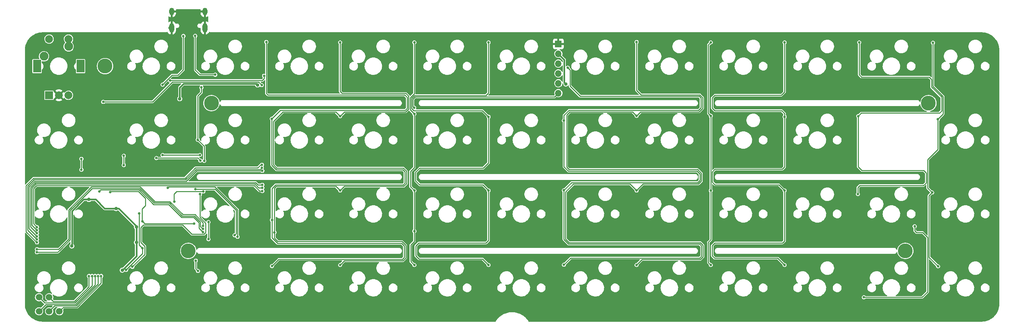
<source format=gtl>
G04 #@! TF.GenerationSoftware,KiCad,Pcbnew,(6.0.5-0)*
G04 #@! TF.CreationDate,2022-09-07T06:39:23-05:00*
G04 #@! TF.ProjectId,pcb,7063622e-6b69-4636-9164-5f7063625858,rev?*
G04 #@! TF.SameCoordinates,Original*
G04 #@! TF.FileFunction,Copper,L1,Top*
G04 #@! TF.FilePolarity,Positive*
%FSLAX46Y46*%
G04 Gerber Fmt 4.6, Leading zero omitted, Abs format (unit mm)*
G04 Created by KiCad (PCBNEW (6.0.5-0)) date 2022-09-07 06:39:23*
%MOMM*%
%LPD*%
G01*
G04 APERTURE LIST*
G04 #@! TA.AperFunction,ComponentPad*
%ADD10R,2.000000X2.000000*%
G04 #@! TD*
G04 #@! TA.AperFunction,ComponentPad*
%ADD11C,2.000000*%
G04 #@! TD*
G04 #@! TA.AperFunction,ComponentPad*
%ADD12R,2.000000X3.200000*%
G04 #@! TD*
G04 #@! TA.AperFunction,ComponentPad*
%ADD13C,3.800000*%
G04 #@! TD*
G04 #@! TA.AperFunction,ComponentPad*
%ADD14C,2.250000*%
G04 #@! TD*
G04 #@! TA.AperFunction,ComponentPad*
%ADD15O,1.700000X1.700000*%
G04 #@! TD*
G04 #@! TA.AperFunction,ComponentPad*
%ADD16R,1.700000X1.700000*%
G04 #@! TD*
G04 #@! TA.AperFunction,SMDPad,CuDef*
%ADD17O,1.300000X2.400000*%
G04 #@! TD*
G04 #@! TA.AperFunction,ComponentPad*
%ADD18O,1.300000X2.400000*%
G04 #@! TD*
G04 #@! TA.AperFunction,ComponentPad*
%ADD19O,1.300000X1.900000*%
G04 #@! TD*
G04 #@! TA.AperFunction,ComponentPad*
%ADD20C,1.700000*%
G04 #@! TD*
G04 #@! TA.AperFunction,ViaPad*
%ADD21C,0.650000*%
G04 #@! TD*
G04 #@! TA.AperFunction,ViaPad*
%ADD22C,0.900000*%
G04 #@! TD*
G04 #@! TA.AperFunction,Conductor*
%ADD23C,0.250000*%
G04 #@! TD*
G04 #@! TA.AperFunction,Conductor*
%ADD24C,0.400000*%
G04 #@! TD*
G04 APERTURE END LIST*
D10*
X60577713Y-60693958D03*
D11*
X65577713Y-60693958D03*
X63077713Y-60693958D03*
D12*
X57477713Y-53193958D03*
X68677713Y-53193958D03*
D11*
X65577713Y-46193958D03*
X60577713Y-46193958D03*
D13*
X74983973Y-53193950D03*
X286915393Y-62718958D03*
X280962279Y-100818990D03*
X96415233Y-100818990D03*
X102368363Y-62718958D03*
D14*
X59267713Y-50653958D03*
X65617713Y-48113958D03*
D15*
X191665313Y-60143950D03*
X191665313Y-49983950D03*
X191665313Y-55063950D03*
X191665313Y-57603950D03*
X191665313Y-52523950D03*
D16*
X191665313Y-47443950D03*
D17*
X92115217Y-43316450D03*
D18*
X100715217Y-43316450D03*
D19*
X100715217Y-39116450D03*
X92115217Y-39116450D03*
D18*
X92115217Y-43316450D03*
D20*
X58000000Y-116400000D03*
X60600000Y-116400000D03*
X63200000Y-116400000D03*
X58000000Y-112768958D03*
X60600000Y-112768958D03*
D21*
X115911125Y-55668950D03*
X91735725Y-56893950D03*
X92800000Y-88100000D03*
X100300000Y-85507470D03*
D22*
X193590225Y-57793950D03*
X83048138Y-98651862D03*
X70831050Y-87568950D03*
X83048138Y-94651862D03*
X94200000Y-61600000D03*
X66440940Y-99559060D03*
X79400000Y-105800000D03*
X114265118Y-58034882D03*
X77800000Y-89900000D03*
D21*
X74500000Y-62400000D03*
X115300000Y-58073450D03*
X91100000Y-84600000D03*
X109100000Y-97200000D03*
X99400000Y-76100000D03*
X89806050Y-76093950D03*
X97900000Y-93800000D03*
X84565225Y-93168950D03*
X76340980Y-85687010D03*
X88190231Y-76890231D03*
X99500000Y-77500000D03*
X108317490Y-96782490D03*
X98275725Y-84927970D03*
X79800000Y-76300000D03*
X80412802Y-105712802D03*
X79800000Y-78700000D03*
X84600000Y-100109930D03*
X83800000Y-91200000D03*
X98852713Y-72168958D03*
X101600000Y-93400000D03*
X101600000Y-97800000D03*
X100500000Y-77600000D03*
X98334003Y-103334015D03*
X99790225Y-58693950D03*
X98890225Y-105993950D03*
X117940225Y-104743950D03*
X117905225Y-66741650D03*
X117940225Y-92843950D03*
X116490625Y-46956250D03*
X135490625Y-47056250D03*
X135490625Y-85256250D03*
X100200000Y-95179503D03*
X135490625Y-104456250D03*
X135490625Y-66094350D03*
X57452713Y-101168958D03*
X118590225Y-96043950D03*
X154590625Y-104456250D03*
X57452713Y-100389455D03*
X154590625Y-47056250D03*
X154590625Y-95709375D03*
X154590625Y-85256250D03*
X154590625Y-65493550D03*
X100200000Y-94400000D03*
X173690625Y-66244350D03*
X115368756Y-78617901D03*
X173690625Y-85256250D03*
X173690625Y-104456250D03*
X173690625Y-47056250D03*
X57465225Y-98627956D03*
X193099994Y-67203719D03*
X115354987Y-79397282D03*
X193090225Y-85193950D03*
X57465225Y-97848453D03*
X194090225Y-53593950D03*
X193090225Y-104393950D03*
X211790625Y-104456250D03*
X57465225Y-97068950D03*
X211790625Y-85256250D03*
X211790625Y-65994350D03*
X211790625Y-46956250D03*
X115465225Y-80168950D03*
X230890625Y-85256250D03*
X230890625Y-47056250D03*
X57465225Y-96289447D03*
X230890625Y-65994350D03*
X230890625Y-104456250D03*
X115465225Y-83789447D03*
X57464747Y-95469431D03*
X249890625Y-104456250D03*
X249890625Y-47056250D03*
X249890625Y-85256250D03*
X249890625Y-66243550D03*
X115465225Y-84568950D03*
X269090625Y-47056250D03*
X283365225Y-94468950D03*
X270290225Y-112793950D03*
X57465368Y-94689929D03*
X268752713Y-86168958D03*
X268852713Y-66068958D03*
X115465225Y-85368950D03*
X289365225Y-66868950D03*
X289390225Y-104793950D03*
X73500000Y-85500000D03*
X287865225Y-85768950D03*
X288090625Y-47156250D03*
X100200000Y-95959006D03*
X103340225Y-55393950D03*
X98190225Y-45393950D03*
X95146515Y-45410167D03*
X89790225Y-57943950D03*
X99434725Y-86200000D03*
X82022571Y-104922571D03*
X154554128Y-63938315D03*
X82900000Y-66700000D03*
X92900000Y-94800000D03*
X89300000Y-97900000D03*
X68900000Y-77100000D03*
X68900000Y-79900000D03*
X73979503Y-107300000D03*
X73200000Y-107300000D03*
X72400000Y-107300000D03*
X71620497Y-107300000D03*
X70840994Y-107300000D03*
D23*
X115428300Y-56893950D02*
X115911125Y-56411125D01*
X91735725Y-56893950D02*
X115428300Y-56893950D01*
X115911125Y-55668950D02*
X115911125Y-56411125D01*
X100300000Y-85507470D02*
X93438705Y-85507470D01*
X92732225Y-88032225D02*
X92800000Y-88100000D01*
X93438705Y-85507470D02*
X92732225Y-86213950D01*
X92732225Y-86213950D02*
X92732225Y-88032225D01*
D24*
X70831050Y-87568950D02*
X69465225Y-87568950D01*
X114265118Y-58034882D02*
X113958226Y-57727990D01*
X72565225Y-87568950D02*
X70831050Y-87568950D01*
X193190225Y-57393950D02*
X193190225Y-51508862D01*
X83048138Y-102151862D02*
X79400000Y-105800000D01*
X94200000Y-58700000D02*
X94200000Y-61600000D01*
X83048138Y-94448138D02*
X83048138Y-94651862D01*
X69465225Y-87568950D02*
X66465225Y-90568950D01*
X83048138Y-94651862D02*
X83048138Y-98651862D01*
X66465225Y-98718950D02*
X66465225Y-99534775D01*
X79129597Y-90529597D02*
X83048138Y-94448138D01*
X193590225Y-57793950D02*
X193190225Y-57393950D01*
X78500000Y-89900000D02*
X79129597Y-90529597D01*
X83048138Y-94451862D02*
X83048138Y-94651862D01*
X113958226Y-57727990D02*
X95172010Y-57727990D01*
X95172010Y-57727990D02*
X94200000Y-58700000D01*
X66465225Y-99534775D02*
X66440940Y-99559060D01*
X74896274Y-89900000D02*
X74798137Y-89801863D01*
X77800000Y-89900000D02*
X74896274Y-89900000D01*
X193190225Y-51508862D02*
X191665313Y-49983950D01*
X77800000Y-89900000D02*
X78500000Y-89900000D01*
X83048138Y-98651862D02*
X83048138Y-102151862D01*
X66465225Y-90568950D02*
X66465225Y-98718950D01*
X74798137Y-89801863D02*
X72565225Y-87568950D01*
D23*
X114500020Y-57273470D02*
X92326530Y-57273470D01*
X74500000Y-62400000D02*
X87200000Y-62400000D01*
X107200000Y-88300000D02*
X103248470Y-84348470D01*
X91351530Y-84348470D02*
X91100000Y-84600000D01*
X102300000Y-84348470D02*
X91351530Y-84348470D01*
X92326530Y-57273470D02*
X91726530Y-57873470D01*
X87200000Y-62400000D02*
X91700000Y-57900000D01*
X109100000Y-90200000D02*
X107200000Y-88300000D01*
X103248470Y-84348470D02*
X102300000Y-84348470D01*
X114500020Y-57273470D02*
X115300000Y-58073450D01*
X109100000Y-97200000D02*
X109100000Y-90200000D01*
X95496275Y-76100000D02*
X95490225Y-76093950D01*
X95490225Y-76093950D02*
X89806050Y-76093950D01*
X99400000Y-76100000D02*
X95496275Y-76100000D01*
X76340980Y-85687010D02*
X76540960Y-85487030D01*
X97577131Y-93777131D02*
X97600000Y-93800000D01*
X84521804Y-89978196D02*
X84521804Y-93125529D01*
X97600000Y-93800000D02*
X97900000Y-93800000D01*
X84521804Y-93125529D02*
X84565225Y-93168950D01*
X85343054Y-89156946D02*
X84521804Y-89978196D01*
X83573138Y-85487030D02*
X85343054Y-87256946D01*
X85173406Y-93777131D02*
X84565225Y-93168950D01*
X85343054Y-87256946D02*
X85343054Y-89156946D01*
X76540960Y-85487030D02*
X83573138Y-85487030D01*
X85173406Y-93777131D02*
X97577131Y-93777131D01*
X103291248Y-84927970D02*
X108720480Y-90357202D01*
X99500000Y-77500000D02*
X98900000Y-76900000D01*
X108720480Y-96379500D02*
X108317490Y-96782490D01*
X103291248Y-84927970D02*
X98275725Y-84927970D01*
X98900000Y-76900000D02*
X98800000Y-76900000D01*
X88190231Y-76890231D02*
X88200000Y-76900000D01*
X88200000Y-76900000D02*
X98800000Y-76900000D01*
X108720480Y-90357202D02*
X108720480Y-96379500D01*
X79800000Y-78700000D02*
X79800000Y-76300000D01*
X84600000Y-101525604D02*
X80412802Y-105712802D01*
X83800000Y-99309930D02*
X84600000Y-100109930D01*
X84600000Y-100109930D02*
X84600000Y-101525604D01*
X83800000Y-92589450D02*
X83800000Y-91200000D01*
X83800000Y-92589450D02*
X83800000Y-99309930D01*
X98852713Y-72168958D02*
X100500000Y-73816245D01*
X101600000Y-94484930D02*
X101600000Y-93400000D01*
X98334003Y-103334015D02*
X98334003Y-105437728D01*
X98852713Y-60881462D02*
X99790225Y-59943950D01*
X98334003Y-105437728D02*
X98890225Y-105993950D01*
X98852713Y-72168958D02*
X98852713Y-60881462D01*
X100500000Y-73816245D02*
X100500000Y-77600000D01*
X101600000Y-97800000D02*
X101600000Y-94484930D01*
X99790225Y-59943950D02*
X99790225Y-58693950D01*
X119365225Y-98868950D02*
X151328503Y-98868950D01*
X119046864Y-79887311D02*
X151646864Y-79887311D01*
X117905225Y-78745672D02*
X119046864Y-79887311D01*
X118894745Y-83789430D02*
X117940225Y-84743950D01*
X152010705Y-99551152D02*
X152010705Y-102486748D01*
X152094745Y-60598470D02*
X116894745Y-60598470D01*
X117940225Y-84743950D02*
X117940225Y-92843950D01*
X152010705Y-102486748D02*
X151508023Y-102989430D01*
X152190225Y-80430672D02*
X152190225Y-83307228D01*
X151708023Y-83789430D02*
X118894745Y-83789430D01*
X119694745Y-102989430D02*
X117940225Y-104743950D01*
X116894745Y-60598470D02*
X116490625Y-60194350D01*
X151328503Y-98868950D02*
X152010705Y-99551152D01*
X120057445Y-64589430D02*
X152208023Y-64589430D01*
X117905225Y-66741650D02*
X120057445Y-64589430D01*
X116490625Y-60194350D02*
X116490625Y-46956250D01*
X152208023Y-64589430D02*
X152725843Y-64071610D01*
X152190225Y-83307228D02*
X151708023Y-83789430D01*
X152725843Y-61229568D02*
X152094745Y-60598470D01*
X151646864Y-79887311D02*
X152190225Y-80430672D01*
X117940225Y-97443950D02*
X119365225Y-98868950D01*
X152725843Y-64071610D02*
X152725843Y-61229568D01*
X117940225Y-92843950D02*
X117940225Y-97443950D01*
X117905225Y-66741650D02*
X117905225Y-78745672D01*
X151508023Y-102989430D02*
X119694745Y-102989430D01*
X87627543Y-88467991D02*
X91509691Y-88467991D01*
X135490625Y-47056250D02*
X135490625Y-59694350D01*
X118284745Y-67449430D02*
X118284745Y-78588470D01*
X97957202Y-91820480D02*
X99518361Y-93381639D01*
X152390225Y-102643950D02*
X151665225Y-103368950D01*
X119433586Y-98400589D02*
X151396864Y-98400589D01*
X71663397Y-84727990D02*
X83887543Y-84727990D01*
X66010705Y-97923470D02*
X66010705Y-90380682D01*
X151396864Y-98400589D02*
X152390225Y-99393950D01*
X135490625Y-85256250D02*
X134403325Y-84168950D01*
X134365225Y-64968950D02*
X120765225Y-64968950D01*
X57452713Y-101168958D02*
X62765217Y-101168958D01*
X135490625Y-66094350D02*
X134365225Y-64968950D01*
X120765225Y-64968950D02*
X118284745Y-67449430D01*
X119165225Y-79468950D02*
X151765225Y-79468950D01*
X118284745Y-78588470D02*
X119165225Y-79468950D01*
X66010705Y-90380682D02*
X71663397Y-84727990D01*
X152365225Y-64968950D02*
X136616025Y-64968950D01*
X135490625Y-59694350D02*
X136015225Y-60218950D01*
X118590225Y-84630672D02*
X118590225Y-96043950D01*
X151865225Y-84168950D02*
X136577925Y-84168950D01*
X83887543Y-84727990D02*
X87627543Y-88467991D01*
X153105363Y-64228812D02*
X152365225Y-64968950D01*
X152390225Y-99393950D02*
X152390225Y-102643950D01*
X152569745Y-80273470D02*
X152569745Y-83464430D01*
X136616025Y-64968950D02*
X135490625Y-66094350D01*
X136577925Y-103368950D02*
X135490625Y-104456250D01*
X119051947Y-84168950D02*
X118590225Y-84630672D01*
X152569745Y-83464430D02*
X151865225Y-84168950D01*
X118590225Y-96043950D02*
X118590225Y-97557228D01*
X63747213Y-100186962D02*
X63234175Y-100700000D01*
X94862180Y-91820480D02*
X97957202Y-91820480D01*
X136015225Y-60218950D02*
X152415225Y-60218950D01*
X152415225Y-60218950D02*
X153105363Y-60909088D01*
X118590225Y-97557228D02*
X119433586Y-98400589D01*
X151665225Y-103368950D02*
X136577925Y-103368950D01*
X100159950Y-95179503D02*
X100200000Y-95179503D01*
X134403325Y-84168950D02*
X119051947Y-84168950D01*
X63747213Y-100186962D02*
X66010705Y-97923470D01*
X136577925Y-84168950D02*
X135490625Y-85256250D01*
X99518361Y-93381639D02*
X99518361Y-94537914D01*
X153105363Y-60909088D02*
X153105363Y-64228812D01*
X99518361Y-94537914D02*
X100159950Y-95179503D01*
X62765217Y-101168958D02*
X63234175Y-100700000D01*
X91509691Y-88467991D02*
X94862180Y-91820480D01*
X151765225Y-79468950D02*
X152569745Y-80273470D01*
X153484883Y-64387808D02*
X153484883Y-61362570D01*
X154590625Y-60256828D02*
X154590625Y-47056250D01*
X153610705Y-84276330D02*
X153610705Y-80300026D01*
X91666893Y-88088471D02*
X95019382Y-91440960D01*
X71506195Y-84348470D02*
X84044745Y-84348470D01*
X153484883Y-61362570D02*
X154590625Y-60256828D01*
X154552525Y-104456250D02*
X154590625Y-104456250D01*
X153610705Y-80300026D02*
X154590625Y-79320106D01*
X154590625Y-85256250D02*
X154590625Y-95709375D01*
X154590625Y-79320106D02*
X154590625Y-65493550D01*
X84044745Y-84348470D02*
X87784747Y-88088471D01*
X65631185Y-97766268D02*
X65631185Y-90223480D01*
X154590625Y-95709375D02*
X154590625Y-98343550D01*
X100200000Y-93526556D02*
X100200000Y-94400000D01*
X98114404Y-91440960D02*
X100200000Y-93526556D01*
X154590625Y-65493550D02*
X153484883Y-64387808D01*
X65631185Y-90223480D02*
X71506195Y-84348470D01*
X63007998Y-100389455D02*
X65631185Y-97766268D01*
X154590625Y-85256250D02*
X153610705Y-84276330D01*
X87784747Y-88088471D02*
X91666893Y-88088471D01*
X95019382Y-91440960D02*
X98114404Y-91440960D01*
X153665225Y-103568950D02*
X154552525Y-104456250D01*
X153665225Y-99268950D02*
X153665225Y-103568950D01*
X57452713Y-100389455D02*
X63007998Y-100389455D01*
X154590625Y-98343550D02*
X153665225Y-99268950D01*
X154910705Y-82751152D02*
X155953503Y-83793950D01*
X153864403Y-61519772D02*
X154640225Y-60743950D01*
X155953503Y-83793950D02*
X172228325Y-83793950D01*
X173690625Y-85256250D02*
X173690625Y-98093550D01*
X173690625Y-66244350D02*
X173690625Y-78093550D01*
X173690625Y-66244350D02*
X172090225Y-64643950D01*
X173690625Y-60093550D02*
X173690625Y-47056250D01*
X114265225Y-79409910D02*
X115057234Y-78617901D01*
X172134275Y-102899900D02*
X173690625Y-104456250D01*
X155740225Y-98793950D02*
X154965225Y-99568950D01*
X95579628Y-82071350D02*
X98241068Y-79409910D01*
X57465225Y-98627956D02*
X57425175Y-98627956D01*
X154640225Y-60743950D02*
X173040225Y-60743950D01*
X54667625Y-95870406D02*
X54667625Y-83982940D01*
X173690625Y-78093550D02*
X172290225Y-79493950D01*
X173690625Y-98093550D02*
X172990225Y-98793950D01*
X172228325Y-83793950D02*
X173690625Y-85256250D01*
X56579214Y-82071350D02*
X95579628Y-82071350D01*
X154965225Y-102068950D02*
X155796175Y-102899900D01*
X172290225Y-79493950D02*
X155953503Y-79493950D01*
X57425175Y-98627956D02*
X54667625Y-95870406D01*
X153864403Y-64068128D02*
X153864403Y-61519772D01*
X115057234Y-78617901D02*
X115368756Y-78617901D01*
X173040225Y-60743950D02*
X173690625Y-60093550D01*
X54667625Y-83982940D02*
X56579214Y-82071350D01*
X155796175Y-102899900D02*
X172134275Y-102899900D01*
X172090225Y-64643950D02*
X172065225Y-64668950D01*
X172065225Y-64668950D02*
X154465225Y-64668950D01*
X154965225Y-99568950D02*
X154965225Y-102068950D01*
X172990225Y-98793950D02*
X155740225Y-98793950D01*
X155953503Y-79493950D02*
X154910705Y-80536748D01*
X98241068Y-79409910D02*
X114265225Y-79409910D01*
X154465225Y-64668950D02*
X153864403Y-64068128D01*
X154910705Y-80536748D02*
X154910705Y-82751152D01*
X228490225Y-102207228D02*
X228051673Y-102645780D01*
X194276384Y-99080109D02*
X228039662Y-99080109D01*
X194385705Y-64589430D02*
X227708023Y-64589430D01*
X228365225Y-61405672D02*
X227908023Y-60948470D01*
X194265225Y-80268950D02*
X227365225Y-80268950D01*
X197300081Y-60948470D02*
X194642893Y-58291282D01*
X193090225Y-97893950D02*
X194276384Y-99080109D01*
X95736830Y-82450870D02*
X56736416Y-82450870D01*
X228110705Y-81014430D02*
X227365225Y-80268950D01*
X56736416Y-82450870D02*
X55047145Y-84140142D01*
X227708023Y-64589430D02*
X228365225Y-63932228D01*
X193099994Y-67203719D02*
X193099994Y-65875141D01*
X193099994Y-65875141D02*
X194385705Y-64589430D01*
X194642893Y-58291282D02*
X194642893Y-54146618D01*
X98398270Y-79789430D02*
X95736830Y-82450870D01*
X228365225Y-63932228D02*
X228365225Y-61405672D01*
X193090225Y-85193950D02*
X193090225Y-97893950D01*
X228051673Y-102645780D02*
X194838395Y-102645780D01*
X55047145Y-95470423D02*
X57425175Y-97848453D01*
X194838395Y-102645780D02*
X193090225Y-104393950D01*
X193099994Y-67203719D02*
X193099994Y-79103719D01*
X115354987Y-79397282D02*
X114962839Y-79789430D01*
X57425175Y-97848453D02*
X57465225Y-97848453D01*
X227908023Y-60948470D02*
X197300081Y-60948470D01*
X228490225Y-99530672D02*
X228490225Y-102207228D01*
X114962839Y-79789430D02*
X98398270Y-79789430D01*
X193099994Y-79103719D02*
X194265225Y-80268950D01*
X195090225Y-83193950D02*
X193090225Y-85193950D01*
X228110705Y-82623470D02*
X227540225Y-83193950D01*
X227540225Y-83193950D02*
X195090225Y-83193950D01*
X55047145Y-84140142D02*
X55047145Y-95470423D01*
X194642893Y-54146618D02*
X194090225Y-53593950D01*
X228110705Y-81014430D02*
X228110705Y-82623470D01*
X228039662Y-99080109D02*
X228490225Y-99530672D01*
X213221575Y-103025300D02*
X211790625Y-104456250D01*
X228869745Y-102364430D02*
X228208875Y-103025300D01*
X193790225Y-65743950D02*
X193790225Y-79257228D01*
X210107845Y-83573470D02*
X195560705Y-83573470D01*
X228208875Y-103025300D02*
X213221575Y-103025300D01*
X210765225Y-64968950D02*
X194565225Y-64968950D01*
X228490225Y-82793950D02*
X227710705Y-83573470D01*
X227865225Y-64968950D02*
X212816025Y-64968950D01*
X57425175Y-97068950D02*
X55426665Y-95070440D01*
X193790225Y-79257228D02*
X194383586Y-79850589D01*
X228765225Y-63608298D02*
X228765225Y-64068950D01*
X95894032Y-82830390D02*
X98555472Y-80168950D01*
X228765225Y-64068950D02*
X227865225Y-64968950D01*
X195560705Y-83573470D02*
X193469745Y-85664430D01*
X193469745Y-85664430D02*
X193469745Y-97736748D01*
X193469745Y-97736748D02*
X194433586Y-98700589D01*
X212965225Y-60568950D02*
X228065225Y-60568950D01*
X213473405Y-83573470D02*
X211790625Y-85256250D01*
X228065225Y-60568950D02*
X228769745Y-61273470D01*
X56893619Y-82830390D02*
X95894032Y-82830390D01*
X211790625Y-46956250D02*
X211790625Y-59394350D01*
X194565225Y-64968950D02*
X193790225Y-65743950D01*
X212816025Y-64968950D02*
X211790625Y-65994350D01*
X227483586Y-79850589D02*
X228490225Y-80857228D01*
X55426665Y-84297344D02*
X56893619Y-82830390D01*
X228196864Y-98700589D02*
X228869745Y-99373470D01*
X211790625Y-85256250D02*
X210107845Y-83573470D01*
X194383586Y-79850589D02*
X227483586Y-79850589D01*
X228490225Y-80857228D02*
X228490225Y-82793950D01*
X98555472Y-80168950D02*
X115465225Y-80168950D01*
X57465225Y-97068950D02*
X57425175Y-97068950D01*
X227710705Y-83573470D02*
X213473405Y-83573470D01*
X228769745Y-61273470D02*
X228769745Y-63603778D01*
X194433586Y-98700589D02*
X228196864Y-98700589D01*
X228769745Y-63603778D02*
X228765225Y-63608298D01*
X228869745Y-99373470D02*
X228869745Y-102364430D01*
X55426665Y-95070440D02*
X55426665Y-84297344D01*
X211790625Y-65994350D02*
X210765225Y-64968950D01*
X211790625Y-59394350D02*
X212965225Y-60568950D01*
X230890625Y-97943550D02*
X230265225Y-98568950D01*
X57050821Y-83209910D02*
X55806185Y-84454546D01*
X55806185Y-94630407D02*
X57465225Y-96289447D01*
X114322444Y-83789447D02*
X113742908Y-83209910D01*
X230265225Y-98568950D02*
X230265225Y-103830850D01*
X230265225Y-65368950D02*
X230265225Y-47681650D01*
X230890625Y-85256250D02*
X230890625Y-65994350D01*
X113742908Y-83209910D02*
X57050821Y-83209910D01*
X230265225Y-103830850D02*
X230890625Y-104456250D01*
X230890625Y-65994350D02*
X230265225Y-65368950D01*
X115465225Y-83789447D02*
X114322444Y-83789447D01*
X55806185Y-84454546D02*
X55806185Y-94630407D01*
X230265225Y-47681650D02*
X230890625Y-47056250D01*
X230890625Y-85256250D02*
X230890625Y-97943550D01*
X56185705Y-84611748D02*
X57208023Y-83589430D01*
X249890625Y-104456250D02*
X249852525Y-104456250D01*
X114265225Y-84268950D02*
X114565225Y-84568950D01*
X231270145Y-102073870D02*
X231270145Y-99464030D01*
X248403325Y-83768950D02*
X249890625Y-85256250D01*
X249890625Y-98243550D02*
X249890625Y-85256250D01*
X114565225Y-84568950D02*
X115465225Y-84568950D01*
X57464747Y-95469431D02*
X57425317Y-95469431D01*
X249265225Y-79768950D02*
X231965225Y-79768950D01*
X249890625Y-59843550D02*
X249065225Y-60668950D01*
X231270145Y-61364030D02*
X231270145Y-63973870D01*
X231915225Y-102718950D02*
X231270145Y-102073870D01*
X249890625Y-66243550D02*
X249890625Y-79143550D01*
X249065225Y-60668950D02*
X231965225Y-60668950D01*
X113585705Y-83589430D02*
X114265225Y-84268950D01*
X249365225Y-98768950D02*
X249890625Y-98243550D01*
X231965225Y-64668950D02*
X249165225Y-64668950D01*
X231270145Y-63973870D02*
X231965225Y-64668950D01*
X59865225Y-83589430D02*
X112885705Y-83589430D01*
X231270145Y-80464030D02*
X231270145Y-83073870D01*
X231965225Y-60668950D02*
X231270145Y-61364030D01*
X249890625Y-65394350D02*
X249890625Y-66243550D01*
X57208023Y-83589430D02*
X59865225Y-83589430D01*
X56185705Y-93068950D02*
X56185705Y-84611748D01*
X249890625Y-47056250D02*
X249890625Y-59843550D01*
X249852525Y-104456250D02*
X248115225Y-102718950D01*
X231965225Y-79768950D02*
X231270145Y-80464030D01*
X248115225Y-102718950D02*
X231915225Y-102718950D01*
X56185705Y-94229819D02*
X56185705Y-93068950D01*
X249165225Y-64668950D02*
X249890625Y-65394350D01*
X249890625Y-79143550D02*
X249265225Y-79768950D01*
X231965225Y-83768950D02*
X248403325Y-83768950D01*
X57425317Y-95469431D02*
X56185705Y-94229819D01*
X112885705Y-83589430D02*
X113585705Y-83589430D01*
X231965225Y-98768950D02*
X249365225Y-98768950D01*
X231270145Y-83073870D02*
X231965225Y-83768950D01*
X231270145Y-99464030D02*
X231965225Y-98768950D01*
X286343215Y-80759460D02*
X285652713Y-80068958D01*
X287089825Y-55993550D02*
X287711105Y-56614830D01*
X269090625Y-55394350D02*
X269689825Y-55993550D01*
X283365225Y-94468950D02*
X283365225Y-95618950D01*
X286343215Y-83259460D02*
X286343215Y-80759460D01*
X269752713Y-80068958D02*
X268852713Y-79168958D01*
X57465368Y-94689929D02*
X56565225Y-93789786D01*
X113365225Y-83968950D02*
X114765225Y-85368950D01*
X289732242Y-65289429D02*
X269632242Y-65289429D01*
X286690225Y-97356454D02*
X286690225Y-111393950D01*
X269689825Y-55993550D02*
X287089825Y-55993550D01*
X57365225Y-83968950D02*
X113365225Y-83968950D01*
X283840225Y-96093950D02*
X285427721Y-96093950D01*
X283365225Y-95618950D02*
X283840225Y-96093950D01*
X290310705Y-61151152D02*
X290310705Y-64710966D01*
X287711105Y-56614830D02*
X287711105Y-58551552D01*
X269090625Y-47056250D02*
X269090625Y-55394350D01*
X285652713Y-80068958D02*
X269752713Y-80068958D01*
X56565225Y-93789786D02*
X56565225Y-90868950D01*
X56565225Y-90868950D02*
X56565225Y-84768950D01*
X287711105Y-58551552D02*
X290310705Y-61151152D01*
X114765225Y-85368950D02*
X115465225Y-85368950D01*
X290310705Y-64710966D02*
X289732242Y-65289429D01*
X268852713Y-79168958D02*
X268852713Y-66068958D01*
X269632242Y-65289429D02*
X268852713Y-66068958D01*
X268752713Y-86168958D02*
X268752713Y-84468958D01*
X57265225Y-84068950D02*
X57365225Y-83968950D01*
X285290225Y-112793950D02*
X270290225Y-112793950D01*
X269252713Y-83968958D02*
X285633717Y-83968958D01*
X56565225Y-84768950D02*
X57265225Y-84068950D01*
X285633717Y-83968958D02*
X286343215Y-83259460D01*
X286690225Y-111393950D02*
X285290225Y-112793950D01*
X285427721Y-96093950D02*
X286690225Y-97356454D01*
X268752713Y-84468958D02*
X269252713Y-83968958D01*
X94704978Y-92200000D02*
X91352489Y-88847511D01*
X287069745Y-86564430D02*
X287865225Y-85768950D01*
X290690225Y-65493950D02*
X290690225Y-65548450D01*
X99138841Y-93538841D02*
X97800000Y-92200000D01*
X83730340Y-85107510D02*
X73892490Y-85107510D01*
X290690225Y-65543950D02*
X290690225Y-65493950D01*
X91352489Y-88847511D02*
X87470341Y-88847511D01*
X289390225Y-104793950D02*
X287069745Y-102473470D01*
X100159950Y-95959006D02*
X99138841Y-94937897D01*
X99138841Y-94937897D02*
X99138841Y-93538841D01*
X100200000Y-95959006D02*
X100159950Y-95959006D01*
X290690225Y-60993950D02*
X288090625Y-58394350D01*
X289365225Y-66868950D02*
X290690225Y-65543950D01*
X73892490Y-85107510D02*
X73500000Y-85500000D01*
X287069745Y-102473470D02*
X287069745Y-86564430D01*
X97800000Y-92200000D02*
X94704978Y-92200000D01*
X286722735Y-77292132D02*
X289365225Y-74649642D01*
X286722735Y-84626460D02*
X286722735Y-77292132D01*
X87470341Y-88847511D02*
X83730340Y-85107510D01*
X290690225Y-65493950D02*
X290690225Y-60993950D01*
X288090625Y-58394350D02*
X288090625Y-47156250D01*
X289365225Y-74649642D02*
X289365225Y-66868950D01*
X287865225Y-85768950D02*
X286722735Y-84626460D01*
X98190225Y-45393950D02*
X98190225Y-54143950D01*
X99440225Y-55393950D02*
X103340225Y-55393950D01*
X98190225Y-54143950D02*
X99440225Y-55393950D01*
X92215225Y-55518950D02*
X89790225Y-57943950D01*
X95146515Y-54087660D02*
X93715225Y-55518950D01*
X93715225Y-55518950D02*
X92215225Y-55518950D01*
X95146515Y-45410167D02*
X95146515Y-54087660D01*
X99434725Y-86200000D02*
X99434725Y-92224559D01*
X84179520Y-98600000D02*
X85200000Y-99620480D01*
X154243923Y-63628110D02*
X154243923Y-61676974D01*
X85200000Y-101745142D02*
X82022571Y-104922571D01*
X84179520Y-94820480D02*
X84179520Y-98600000D01*
X99434725Y-92224559D02*
X100900000Y-93689834D01*
X154554128Y-63938315D02*
X154243923Y-63628110D01*
X100900000Y-96100000D02*
X100461483Y-96538517D01*
X84843349Y-94156651D02*
X84179520Y-94820480D01*
X97338517Y-96538517D02*
X94956651Y-94156651D01*
X100900000Y-93689834D02*
X100900000Y-96100000D01*
X94956651Y-94156651D02*
X84843349Y-94156651D01*
X154243923Y-61676974D02*
X154797427Y-61123470D01*
X100461483Y-96538517D02*
X97338517Y-96538517D01*
X85200000Y-99620480D02*
X85200000Y-101745142D01*
X190685793Y-61123470D02*
X191665313Y-60143950D01*
X154797427Y-61123470D02*
X190685793Y-61123470D01*
X92900000Y-94800000D02*
X89800000Y-97900000D01*
X89800000Y-97900000D02*
X89300000Y-97900000D01*
X68900000Y-79900000D02*
X68900000Y-77100000D01*
X73979503Y-109120497D02*
X73979503Y-107300000D01*
X64251522Y-115348478D02*
X67751523Y-115348478D01*
X67751523Y-115348478D02*
X73979503Y-109120497D01*
X63200000Y-116400000D02*
X64251522Y-115348478D01*
X62031042Y-114968958D02*
X67567763Y-114968958D01*
X73200000Y-109336722D02*
X73200000Y-107300000D01*
X67567763Y-114968958D02*
X73200000Y-109336722D01*
X60600000Y-116400000D02*
X62031042Y-114968958D01*
X58000000Y-116400000D02*
X59810562Y-114589438D01*
X72400000Y-109600000D02*
X72400000Y-107300000D01*
X67410563Y-114589438D02*
X72400000Y-109600000D01*
X59810562Y-114589438D02*
X67410563Y-114589438D01*
X71620497Y-109816225D02*
X67226803Y-114209918D01*
X71620497Y-107300000D02*
X71620497Y-109816225D01*
X59440960Y-114209918D02*
X58000000Y-112768958D01*
X67226803Y-114209918D02*
X59440960Y-114209918D01*
X67069601Y-113830398D02*
X70840994Y-110059006D01*
X60600000Y-112768958D02*
X61661440Y-113830398D01*
X61661440Y-113830398D02*
X67069601Y-113830398D01*
X70840994Y-110059006D02*
X70840994Y-107300000D01*
G04 #@! TA.AperFunction,Conductor*
G36*
X99471757Y-38532050D02*
G01*
X99529859Y-38551221D01*
X99565597Y-38600885D01*
X99569618Y-38642684D01*
X99557559Y-38744574D01*
X99557217Y-38750370D01*
X99557217Y-38846770D01*
X99561339Y-38859455D01*
X99565460Y-38862450D01*
X100870217Y-38862450D01*
X100928408Y-38881357D01*
X100964372Y-38930857D01*
X100969217Y-38961450D01*
X100969217Y-40532179D01*
X100973339Y-40544864D01*
X100973943Y-40545303D01*
X100981091Y-40545819D01*
X101011741Y-40540552D01*
X101020468Y-40538214D01*
X101211626Y-40467692D01*
X101219788Y-40463799D01*
X101394881Y-40359629D01*
X101402200Y-40354312D01*
X101408274Y-40348985D01*
X101464491Y-40324832D01*
X101524167Y-40338335D01*
X101564510Y-40384337D01*
X101572550Y-40423417D01*
X101572550Y-41758531D01*
X101553643Y-41816722D01*
X101504143Y-41852686D01*
X101442957Y-41852686D01*
X101420722Y-41842258D01*
X101247027Y-41732665D01*
X101238974Y-41728562D01*
X101049728Y-41653061D01*
X101041070Y-41650496D01*
X100984596Y-41639262D01*
X100971351Y-41640830D01*
X100971316Y-41640862D01*
X100969217Y-41648906D01*
X100969217Y-44982179D01*
X100973339Y-44994864D01*
X100973943Y-44995303D01*
X100981091Y-44995819D01*
X101011741Y-44990552D01*
X101020468Y-44988214D01*
X101211626Y-44917692D01*
X101219788Y-44913799D01*
X101394881Y-44809629D01*
X101402206Y-44804308D01*
X101555385Y-44669974D01*
X101561611Y-44663413D01*
X101687746Y-44503411D01*
X101692671Y-44495828D01*
X101765450Y-44357498D01*
X101809277Y-44314804D01*
X101869830Y-44306024D01*
X101915870Y-44327067D01*
X101920324Y-44330722D01*
X101924112Y-44333831D01*
X101997544Y-44373088D01*
X102058059Y-44405439D01*
X102058063Y-44405441D01*
X102062351Y-44407733D01*
X102212352Y-44453246D01*
X102350923Y-44466902D01*
X102360253Y-44468437D01*
X102362165Y-44468657D01*
X102367632Y-44469925D01*
X102368350Y-44469926D01*
X102374880Y-44468437D01*
X102380095Y-44467248D01*
X102402105Y-44464770D01*
X201084869Y-44464763D01*
X300573583Y-44464755D01*
X300595769Y-44467273D01*
X300607241Y-44469911D01*
X300618114Y-44467451D01*
X300625048Y-44467463D01*
X300639638Y-44466154D01*
X300671520Y-44467546D01*
X301000890Y-44481927D01*
X301009494Y-44482680D01*
X301219661Y-44510348D01*
X301395515Y-44533500D01*
X301404001Y-44534996D01*
X301784115Y-44619265D01*
X301792455Y-44621499D01*
X302163785Y-44738579D01*
X302171900Y-44741533D01*
X302531598Y-44890523D01*
X302539426Y-44894173D01*
X302660938Y-44957428D01*
X302818876Y-45039645D01*
X302884777Y-45073951D01*
X302892246Y-45078263D01*
X302997239Y-45145150D01*
X303220624Y-45287461D01*
X303227699Y-45292415D01*
X303536589Y-45529432D01*
X303543190Y-45534971D01*
X303574882Y-45564011D01*
X303830252Y-45798013D01*
X303836359Y-45804120D01*
X303898195Y-45871601D01*
X304098389Y-46090072D01*
X304099392Y-46091167D01*
X304104944Y-46097783D01*
X304341970Y-46406678D01*
X304346922Y-46413751D01*
X304530035Y-46701177D01*
X304556107Y-46742102D01*
X304560423Y-46749576D01*
X304740080Y-47094688D01*
X304740211Y-47094940D01*
X304743858Y-47102761D01*
X304892855Y-47462464D01*
X304895807Y-47470574D01*
X305004872Y-47816476D01*
X305012891Y-47841907D01*
X305015125Y-47850247D01*
X305084712Y-48164121D01*
X305099395Y-48230352D01*
X305100895Y-48238857D01*
X305151717Y-48624867D01*
X305152470Y-48633471D01*
X305168216Y-48994049D01*
X305166959Y-49007799D01*
X305166946Y-49015538D01*
X305164448Y-49026402D01*
X305166909Y-49037277D01*
X305167162Y-49038395D01*
X305169604Y-49060246D01*
X305169604Y-114477172D01*
X305167086Y-114499358D01*
X305164448Y-114510830D01*
X305166908Y-114521703D01*
X305166896Y-114528637D01*
X305168205Y-114543228D01*
X305166943Y-114572128D01*
X305152433Y-114904480D01*
X305151680Y-114913084D01*
X305134375Y-115044531D01*
X305100861Y-115299102D01*
X305099365Y-115307588D01*
X305017801Y-115675500D01*
X305015097Y-115687699D01*
X305012862Y-115696042D01*
X304895782Y-116067372D01*
X304892828Y-116075487D01*
X304743838Y-116435183D01*
X304740188Y-116443011D01*
X304665892Y-116585734D01*
X304560414Y-116788357D01*
X304560411Y-116788362D01*
X304556100Y-116795830D01*
X304346898Y-117124213D01*
X304341947Y-117131283D01*
X304104935Y-117440164D01*
X304099384Y-117446779D01*
X303836347Y-117733833D01*
X303830240Y-117739940D01*
X303543187Y-118002976D01*
X303536576Y-118008525D01*
X303227684Y-118245546D01*
X303220622Y-118250491D01*
X302892236Y-118459697D01*
X302884776Y-118464003D01*
X302593282Y-118615746D01*
X302539425Y-118643782D01*
X302531598Y-118647432D01*
X302171886Y-118796430D01*
X302163784Y-118799378D01*
X301792471Y-118916453D01*
X301792455Y-118916458D01*
X301784113Y-118918693D01*
X301404007Y-119002961D01*
X301395501Y-119004461D01*
X301009493Y-119055279D01*
X301000889Y-119056032D01*
X300640200Y-119071780D01*
X300626736Y-119070549D01*
X300618823Y-119070535D01*
X300607959Y-119068037D01*
X300595959Y-119070752D01*
X300574112Y-119073193D01*
X184096715Y-119073193D01*
X184038524Y-119054286D01*
X184012901Y-119026882D01*
X183944300Y-118917757D01*
X183880138Y-118815692D01*
X183626972Y-118479430D01*
X183611399Y-118462010D01*
X183347839Y-118167191D01*
X183347834Y-118167186D01*
X183346444Y-118165631D01*
X183040538Y-117876515D01*
X182861567Y-117733832D01*
X182713051Y-117615429D01*
X182713047Y-117615426D01*
X182711420Y-117614129D01*
X182709697Y-117612978D01*
X182709686Y-117612970D01*
X182363161Y-117381492D01*
X182363150Y-117381485D01*
X182361416Y-117380327D01*
X181993003Y-117176764D01*
X181608788Y-117004879D01*
X181211487Y-116865890D01*
X180803912Y-116760778D01*
X180801858Y-116760429D01*
X180390997Y-116690635D01*
X180390988Y-116690634D01*
X180388946Y-116690287D01*
X180386874Y-116690112D01*
X180386872Y-116690112D01*
X180278351Y-116680961D01*
X179969524Y-116654917D01*
X179548614Y-116654917D01*
X179239787Y-116680961D01*
X179131266Y-116690112D01*
X179131264Y-116690112D01*
X179129192Y-116690287D01*
X179127150Y-116690634D01*
X179127141Y-116690635D01*
X178716280Y-116760429D01*
X178714226Y-116760778D01*
X178306651Y-116865890D01*
X177909350Y-117004879D01*
X177525135Y-117176764D01*
X177156722Y-117380327D01*
X177154988Y-117381485D01*
X177154977Y-117381492D01*
X176808452Y-117612970D01*
X176808441Y-117612978D01*
X176806718Y-117614129D01*
X176805091Y-117615426D01*
X176805087Y-117615429D01*
X176656571Y-117733832D01*
X176477600Y-117876515D01*
X176171694Y-118165631D01*
X176170304Y-118167186D01*
X176170299Y-118167191D01*
X175906739Y-118462010D01*
X175891166Y-118479430D01*
X175638000Y-118815692D01*
X175505237Y-119026884D01*
X175458262Y-119066084D01*
X175421424Y-119073193D01*
X58944538Y-119073193D01*
X58922352Y-119070675D01*
X58922334Y-119070671D01*
X58910880Y-119068037D01*
X58900006Y-119070497D01*
X58893071Y-119070485D01*
X58878482Y-119071794D01*
X58517230Y-119056023D01*
X58508626Y-119055270D01*
X58329014Y-119031625D01*
X58122608Y-119004451D01*
X58114121Y-119002955D01*
X57734002Y-118918686D01*
X57725675Y-118916455D01*
X57540002Y-118857913D01*
X57354338Y-118799374D01*
X57346223Y-118796420D01*
X56986526Y-118647430D01*
X56978698Y-118643780D01*
X56633347Y-118464003D01*
X56625879Y-118459692D01*
X56297492Y-118250487D01*
X56290426Y-118245539D01*
X56153727Y-118140647D01*
X55981537Y-118008522D01*
X55974929Y-118002976D01*
X55687875Y-117739939D01*
X55681768Y-117733832D01*
X55418732Y-117446779D01*
X55413180Y-117440164D01*
X55176162Y-117131276D01*
X55171216Y-117124213D01*
X54962011Y-116795827D01*
X54957702Y-116788362D01*
X54777924Y-116443012D01*
X54774274Y-116435184D01*
X54753596Y-116385262D01*
X56944520Y-116385262D01*
X56961759Y-116590553D01*
X57018544Y-116788586D01*
X57112712Y-116971818D01*
X57240677Y-117133270D01*
X57244357Y-117136402D01*
X57244359Y-117136404D01*
X57290780Y-117175911D01*
X57397564Y-117266791D01*
X57401787Y-117269151D01*
X57401791Y-117269154D01*
X57441342Y-117291258D01*
X57577398Y-117367297D01*
X57581996Y-117368791D01*
X57768724Y-117429463D01*
X57768726Y-117429464D01*
X57773329Y-117430959D01*
X57977894Y-117455351D01*
X57982716Y-117454980D01*
X57982719Y-117454980D01*
X58050541Y-117449761D01*
X58183300Y-117439546D01*
X58381725Y-117384145D01*
X58386038Y-117381966D01*
X58386044Y-117381964D01*
X58561289Y-117293441D01*
X58561291Y-117293440D01*
X58565610Y-117291258D01*
X58664603Y-117213917D01*
X58724135Y-117167406D01*
X58724139Y-117167402D01*
X58727951Y-117164424D01*
X58756558Y-117131283D01*
X58821643Y-117055880D01*
X58862564Y-117008472D01*
X58881231Y-116975613D01*
X58961934Y-116833550D01*
X58961935Y-116833547D01*
X58964323Y-116829344D01*
X58975470Y-116795837D01*
X59027824Y-116638454D01*
X59027824Y-116638452D01*
X59029351Y-116633863D01*
X59055171Y-116429474D01*
X59055583Y-116400000D01*
X59035480Y-116194970D01*
X58975935Y-115997749D01*
X58970977Y-115988423D01*
X58960351Y-115928170D01*
X58988384Y-115871942D01*
X59449208Y-115411119D01*
X59916393Y-114943934D01*
X59970910Y-114916157D01*
X59986397Y-114914938D01*
X61385728Y-114914938D01*
X61443919Y-114933845D01*
X61479883Y-114983345D01*
X61479883Y-115044531D01*
X61455732Y-115083942D01*
X61128556Y-115411118D01*
X61074039Y-115438895D01*
X61018480Y-115429404D01*
X61017777Y-115431076D01*
X61013315Y-115429200D01*
X61009055Y-115426897D01*
X60998146Y-115423520D01*
X60816875Y-115367407D01*
X60816871Y-115367406D01*
X60812254Y-115365977D01*
X60807446Y-115365472D01*
X60807443Y-115365471D01*
X60612185Y-115344949D01*
X60612183Y-115344949D01*
X60607369Y-115344443D01*
X60547354Y-115349905D01*
X60407022Y-115362675D01*
X60407017Y-115362676D01*
X60402203Y-115363114D01*
X60204572Y-115421280D01*
X60200288Y-115423519D01*
X60200287Y-115423520D01*
X60189032Y-115429404D01*
X60022002Y-115516726D01*
X60018231Y-115519758D01*
X59865220Y-115642781D01*
X59865217Y-115642783D01*
X59861447Y-115645815D01*
X59858333Y-115649526D01*
X59858332Y-115649527D01*
X59734643Y-115796934D01*
X59729024Y-115803630D01*
X59629776Y-115984162D01*
X59628313Y-115988775D01*
X59628311Y-115988779D01*
X59625466Y-115997749D01*
X59567484Y-116180532D01*
X59566944Y-116185344D01*
X59566944Y-116185345D01*
X59565865Y-116194970D01*
X59544520Y-116385262D01*
X59561759Y-116590553D01*
X59618544Y-116788586D01*
X59712712Y-116971818D01*
X59840677Y-117133270D01*
X59844357Y-117136402D01*
X59844359Y-117136404D01*
X59890780Y-117175911D01*
X59997564Y-117266791D01*
X60001787Y-117269151D01*
X60001791Y-117269154D01*
X60041342Y-117291258D01*
X60177398Y-117367297D01*
X60181996Y-117368791D01*
X60368724Y-117429463D01*
X60368726Y-117429464D01*
X60373329Y-117430959D01*
X60577894Y-117455351D01*
X60582716Y-117454980D01*
X60582719Y-117454980D01*
X60650541Y-117449761D01*
X60783300Y-117439546D01*
X60981725Y-117384145D01*
X60986038Y-117381966D01*
X60986044Y-117381964D01*
X61161289Y-117293441D01*
X61161291Y-117293440D01*
X61165610Y-117291258D01*
X61264603Y-117213917D01*
X61324135Y-117167406D01*
X61324139Y-117167402D01*
X61327951Y-117164424D01*
X61356558Y-117131283D01*
X61421643Y-117055880D01*
X61462564Y-117008472D01*
X61481231Y-116975613D01*
X61561934Y-116833550D01*
X61561935Y-116833547D01*
X61564323Y-116829344D01*
X61575470Y-116795837D01*
X61627824Y-116638454D01*
X61627824Y-116638452D01*
X61629351Y-116633863D01*
X61655171Y-116429474D01*
X61655583Y-116400000D01*
X61635480Y-116194970D01*
X61575935Y-115997749D01*
X61570977Y-115988423D01*
X61560351Y-115928170D01*
X61588384Y-115871942D01*
X62136872Y-115323454D01*
X62191389Y-115295677D01*
X62206876Y-115294458D01*
X62644105Y-115294458D01*
X62702296Y-115313365D01*
X62738260Y-115362865D01*
X62738260Y-115424051D01*
X62702296Y-115473551D01*
X62689971Y-115481192D01*
X62626295Y-115514481D01*
X62626290Y-115514484D01*
X62622002Y-115516726D01*
X62618231Y-115519758D01*
X62465220Y-115642781D01*
X62465217Y-115642783D01*
X62461447Y-115645815D01*
X62458333Y-115649526D01*
X62458332Y-115649527D01*
X62334643Y-115796934D01*
X62329024Y-115803630D01*
X62229776Y-115984162D01*
X62228313Y-115988775D01*
X62228311Y-115988779D01*
X62225466Y-115997749D01*
X62167484Y-116180532D01*
X62166944Y-116185344D01*
X62166944Y-116185345D01*
X62165865Y-116194970D01*
X62144520Y-116385262D01*
X62161759Y-116590553D01*
X62218544Y-116788586D01*
X62312712Y-116971818D01*
X62440677Y-117133270D01*
X62444357Y-117136402D01*
X62444359Y-117136404D01*
X62490780Y-117175911D01*
X62597564Y-117266791D01*
X62601787Y-117269151D01*
X62601791Y-117269154D01*
X62641342Y-117291258D01*
X62777398Y-117367297D01*
X62781996Y-117368791D01*
X62968724Y-117429463D01*
X62968726Y-117429464D01*
X62973329Y-117430959D01*
X63177894Y-117455351D01*
X63182716Y-117454980D01*
X63182719Y-117454980D01*
X63250541Y-117449761D01*
X63383300Y-117439546D01*
X63581725Y-117384145D01*
X63586038Y-117381966D01*
X63586044Y-117381964D01*
X63761289Y-117293441D01*
X63761291Y-117293440D01*
X63765610Y-117291258D01*
X63864603Y-117213917D01*
X63924135Y-117167406D01*
X63924139Y-117167402D01*
X63927951Y-117164424D01*
X63956558Y-117131283D01*
X64021643Y-117055880D01*
X64062564Y-117008472D01*
X64081231Y-116975613D01*
X64161934Y-116833550D01*
X64161935Y-116833547D01*
X64164323Y-116829344D01*
X64175470Y-116795837D01*
X64227824Y-116638454D01*
X64227824Y-116638452D01*
X64229351Y-116633863D01*
X64255171Y-116429474D01*
X64255583Y-116400000D01*
X64235480Y-116194970D01*
X64175935Y-115997749D01*
X64170977Y-115988423D01*
X64160351Y-115928170D01*
X64188384Y-115871942D01*
X64357352Y-115702974D01*
X64411869Y-115675197D01*
X64427356Y-115673978D01*
X67732989Y-115673978D01*
X67741618Y-115674355D01*
X67780330Y-115677742D01*
X67789828Y-115675197D01*
X67817872Y-115667682D01*
X67826307Y-115665812D01*
X67856040Y-115660570D01*
X67856042Y-115660569D01*
X67864568Y-115659066D01*
X67872067Y-115654736D01*
X67877552Y-115652740D01*
X67882839Y-115650274D01*
X67891207Y-115648032D01*
X67923034Y-115625746D01*
X67930318Y-115621105D01*
X67963978Y-115601672D01*
X67988954Y-115571907D01*
X67994788Y-115565539D01*
X73271608Y-110288719D01*
X80680955Y-110288719D01*
X80690884Y-110503256D01*
X80691989Y-110507839D01*
X80736213Y-110691338D01*
X80741203Y-110712044D01*
X80743153Y-110716332D01*
X80743153Y-110716333D01*
X80785648Y-110809797D01*
X80830094Y-110907550D01*
X80954351Y-111082720D01*
X81109490Y-111231234D01*
X81289914Y-111347732D01*
X81294275Y-111349490D01*
X81294276Y-111349490D01*
X81484749Y-111426253D01*
X81484752Y-111426254D01*
X81489112Y-111428011D01*
X81493725Y-111428912D01*
X81493729Y-111428913D01*
X81696401Y-111468492D01*
X81696408Y-111468493D01*
X81699896Y-111469174D01*
X81705539Y-111469450D01*
X81863889Y-111469450D01*
X81961924Y-111460097D01*
X82019327Y-111454620D01*
X82019330Y-111454620D01*
X82024020Y-111454172D01*
X82230101Y-111393715D01*
X82421032Y-111295379D01*
X82578006Y-111172074D01*
X82586220Y-111165622D01*
X82586221Y-111165621D01*
X82589923Y-111162713D01*
X82593008Y-111159158D01*
X82593011Y-111159155D01*
X82727591Y-111004064D01*
X82727592Y-111004063D01*
X82730680Y-111000504D01*
X82786905Y-110903317D01*
X82835868Y-110818681D01*
X82838226Y-110814605D01*
X82883299Y-110684808D01*
X82907134Y-110616171D01*
X82907135Y-110616169D01*
X82908678Y-110611724D01*
X82939495Y-110399181D01*
X82939119Y-110391058D01*
X84641295Y-110391058D01*
X84641581Y-110394326D01*
X84641581Y-110394329D01*
X84642413Y-110403841D01*
X84667281Y-110688080D01*
X84673609Y-110716389D01*
X84717198Y-110911393D01*
X84732322Y-110979055D01*
X84835275Y-111258873D01*
X84896721Y-111375416D01*
X84972803Y-111519719D01*
X84972807Y-111519726D01*
X84974331Y-111522616D01*
X85147047Y-111765651D01*
X85350389Y-111983709D01*
X85352925Y-111985792D01*
X85352926Y-111985793D01*
X85578245Y-112170873D01*
X85578250Y-112170877D01*
X85580784Y-112172958D01*
X85727483Y-112263915D01*
X85762519Y-112285638D01*
X85834185Y-112330073D01*
X85837182Y-112331420D01*
X85837186Y-112331422D01*
X85989875Y-112400043D01*
X86106139Y-112452294D01*
X86391869Y-112537473D01*
X86395110Y-112537986D01*
X86395113Y-112537987D01*
X86438603Y-112544875D01*
X86686354Y-112584115D01*
X86757114Y-112587328D01*
X86778509Y-112588300D01*
X86778515Y-112588300D01*
X86779613Y-112588350D01*
X86965850Y-112588350D01*
X87187726Y-112573613D01*
X87335676Y-112543781D01*
X87476772Y-112515331D01*
X87476777Y-112515330D01*
X87479999Y-112514680D01*
X87614261Y-112468450D01*
X87758799Y-112418682D01*
X87758805Y-112418679D01*
X87761911Y-112417610D01*
X87810927Y-112393065D01*
X87899176Y-112348873D01*
X88028509Y-112284108D01*
X88275108Y-112116520D01*
X88497376Y-111917789D01*
X88506144Y-111907560D01*
X88603111Y-111794426D01*
X88691409Y-111691407D01*
X88853796Y-111441353D01*
X88858654Y-111431124D01*
X88980279Y-111174981D01*
X88981686Y-111172018D01*
X89072831Y-110888135D01*
X89125629Y-110594691D01*
X89139155Y-110296842D01*
X89138444Y-110288719D01*
X90840955Y-110288719D01*
X90850884Y-110503256D01*
X90851989Y-110507839D01*
X90896213Y-110691338D01*
X90901203Y-110712044D01*
X90903153Y-110716332D01*
X90903153Y-110716333D01*
X90945648Y-110809797D01*
X90990094Y-110907550D01*
X91114351Y-111082720D01*
X91269490Y-111231234D01*
X91449914Y-111347732D01*
X91454275Y-111349490D01*
X91454276Y-111349490D01*
X91644749Y-111426253D01*
X91644752Y-111426254D01*
X91649112Y-111428011D01*
X91653725Y-111428912D01*
X91653729Y-111428913D01*
X91856401Y-111468492D01*
X91856408Y-111468493D01*
X91859896Y-111469174D01*
X91865539Y-111469450D01*
X92023889Y-111469450D01*
X92121924Y-111460097D01*
X92179327Y-111454620D01*
X92179330Y-111454620D01*
X92184020Y-111454172D01*
X92390101Y-111393715D01*
X92581032Y-111295379D01*
X92738006Y-111172074D01*
X92746220Y-111165622D01*
X92746221Y-111165621D01*
X92749923Y-111162713D01*
X92753008Y-111159158D01*
X92753011Y-111159155D01*
X92887591Y-111004064D01*
X92887592Y-111004063D01*
X92890680Y-111000504D01*
X92946905Y-110903317D01*
X92995868Y-110818681D01*
X92998226Y-110814605D01*
X93043299Y-110684808D01*
X93067134Y-110616171D01*
X93067135Y-110616169D01*
X93068678Y-110611724D01*
X93099495Y-110399181D01*
X93094383Y-110288719D01*
X99730955Y-110288719D01*
X99740884Y-110503256D01*
X99741989Y-110507839D01*
X99786213Y-110691338D01*
X99791203Y-110712044D01*
X99793153Y-110716332D01*
X99793153Y-110716333D01*
X99835648Y-110809797D01*
X99880094Y-110907550D01*
X100004351Y-111082720D01*
X100159490Y-111231234D01*
X100339914Y-111347732D01*
X100344275Y-111349490D01*
X100344276Y-111349490D01*
X100534749Y-111426253D01*
X100534752Y-111426254D01*
X100539112Y-111428011D01*
X100543725Y-111428912D01*
X100543729Y-111428913D01*
X100746401Y-111468492D01*
X100746408Y-111468493D01*
X100749896Y-111469174D01*
X100755539Y-111469450D01*
X100913889Y-111469450D01*
X101011924Y-111460097D01*
X101069327Y-111454620D01*
X101069330Y-111454620D01*
X101074020Y-111454172D01*
X101280101Y-111393715D01*
X101471032Y-111295379D01*
X101628006Y-111172074D01*
X101636220Y-111165622D01*
X101636221Y-111165621D01*
X101639923Y-111162713D01*
X101643008Y-111159158D01*
X101643011Y-111159155D01*
X101777591Y-111004064D01*
X101777592Y-111004063D01*
X101780680Y-111000504D01*
X101836905Y-110903317D01*
X101885868Y-110818681D01*
X101888226Y-110814605D01*
X101933299Y-110684808D01*
X101957134Y-110616171D01*
X101957135Y-110616169D01*
X101958678Y-110611724D01*
X101989495Y-110399181D01*
X101989119Y-110391058D01*
X103691295Y-110391058D01*
X103691581Y-110394326D01*
X103691581Y-110394329D01*
X103692413Y-110403841D01*
X103717281Y-110688080D01*
X103723609Y-110716389D01*
X103767198Y-110911393D01*
X103782322Y-110979055D01*
X103885275Y-111258873D01*
X103946721Y-111375416D01*
X104022803Y-111519719D01*
X104022807Y-111519726D01*
X104024331Y-111522616D01*
X104197047Y-111765651D01*
X104400389Y-111983709D01*
X104402925Y-111985792D01*
X104402926Y-111985793D01*
X104628245Y-112170873D01*
X104628250Y-112170877D01*
X104630784Y-112172958D01*
X104777483Y-112263915D01*
X104812519Y-112285638D01*
X104884185Y-112330073D01*
X104887182Y-112331420D01*
X104887186Y-112331422D01*
X105039875Y-112400043D01*
X105156139Y-112452294D01*
X105441869Y-112537473D01*
X105445110Y-112537986D01*
X105445113Y-112537987D01*
X105488603Y-112544875D01*
X105736354Y-112584115D01*
X105807114Y-112587328D01*
X105828509Y-112588300D01*
X105828515Y-112588300D01*
X105829613Y-112588350D01*
X106015850Y-112588350D01*
X106237726Y-112573613D01*
X106385676Y-112543781D01*
X106526772Y-112515331D01*
X106526777Y-112515330D01*
X106529999Y-112514680D01*
X106664261Y-112468450D01*
X106808799Y-112418682D01*
X106808805Y-112418679D01*
X106811911Y-112417610D01*
X106860927Y-112393065D01*
X106949176Y-112348873D01*
X107078509Y-112284108D01*
X107325108Y-112116520D01*
X107547376Y-111917789D01*
X107556144Y-111907560D01*
X107653111Y-111794426D01*
X107741409Y-111691407D01*
X107903796Y-111441353D01*
X107908654Y-111431124D01*
X108030279Y-111174981D01*
X108031686Y-111172018D01*
X108122831Y-110888135D01*
X108175629Y-110594691D01*
X108189155Y-110296842D01*
X108188444Y-110288719D01*
X109890955Y-110288719D01*
X109900884Y-110503256D01*
X109901989Y-110507839D01*
X109946213Y-110691338D01*
X109951203Y-110712044D01*
X109953153Y-110716332D01*
X109953153Y-110716333D01*
X109995648Y-110809797D01*
X110040094Y-110907550D01*
X110164351Y-111082720D01*
X110319490Y-111231234D01*
X110499914Y-111347732D01*
X110504275Y-111349490D01*
X110504276Y-111349490D01*
X110694749Y-111426253D01*
X110694752Y-111426254D01*
X110699112Y-111428011D01*
X110703725Y-111428912D01*
X110703729Y-111428913D01*
X110906401Y-111468492D01*
X110906408Y-111468493D01*
X110909896Y-111469174D01*
X110915539Y-111469450D01*
X111073889Y-111469450D01*
X111171924Y-111460097D01*
X111229327Y-111454620D01*
X111229330Y-111454620D01*
X111234020Y-111454172D01*
X111440101Y-111393715D01*
X111631032Y-111295379D01*
X111788006Y-111172074D01*
X111796220Y-111165622D01*
X111796221Y-111165621D01*
X111799923Y-111162713D01*
X111803008Y-111159158D01*
X111803011Y-111159155D01*
X111937591Y-111004064D01*
X111937592Y-111004063D01*
X111940680Y-111000504D01*
X111996905Y-110903317D01*
X112045868Y-110818681D01*
X112048226Y-110814605D01*
X112093299Y-110684808D01*
X112117134Y-110616171D01*
X112117135Y-110616169D01*
X112118678Y-110611724D01*
X112149495Y-110399181D01*
X112144383Y-110288719D01*
X118780955Y-110288719D01*
X118790884Y-110503256D01*
X118791989Y-110507839D01*
X118836213Y-110691338D01*
X118841203Y-110712044D01*
X118843153Y-110716332D01*
X118843153Y-110716333D01*
X118885649Y-110809797D01*
X118930094Y-110907550D01*
X119054351Y-111082720D01*
X119209490Y-111231234D01*
X119389914Y-111347732D01*
X119394275Y-111349490D01*
X119394276Y-111349490D01*
X119584749Y-111426253D01*
X119584752Y-111426254D01*
X119589112Y-111428011D01*
X119593725Y-111428912D01*
X119593729Y-111428913D01*
X119796401Y-111468492D01*
X119796408Y-111468493D01*
X119799896Y-111469174D01*
X119805539Y-111469450D01*
X119963889Y-111469450D01*
X120061924Y-111460097D01*
X120119327Y-111454620D01*
X120119330Y-111454620D01*
X120124020Y-111454172D01*
X120330101Y-111393715D01*
X120521032Y-111295379D01*
X120678006Y-111172074D01*
X120686220Y-111165622D01*
X120686221Y-111165621D01*
X120689923Y-111162713D01*
X120693008Y-111159158D01*
X120693011Y-111159155D01*
X120827591Y-111004064D01*
X120827592Y-111004063D01*
X120830680Y-111000504D01*
X120886905Y-110903317D01*
X120935868Y-110818681D01*
X120938226Y-110814605D01*
X120983299Y-110684808D01*
X121007134Y-110616171D01*
X121007135Y-110616169D01*
X121008678Y-110611724D01*
X121039495Y-110399181D01*
X121039119Y-110391058D01*
X122741295Y-110391058D01*
X122741581Y-110394326D01*
X122741581Y-110394329D01*
X122742413Y-110403841D01*
X122767281Y-110688080D01*
X122773609Y-110716389D01*
X122817198Y-110911393D01*
X122832322Y-110979055D01*
X122935275Y-111258873D01*
X122996721Y-111375416D01*
X123072803Y-111519719D01*
X123072807Y-111519726D01*
X123074331Y-111522616D01*
X123247047Y-111765651D01*
X123450389Y-111983709D01*
X123452925Y-111985792D01*
X123452926Y-111985793D01*
X123678245Y-112170873D01*
X123678250Y-112170877D01*
X123680784Y-112172958D01*
X123827483Y-112263915D01*
X123862519Y-112285638D01*
X123934185Y-112330073D01*
X123937182Y-112331420D01*
X123937186Y-112331422D01*
X124089875Y-112400043D01*
X124206139Y-112452294D01*
X124491869Y-112537473D01*
X124495110Y-112537986D01*
X124495113Y-112537987D01*
X124538603Y-112544875D01*
X124786354Y-112584115D01*
X124857114Y-112587328D01*
X124878509Y-112588300D01*
X124878515Y-112588300D01*
X124879613Y-112588350D01*
X125065850Y-112588350D01*
X125287726Y-112573613D01*
X125435676Y-112543781D01*
X125576772Y-112515331D01*
X125576777Y-112515330D01*
X125579999Y-112514680D01*
X125714261Y-112468450D01*
X125858799Y-112418682D01*
X125858805Y-112418679D01*
X125861911Y-112417610D01*
X125910927Y-112393065D01*
X125999176Y-112348873D01*
X126128509Y-112284108D01*
X126375108Y-112116520D01*
X126597376Y-111917789D01*
X126606144Y-111907560D01*
X126703111Y-111794426D01*
X126791409Y-111691407D01*
X126953796Y-111441353D01*
X126958654Y-111431124D01*
X127080279Y-111174981D01*
X127081686Y-111172018D01*
X127172831Y-110888135D01*
X127225629Y-110594691D01*
X127239155Y-110296842D01*
X127238444Y-110288719D01*
X128940955Y-110288719D01*
X128950884Y-110503256D01*
X128951989Y-110507839D01*
X128996213Y-110691338D01*
X129001203Y-110712044D01*
X129003153Y-110716332D01*
X129003153Y-110716333D01*
X129045649Y-110809797D01*
X129090094Y-110907550D01*
X129214351Y-111082720D01*
X129369490Y-111231234D01*
X129549914Y-111347732D01*
X129554275Y-111349490D01*
X129554276Y-111349490D01*
X129744749Y-111426253D01*
X129744752Y-111426254D01*
X129749112Y-111428011D01*
X129753725Y-111428912D01*
X129753729Y-111428913D01*
X129956401Y-111468492D01*
X129956408Y-111468493D01*
X129959896Y-111469174D01*
X129965539Y-111469450D01*
X130123889Y-111469450D01*
X130221924Y-111460097D01*
X130279327Y-111454620D01*
X130279330Y-111454620D01*
X130284020Y-111454172D01*
X130490101Y-111393715D01*
X130681032Y-111295379D01*
X130838006Y-111172074D01*
X130846220Y-111165622D01*
X130846221Y-111165621D01*
X130849923Y-111162713D01*
X130853008Y-111159158D01*
X130853011Y-111159155D01*
X130987591Y-111004064D01*
X130987592Y-111004063D01*
X130990680Y-111000504D01*
X131046905Y-110903317D01*
X131095868Y-110818681D01*
X131098226Y-110814605D01*
X131143299Y-110684808D01*
X131167134Y-110616171D01*
X131167135Y-110616169D01*
X131168678Y-110611724D01*
X131199495Y-110399181D01*
X131194383Y-110288719D01*
X137830955Y-110288719D01*
X137840884Y-110503256D01*
X137841989Y-110507839D01*
X137886213Y-110691338D01*
X137891203Y-110712044D01*
X137893153Y-110716332D01*
X137893153Y-110716333D01*
X137935649Y-110809797D01*
X137980094Y-110907550D01*
X138104351Y-111082720D01*
X138259490Y-111231234D01*
X138439914Y-111347732D01*
X138444275Y-111349490D01*
X138444276Y-111349490D01*
X138634749Y-111426253D01*
X138634752Y-111426254D01*
X138639112Y-111428011D01*
X138643725Y-111428912D01*
X138643729Y-111428913D01*
X138846401Y-111468492D01*
X138846408Y-111468493D01*
X138849896Y-111469174D01*
X138855539Y-111469450D01*
X139013889Y-111469450D01*
X139111924Y-111460097D01*
X139169327Y-111454620D01*
X139169330Y-111454620D01*
X139174020Y-111454172D01*
X139380101Y-111393715D01*
X139571032Y-111295379D01*
X139728006Y-111172074D01*
X139736220Y-111165622D01*
X139736221Y-111165621D01*
X139739923Y-111162713D01*
X139743008Y-111159158D01*
X139743011Y-111159155D01*
X139877591Y-111004064D01*
X139877592Y-111004063D01*
X139880680Y-111000504D01*
X139936905Y-110903317D01*
X139985868Y-110818681D01*
X139988226Y-110814605D01*
X140033299Y-110684808D01*
X140057134Y-110616171D01*
X140057135Y-110616169D01*
X140058678Y-110611724D01*
X140089495Y-110399181D01*
X140089119Y-110391058D01*
X141791295Y-110391058D01*
X141791581Y-110394326D01*
X141791581Y-110394329D01*
X141792413Y-110403841D01*
X141817281Y-110688080D01*
X141823609Y-110716389D01*
X141867198Y-110911393D01*
X141882322Y-110979055D01*
X141985275Y-111258873D01*
X142046721Y-111375416D01*
X142122803Y-111519719D01*
X142122807Y-111519726D01*
X142124331Y-111522616D01*
X142297047Y-111765651D01*
X142500389Y-111983709D01*
X142502925Y-111985792D01*
X142502926Y-111985793D01*
X142728245Y-112170873D01*
X142728250Y-112170877D01*
X142730784Y-112172958D01*
X142877483Y-112263915D01*
X142912519Y-112285638D01*
X142984185Y-112330073D01*
X142987182Y-112331420D01*
X142987186Y-112331422D01*
X143139875Y-112400043D01*
X143256139Y-112452294D01*
X143541869Y-112537473D01*
X143545110Y-112537986D01*
X143545113Y-112537987D01*
X143588603Y-112544875D01*
X143836354Y-112584115D01*
X143907114Y-112587328D01*
X143928509Y-112588300D01*
X143928515Y-112588300D01*
X143929613Y-112588350D01*
X144115850Y-112588350D01*
X144337726Y-112573613D01*
X144485676Y-112543781D01*
X144626772Y-112515331D01*
X144626777Y-112515330D01*
X144629999Y-112514680D01*
X144764261Y-112468450D01*
X144908799Y-112418682D01*
X144908805Y-112418679D01*
X144911911Y-112417610D01*
X144960927Y-112393065D01*
X145049176Y-112348873D01*
X145178509Y-112284108D01*
X145425108Y-112116520D01*
X145647376Y-111917789D01*
X145656144Y-111907560D01*
X145753111Y-111794426D01*
X145841409Y-111691407D01*
X146003796Y-111441353D01*
X146008654Y-111431124D01*
X146130279Y-111174981D01*
X146131686Y-111172018D01*
X146222831Y-110888135D01*
X146275629Y-110594691D01*
X146289155Y-110296842D01*
X146288444Y-110288719D01*
X147990955Y-110288719D01*
X148000884Y-110503256D01*
X148001989Y-110507839D01*
X148046213Y-110691338D01*
X148051203Y-110712044D01*
X148053153Y-110716332D01*
X148053153Y-110716333D01*
X148095649Y-110809797D01*
X148140094Y-110907550D01*
X148264351Y-111082720D01*
X148419490Y-111231234D01*
X148599914Y-111347732D01*
X148604275Y-111349490D01*
X148604276Y-111349490D01*
X148794749Y-111426253D01*
X148794752Y-111426254D01*
X148799112Y-111428011D01*
X148803725Y-111428912D01*
X148803729Y-111428913D01*
X149006401Y-111468492D01*
X149006408Y-111468493D01*
X149009896Y-111469174D01*
X149015539Y-111469450D01*
X149173889Y-111469450D01*
X149271924Y-111460097D01*
X149329327Y-111454620D01*
X149329330Y-111454620D01*
X149334020Y-111454172D01*
X149540101Y-111393715D01*
X149731032Y-111295379D01*
X149888006Y-111172074D01*
X149896220Y-111165622D01*
X149896221Y-111165621D01*
X149899923Y-111162713D01*
X149903008Y-111159158D01*
X149903011Y-111159155D01*
X150037591Y-111004064D01*
X150037592Y-111004063D01*
X150040680Y-111000504D01*
X150096905Y-110903317D01*
X150145868Y-110818681D01*
X150148226Y-110814605D01*
X150193299Y-110684808D01*
X150217134Y-110616171D01*
X150217135Y-110616169D01*
X150218678Y-110611724D01*
X150249495Y-110399181D01*
X150244383Y-110288719D01*
X156880955Y-110288719D01*
X156890884Y-110503256D01*
X156891989Y-110507839D01*
X156936213Y-110691338D01*
X156941203Y-110712044D01*
X156943153Y-110716332D01*
X156943153Y-110716333D01*
X156985649Y-110809797D01*
X157030094Y-110907550D01*
X157154351Y-111082720D01*
X157309490Y-111231234D01*
X157489914Y-111347732D01*
X157494275Y-111349490D01*
X157494276Y-111349490D01*
X157684749Y-111426253D01*
X157684752Y-111426254D01*
X157689112Y-111428011D01*
X157693725Y-111428912D01*
X157693729Y-111428913D01*
X157896401Y-111468492D01*
X157896408Y-111468493D01*
X157899896Y-111469174D01*
X157905539Y-111469450D01*
X158063889Y-111469450D01*
X158161924Y-111460097D01*
X158219327Y-111454620D01*
X158219330Y-111454620D01*
X158224020Y-111454172D01*
X158430101Y-111393715D01*
X158621032Y-111295379D01*
X158778006Y-111172074D01*
X158786220Y-111165622D01*
X158786221Y-111165621D01*
X158789923Y-111162713D01*
X158793008Y-111159158D01*
X158793011Y-111159155D01*
X158927591Y-111004064D01*
X158927592Y-111004063D01*
X158930680Y-111000504D01*
X158986905Y-110903317D01*
X159035868Y-110818681D01*
X159038226Y-110814605D01*
X159083299Y-110684808D01*
X159107134Y-110616171D01*
X159107135Y-110616169D01*
X159108678Y-110611724D01*
X159139495Y-110399181D01*
X159139119Y-110391058D01*
X160841295Y-110391058D01*
X160841581Y-110394326D01*
X160841581Y-110394329D01*
X160842413Y-110403841D01*
X160867281Y-110688080D01*
X160873609Y-110716389D01*
X160917198Y-110911393D01*
X160932322Y-110979055D01*
X161035275Y-111258873D01*
X161096721Y-111375416D01*
X161172803Y-111519719D01*
X161172807Y-111519726D01*
X161174331Y-111522616D01*
X161347047Y-111765651D01*
X161550389Y-111983709D01*
X161552925Y-111985792D01*
X161552926Y-111985793D01*
X161778245Y-112170873D01*
X161778250Y-112170877D01*
X161780784Y-112172958D01*
X161927483Y-112263915D01*
X161962519Y-112285638D01*
X162034185Y-112330073D01*
X162037182Y-112331420D01*
X162037186Y-112331422D01*
X162189875Y-112400043D01*
X162306139Y-112452294D01*
X162591869Y-112537473D01*
X162595110Y-112537986D01*
X162595113Y-112537987D01*
X162638603Y-112544875D01*
X162886354Y-112584115D01*
X162957114Y-112587328D01*
X162978509Y-112588300D01*
X162978515Y-112588300D01*
X162979613Y-112588350D01*
X163165850Y-112588350D01*
X163387726Y-112573613D01*
X163535676Y-112543781D01*
X163676772Y-112515331D01*
X163676777Y-112515330D01*
X163679999Y-112514680D01*
X163814261Y-112468450D01*
X163958799Y-112418682D01*
X163958805Y-112418679D01*
X163961911Y-112417610D01*
X164010927Y-112393065D01*
X164099176Y-112348873D01*
X164228509Y-112284108D01*
X164475108Y-112116520D01*
X164697376Y-111917789D01*
X164706144Y-111907560D01*
X164803111Y-111794426D01*
X164891409Y-111691407D01*
X165053796Y-111441353D01*
X165058654Y-111431124D01*
X165180279Y-111174981D01*
X165181686Y-111172018D01*
X165272831Y-110888135D01*
X165325629Y-110594691D01*
X165339155Y-110296842D01*
X165338444Y-110288719D01*
X167040955Y-110288719D01*
X167050884Y-110503256D01*
X167051989Y-110507839D01*
X167096213Y-110691338D01*
X167101203Y-110712044D01*
X167103153Y-110716332D01*
X167103153Y-110716333D01*
X167145649Y-110809797D01*
X167190094Y-110907550D01*
X167314351Y-111082720D01*
X167469490Y-111231234D01*
X167649914Y-111347732D01*
X167654275Y-111349490D01*
X167654276Y-111349490D01*
X167844749Y-111426253D01*
X167844752Y-111426254D01*
X167849112Y-111428011D01*
X167853725Y-111428912D01*
X167853729Y-111428913D01*
X168056401Y-111468492D01*
X168056408Y-111468493D01*
X168059896Y-111469174D01*
X168065539Y-111469450D01*
X168223889Y-111469450D01*
X168321924Y-111460097D01*
X168379327Y-111454620D01*
X168379330Y-111454620D01*
X168384020Y-111454172D01*
X168590101Y-111393715D01*
X168781032Y-111295379D01*
X168938006Y-111172074D01*
X168946220Y-111165622D01*
X168946221Y-111165621D01*
X168949923Y-111162713D01*
X168953008Y-111159158D01*
X168953011Y-111159155D01*
X169087591Y-111004064D01*
X169087592Y-111004063D01*
X169090680Y-111000504D01*
X169146905Y-110903317D01*
X169195868Y-110818681D01*
X169198226Y-110814605D01*
X169243299Y-110684808D01*
X169267134Y-110616171D01*
X169267135Y-110616169D01*
X169268678Y-110611724D01*
X169299495Y-110399181D01*
X169294383Y-110288719D01*
X175930955Y-110288719D01*
X175940884Y-110503256D01*
X175941989Y-110507839D01*
X175986213Y-110691338D01*
X175991203Y-110712044D01*
X175993153Y-110716332D01*
X175993153Y-110716333D01*
X176035649Y-110809797D01*
X176080094Y-110907550D01*
X176204351Y-111082720D01*
X176359490Y-111231234D01*
X176539914Y-111347732D01*
X176544275Y-111349490D01*
X176544276Y-111349490D01*
X176734749Y-111426253D01*
X176734752Y-111426254D01*
X176739112Y-111428011D01*
X176743725Y-111428912D01*
X176743729Y-111428913D01*
X176946401Y-111468492D01*
X176946408Y-111468493D01*
X176949896Y-111469174D01*
X176955539Y-111469450D01*
X177113889Y-111469450D01*
X177211924Y-111460097D01*
X177269327Y-111454620D01*
X177269330Y-111454620D01*
X177274020Y-111454172D01*
X177480101Y-111393715D01*
X177671032Y-111295379D01*
X177828006Y-111172074D01*
X177836220Y-111165622D01*
X177836221Y-111165621D01*
X177839923Y-111162713D01*
X177843008Y-111159158D01*
X177843011Y-111159155D01*
X177977591Y-111004064D01*
X177977592Y-111004063D01*
X177980680Y-111000504D01*
X178036905Y-110903317D01*
X178085868Y-110818681D01*
X178088226Y-110814605D01*
X178133299Y-110684808D01*
X178157134Y-110616171D01*
X178157135Y-110616169D01*
X178158678Y-110611724D01*
X178189495Y-110399181D01*
X178189119Y-110391058D01*
X179891295Y-110391058D01*
X179891581Y-110394326D01*
X179891581Y-110394329D01*
X179892413Y-110403841D01*
X179917281Y-110688080D01*
X179923609Y-110716389D01*
X179967198Y-110911393D01*
X179982322Y-110979055D01*
X180085275Y-111258873D01*
X180146721Y-111375416D01*
X180222803Y-111519719D01*
X180222807Y-111519726D01*
X180224331Y-111522616D01*
X180397047Y-111765651D01*
X180600389Y-111983709D01*
X180602925Y-111985792D01*
X180602926Y-111985793D01*
X180828245Y-112170873D01*
X180828250Y-112170877D01*
X180830784Y-112172958D01*
X180977483Y-112263915D01*
X181012519Y-112285638D01*
X181084185Y-112330073D01*
X181087182Y-112331420D01*
X181087186Y-112331422D01*
X181239875Y-112400043D01*
X181356139Y-112452294D01*
X181641869Y-112537473D01*
X181645110Y-112537986D01*
X181645113Y-112537987D01*
X181688603Y-112544875D01*
X181936354Y-112584115D01*
X182007114Y-112587328D01*
X182028509Y-112588300D01*
X182028515Y-112588300D01*
X182029613Y-112588350D01*
X182215850Y-112588350D01*
X182437726Y-112573613D01*
X182585676Y-112543781D01*
X182726772Y-112515331D01*
X182726777Y-112515330D01*
X182729999Y-112514680D01*
X182864261Y-112468450D01*
X183008799Y-112418682D01*
X183008805Y-112418679D01*
X183011911Y-112417610D01*
X183060927Y-112393065D01*
X183149176Y-112348873D01*
X183278509Y-112284108D01*
X183525108Y-112116520D01*
X183747376Y-111917789D01*
X183756144Y-111907560D01*
X183853111Y-111794426D01*
X183941409Y-111691407D01*
X184103796Y-111441353D01*
X184108654Y-111431124D01*
X184230279Y-111174981D01*
X184231686Y-111172018D01*
X184322831Y-110888135D01*
X184375629Y-110594691D01*
X184389155Y-110296842D01*
X184388444Y-110288719D01*
X186090955Y-110288719D01*
X186100884Y-110503256D01*
X186101989Y-110507839D01*
X186146213Y-110691338D01*
X186151203Y-110712044D01*
X186153153Y-110716332D01*
X186153153Y-110716333D01*
X186195649Y-110809797D01*
X186240094Y-110907550D01*
X186364351Y-111082720D01*
X186519490Y-111231234D01*
X186699914Y-111347732D01*
X186704275Y-111349490D01*
X186704276Y-111349490D01*
X186894749Y-111426253D01*
X186894752Y-111426254D01*
X186899112Y-111428011D01*
X186903725Y-111428912D01*
X186903729Y-111428913D01*
X187106401Y-111468492D01*
X187106408Y-111468493D01*
X187109896Y-111469174D01*
X187115539Y-111469450D01*
X187273889Y-111469450D01*
X187371924Y-111460097D01*
X187429327Y-111454620D01*
X187429330Y-111454620D01*
X187434020Y-111454172D01*
X187640101Y-111393715D01*
X187831032Y-111295379D01*
X187988006Y-111172074D01*
X187996220Y-111165622D01*
X187996221Y-111165621D01*
X187999923Y-111162713D01*
X188003008Y-111159158D01*
X188003011Y-111159155D01*
X188137591Y-111004064D01*
X188137592Y-111004063D01*
X188140680Y-111000504D01*
X188196905Y-110903317D01*
X188245868Y-110818681D01*
X188248226Y-110814605D01*
X188293299Y-110684808D01*
X188317134Y-110616171D01*
X188317135Y-110616169D01*
X188318678Y-110611724D01*
X188349495Y-110399181D01*
X188344383Y-110288719D01*
X194980955Y-110288719D01*
X194990884Y-110503256D01*
X194991989Y-110507839D01*
X195036213Y-110691338D01*
X195041203Y-110712044D01*
X195043153Y-110716332D01*
X195043153Y-110716333D01*
X195085649Y-110809797D01*
X195130094Y-110907550D01*
X195254351Y-111082720D01*
X195409490Y-111231234D01*
X195589914Y-111347732D01*
X195594275Y-111349490D01*
X195594276Y-111349490D01*
X195784749Y-111426253D01*
X195784752Y-111426254D01*
X195789112Y-111428011D01*
X195793725Y-111428912D01*
X195793729Y-111428913D01*
X195996401Y-111468492D01*
X195996408Y-111468493D01*
X195999896Y-111469174D01*
X196005539Y-111469450D01*
X196163889Y-111469450D01*
X196261924Y-111460097D01*
X196319327Y-111454620D01*
X196319330Y-111454620D01*
X196324020Y-111454172D01*
X196530101Y-111393715D01*
X196721032Y-111295379D01*
X196878006Y-111172074D01*
X196886220Y-111165622D01*
X196886221Y-111165621D01*
X196889923Y-111162713D01*
X196893008Y-111159158D01*
X196893011Y-111159155D01*
X197027591Y-111004064D01*
X197027592Y-111004063D01*
X197030680Y-111000504D01*
X197086905Y-110903317D01*
X197135868Y-110818681D01*
X197138226Y-110814605D01*
X197183299Y-110684808D01*
X197207134Y-110616171D01*
X197207135Y-110616169D01*
X197208678Y-110611724D01*
X197239495Y-110399181D01*
X197239119Y-110391058D01*
X198941295Y-110391058D01*
X198941581Y-110394326D01*
X198941581Y-110394329D01*
X198942413Y-110403841D01*
X198967281Y-110688080D01*
X198973609Y-110716389D01*
X199017198Y-110911393D01*
X199032322Y-110979055D01*
X199135275Y-111258873D01*
X199196721Y-111375416D01*
X199272803Y-111519719D01*
X199272807Y-111519726D01*
X199274331Y-111522616D01*
X199447047Y-111765651D01*
X199650389Y-111983709D01*
X199652925Y-111985792D01*
X199652926Y-111985793D01*
X199878245Y-112170873D01*
X199878250Y-112170877D01*
X199880784Y-112172958D01*
X200027483Y-112263915D01*
X200062519Y-112285638D01*
X200134185Y-112330073D01*
X200137182Y-112331420D01*
X200137186Y-112331422D01*
X200289875Y-112400043D01*
X200406139Y-112452294D01*
X200691869Y-112537473D01*
X200695110Y-112537986D01*
X200695113Y-112537987D01*
X200738603Y-112544875D01*
X200986354Y-112584115D01*
X201057114Y-112587328D01*
X201078509Y-112588300D01*
X201078515Y-112588300D01*
X201079613Y-112588350D01*
X201265850Y-112588350D01*
X201487726Y-112573613D01*
X201635676Y-112543781D01*
X201776772Y-112515331D01*
X201776777Y-112515330D01*
X201779999Y-112514680D01*
X201914261Y-112468450D01*
X202058799Y-112418682D01*
X202058805Y-112418679D01*
X202061911Y-112417610D01*
X202110927Y-112393065D01*
X202199176Y-112348873D01*
X202328509Y-112284108D01*
X202575108Y-112116520D01*
X202797376Y-111917789D01*
X202806144Y-111907560D01*
X202903111Y-111794426D01*
X202991409Y-111691407D01*
X203153796Y-111441353D01*
X203158654Y-111431124D01*
X203280279Y-111174981D01*
X203281686Y-111172018D01*
X203372831Y-110888135D01*
X203425629Y-110594691D01*
X203439155Y-110296842D01*
X203438444Y-110288719D01*
X205140955Y-110288719D01*
X205150884Y-110503256D01*
X205151989Y-110507839D01*
X205196213Y-110691338D01*
X205201203Y-110712044D01*
X205203153Y-110716332D01*
X205203153Y-110716333D01*
X205245649Y-110809797D01*
X205290094Y-110907550D01*
X205414351Y-111082720D01*
X205569490Y-111231234D01*
X205749914Y-111347732D01*
X205754275Y-111349490D01*
X205754276Y-111349490D01*
X205944749Y-111426253D01*
X205944752Y-111426254D01*
X205949112Y-111428011D01*
X205953725Y-111428912D01*
X205953729Y-111428913D01*
X206156401Y-111468492D01*
X206156408Y-111468493D01*
X206159896Y-111469174D01*
X206165539Y-111469450D01*
X206323889Y-111469450D01*
X206421924Y-111460097D01*
X206479327Y-111454620D01*
X206479330Y-111454620D01*
X206484020Y-111454172D01*
X206690101Y-111393715D01*
X206881032Y-111295379D01*
X207038006Y-111172074D01*
X207046220Y-111165622D01*
X207046221Y-111165621D01*
X207049923Y-111162713D01*
X207053008Y-111159158D01*
X207053011Y-111159155D01*
X207187591Y-111004064D01*
X207187592Y-111004063D01*
X207190680Y-111000504D01*
X207246905Y-110903317D01*
X207295868Y-110818681D01*
X207298226Y-110814605D01*
X207343299Y-110684808D01*
X207367134Y-110616171D01*
X207367135Y-110616169D01*
X207368678Y-110611724D01*
X207399495Y-110399181D01*
X207394383Y-110288719D01*
X214030955Y-110288719D01*
X214040884Y-110503256D01*
X214041989Y-110507839D01*
X214086213Y-110691338D01*
X214091203Y-110712044D01*
X214093153Y-110716332D01*
X214093153Y-110716333D01*
X214135649Y-110809797D01*
X214180094Y-110907550D01*
X214304351Y-111082720D01*
X214459490Y-111231234D01*
X214639914Y-111347732D01*
X214644275Y-111349490D01*
X214644276Y-111349490D01*
X214834749Y-111426253D01*
X214834752Y-111426254D01*
X214839112Y-111428011D01*
X214843725Y-111428912D01*
X214843729Y-111428913D01*
X215046401Y-111468492D01*
X215046408Y-111468493D01*
X215049896Y-111469174D01*
X215055539Y-111469450D01*
X215213889Y-111469450D01*
X215311924Y-111460097D01*
X215369327Y-111454620D01*
X215369330Y-111454620D01*
X215374020Y-111454172D01*
X215580101Y-111393715D01*
X215771032Y-111295379D01*
X215928006Y-111172074D01*
X215936220Y-111165622D01*
X215936221Y-111165621D01*
X215939923Y-111162713D01*
X215943008Y-111159158D01*
X215943011Y-111159155D01*
X216077591Y-111004064D01*
X216077592Y-111004063D01*
X216080680Y-111000504D01*
X216136905Y-110903317D01*
X216185868Y-110818681D01*
X216188226Y-110814605D01*
X216233299Y-110684808D01*
X216257134Y-110616171D01*
X216257135Y-110616169D01*
X216258678Y-110611724D01*
X216289495Y-110399181D01*
X216289119Y-110391058D01*
X217991295Y-110391058D01*
X217991581Y-110394326D01*
X217991581Y-110394329D01*
X217992413Y-110403841D01*
X218017281Y-110688080D01*
X218023609Y-110716389D01*
X218067198Y-110911393D01*
X218082322Y-110979055D01*
X218185275Y-111258873D01*
X218246721Y-111375416D01*
X218322803Y-111519719D01*
X218322807Y-111519726D01*
X218324331Y-111522616D01*
X218497047Y-111765651D01*
X218700389Y-111983709D01*
X218702925Y-111985792D01*
X218702926Y-111985793D01*
X218928245Y-112170873D01*
X218928250Y-112170877D01*
X218930784Y-112172958D01*
X219077483Y-112263915D01*
X219112519Y-112285638D01*
X219184185Y-112330073D01*
X219187182Y-112331420D01*
X219187186Y-112331422D01*
X219339875Y-112400043D01*
X219456139Y-112452294D01*
X219741869Y-112537473D01*
X219745110Y-112537986D01*
X219745113Y-112537987D01*
X219788603Y-112544875D01*
X220036354Y-112584115D01*
X220107114Y-112587328D01*
X220128509Y-112588300D01*
X220128515Y-112588300D01*
X220129613Y-112588350D01*
X220315850Y-112588350D01*
X220537726Y-112573613D01*
X220685676Y-112543781D01*
X220826772Y-112515331D01*
X220826777Y-112515330D01*
X220829999Y-112514680D01*
X220964261Y-112468450D01*
X221108799Y-112418682D01*
X221108805Y-112418679D01*
X221111911Y-112417610D01*
X221160927Y-112393065D01*
X221249176Y-112348873D01*
X221378509Y-112284108D01*
X221625108Y-112116520D01*
X221847376Y-111917789D01*
X221856144Y-111907560D01*
X221953111Y-111794426D01*
X222041409Y-111691407D01*
X222203796Y-111441353D01*
X222208654Y-111431124D01*
X222330279Y-111174981D01*
X222331686Y-111172018D01*
X222422831Y-110888135D01*
X222475629Y-110594691D01*
X222489155Y-110296842D01*
X222488444Y-110288719D01*
X224190955Y-110288719D01*
X224200884Y-110503256D01*
X224201989Y-110507839D01*
X224246213Y-110691338D01*
X224251203Y-110712044D01*
X224253153Y-110716332D01*
X224253153Y-110716333D01*
X224295649Y-110809797D01*
X224340094Y-110907550D01*
X224464351Y-111082720D01*
X224619490Y-111231234D01*
X224799914Y-111347732D01*
X224804275Y-111349490D01*
X224804276Y-111349490D01*
X224994749Y-111426253D01*
X224994752Y-111426254D01*
X224999112Y-111428011D01*
X225003725Y-111428912D01*
X225003729Y-111428913D01*
X225206401Y-111468492D01*
X225206408Y-111468493D01*
X225209896Y-111469174D01*
X225215539Y-111469450D01*
X225373889Y-111469450D01*
X225471924Y-111460097D01*
X225529327Y-111454620D01*
X225529330Y-111454620D01*
X225534020Y-111454172D01*
X225740101Y-111393715D01*
X225931032Y-111295379D01*
X226088006Y-111172074D01*
X226096220Y-111165622D01*
X226096221Y-111165621D01*
X226099923Y-111162713D01*
X226103008Y-111159158D01*
X226103011Y-111159155D01*
X226237591Y-111004064D01*
X226237592Y-111004063D01*
X226240680Y-111000504D01*
X226296905Y-110903317D01*
X226345868Y-110818681D01*
X226348226Y-110814605D01*
X226393299Y-110684808D01*
X226417134Y-110616171D01*
X226417135Y-110616169D01*
X226418678Y-110611724D01*
X226449495Y-110399181D01*
X226444383Y-110288719D01*
X233080955Y-110288719D01*
X233090884Y-110503256D01*
X233091989Y-110507839D01*
X233136213Y-110691338D01*
X233141203Y-110712044D01*
X233143153Y-110716332D01*
X233143153Y-110716333D01*
X233185649Y-110809797D01*
X233230094Y-110907550D01*
X233354351Y-111082720D01*
X233509490Y-111231234D01*
X233689914Y-111347732D01*
X233694275Y-111349490D01*
X233694276Y-111349490D01*
X233884749Y-111426253D01*
X233884752Y-111426254D01*
X233889112Y-111428011D01*
X233893725Y-111428912D01*
X233893729Y-111428913D01*
X234096401Y-111468492D01*
X234096408Y-111468493D01*
X234099896Y-111469174D01*
X234105539Y-111469450D01*
X234263889Y-111469450D01*
X234361924Y-111460097D01*
X234419327Y-111454620D01*
X234419330Y-111454620D01*
X234424020Y-111454172D01*
X234630101Y-111393715D01*
X234821032Y-111295379D01*
X234978006Y-111172074D01*
X234986220Y-111165622D01*
X234986221Y-111165621D01*
X234989923Y-111162713D01*
X234993008Y-111159158D01*
X234993011Y-111159155D01*
X235127591Y-111004064D01*
X235127592Y-111004063D01*
X235130680Y-111000504D01*
X235186905Y-110903317D01*
X235235868Y-110818681D01*
X235238226Y-110814605D01*
X235283299Y-110684808D01*
X235307134Y-110616171D01*
X235307135Y-110616169D01*
X235308678Y-110611724D01*
X235339495Y-110399181D01*
X235339119Y-110391058D01*
X237041295Y-110391058D01*
X237041581Y-110394326D01*
X237041581Y-110394329D01*
X237042413Y-110403841D01*
X237067281Y-110688080D01*
X237073609Y-110716389D01*
X237117198Y-110911393D01*
X237132322Y-110979055D01*
X237235275Y-111258873D01*
X237296721Y-111375416D01*
X237372803Y-111519719D01*
X237372807Y-111519726D01*
X237374331Y-111522616D01*
X237547047Y-111765651D01*
X237750389Y-111983709D01*
X237752925Y-111985792D01*
X237752926Y-111985793D01*
X237978245Y-112170873D01*
X237978250Y-112170877D01*
X237980784Y-112172958D01*
X238127483Y-112263915D01*
X238162519Y-112285638D01*
X238234185Y-112330073D01*
X238237182Y-112331420D01*
X238237186Y-112331422D01*
X238389875Y-112400043D01*
X238506139Y-112452294D01*
X238791869Y-112537473D01*
X238795110Y-112537986D01*
X238795113Y-112537987D01*
X238838603Y-112544875D01*
X239086354Y-112584115D01*
X239157114Y-112587328D01*
X239178509Y-112588300D01*
X239178515Y-112588300D01*
X239179613Y-112588350D01*
X239365850Y-112588350D01*
X239587726Y-112573613D01*
X239735676Y-112543781D01*
X239876772Y-112515331D01*
X239876777Y-112515330D01*
X239879999Y-112514680D01*
X240014261Y-112468450D01*
X240158799Y-112418682D01*
X240158805Y-112418679D01*
X240161911Y-112417610D01*
X240210927Y-112393065D01*
X240299176Y-112348873D01*
X240428509Y-112284108D01*
X240675108Y-112116520D01*
X240897376Y-111917789D01*
X240906144Y-111907560D01*
X241003111Y-111794426D01*
X241091409Y-111691407D01*
X241253796Y-111441353D01*
X241258654Y-111431124D01*
X241380279Y-111174981D01*
X241381686Y-111172018D01*
X241472831Y-110888135D01*
X241525629Y-110594691D01*
X241539155Y-110296842D01*
X241538444Y-110288719D01*
X243240955Y-110288719D01*
X243250884Y-110503256D01*
X243251989Y-110507839D01*
X243296213Y-110691338D01*
X243301203Y-110712044D01*
X243303153Y-110716332D01*
X243303153Y-110716333D01*
X243345649Y-110809797D01*
X243390094Y-110907550D01*
X243514351Y-111082720D01*
X243669490Y-111231234D01*
X243849914Y-111347732D01*
X243854275Y-111349490D01*
X243854276Y-111349490D01*
X244044749Y-111426253D01*
X244044752Y-111426254D01*
X244049112Y-111428011D01*
X244053725Y-111428912D01*
X244053729Y-111428913D01*
X244256401Y-111468492D01*
X244256408Y-111468493D01*
X244259896Y-111469174D01*
X244265539Y-111469450D01*
X244423889Y-111469450D01*
X244521924Y-111460097D01*
X244579327Y-111454620D01*
X244579330Y-111454620D01*
X244584020Y-111454172D01*
X244790101Y-111393715D01*
X244981032Y-111295379D01*
X245138006Y-111172074D01*
X245146220Y-111165622D01*
X245146221Y-111165621D01*
X245149923Y-111162713D01*
X245153008Y-111159158D01*
X245153011Y-111159155D01*
X245287591Y-111004064D01*
X245287592Y-111004063D01*
X245290680Y-111000504D01*
X245346905Y-110903317D01*
X245395868Y-110818681D01*
X245398226Y-110814605D01*
X245443299Y-110684808D01*
X245467134Y-110616171D01*
X245467135Y-110616169D01*
X245468678Y-110611724D01*
X245499495Y-110399181D01*
X245494383Y-110288719D01*
X252130955Y-110288719D01*
X252140884Y-110503256D01*
X252141989Y-110507839D01*
X252186213Y-110691338D01*
X252191203Y-110712044D01*
X252193153Y-110716332D01*
X252193153Y-110716333D01*
X252235649Y-110809797D01*
X252280094Y-110907550D01*
X252404351Y-111082720D01*
X252559490Y-111231234D01*
X252739914Y-111347732D01*
X252744275Y-111349490D01*
X252744276Y-111349490D01*
X252934749Y-111426253D01*
X252934752Y-111426254D01*
X252939112Y-111428011D01*
X252943725Y-111428912D01*
X252943729Y-111428913D01*
X253146401Y-111468492D01*
X253146408Y-111468493D01*
X253149896Y-111469174D01*
X253155539Y-111469450D01*
X253313889Y-111469450D01*
X253411924Y-111460097D01*
X253469327Y-111454620D01*
X253469330Y-111454620D01*
X253474020Y-111454172D01*
X253680101Y-111393715D01*
X253871032Y-111295379D01*
X254028006Y-111172074D01*
X254036220Y-111165622D01*
X254036221Y-111165621D01*
X254039923Y-111162713D01*
X254043008Y-111159158D01*
X254043011Y-111159155D01*
X254177591Y-111004064D01*
X254177592Y-111004063D01*
X254180680Y-111000504D01*
X254236905Y-110903317D01*
X254285868Y-110818681D01*
X254288226Y-110814605D01*
X254333299Y-110684808D01*
X254357134Y-110616171D01*
X254357135Y-110616169D01*
X254358678Y-110611724D01*
X254389495Y-110399181D01*
X254389119Y-110391058D01*
X256091295Y-110391058D01*
X256091581Y-110394326D01*
X256091581Y-110394329D01*
X256092413Y-110403841D01*
X256117281Y-110688080D01*
X256123609Y-110716389D01*
X256167198Y-110911393D01*
X256182322Y-110979055D01*
X256285275Y-111258873D01*
X256346721Y-111375416D01*
X256422803Y-111519719D01*
X256422807Y-111519726D01*
X256424331Y-111522616D01*
X256597047Y-111765651D01*
X256800389Y-111983709D01*
X256802925Y-111985792D01*
X256802926Y-111985793D01*
X257028245Y-112170873D01*
X257028250Y-112170877D01*
X257030784Y-112172958D01*
X257177483Y-112263915D01*
X257212519Y-112285638D01*
X257284185Y-112330073D01*
X257287182Y-112331420D01*
X257287186Y-112331422D01*
X257439875Y-112400043D01*
X257556139Y-112452294D01*
X257841869Y-112537473D01*
X257845110Y-112537986D01*
X257845113Y-112537987D01*
X257888603Y-112544875D01*
X258136354Y-112584115D01*
X258207114Y-112587328D01*
X258228509Y-112588300D01*
X258228515Y-112588300D01*
X258229613Y-112588350D01*
X258415850Y-112588350D01*
X258637726Y-112573613D01*
X258785676Y-112543781D01*
X258926772Y-112515331D01*
X258926777Y-112515330D01*
X258929999Y-112514680D01*
X259064261Y-112468450D01*
X259208799Y-112418682D01*
X259208805Y-112418679D01*
X259211911Y-112417610D01*
X259260927Y-112393065D01*
X259349176Y-112348873D01*
X259478509Y-112284108D01*
X259725108Y-112116520D01*
X259947376Y-111917789D01*
X259956144Y-111907560D01*
X260053111Y-111794426D01*
X260141409Y-111691407D01*
X260303796Y-111441353D01*
X260308654Y-111431124D01*
X260430279Y-111174981D01*
X260431686Y-111172018D01*
X260522831Y-110888135D01*
X260575629Y-110594691D01*
X260589155Y-110296842D01*
X260588444Y-110288719D01*
X262290955Y-110288719D01*
X262300884Y-110503256D01*
X262301989Y-110507839D01*
X262346213Y-110691338D01*
X262351203Y-110712044D01*
X262353153Y-110716332D01*
X262353153Y-110716333D01*
X262395649Y-110809797D01*
X262440094Y-110907550D01*
X262564351Y-111082720D01*
X262719490Y-111231234D01*
X262899914Y-111347732D01*
X262904275Y-111349490D01*
X262904276Y-111349490D01*
X263094749Y-111426253D01*
X263094752Y-111426254D01*
X263099112Y-111428011D01*
X263103725Y-111428912D01*
X263103729Y-111428913D01*
X263306401Y-111468492D01*
X263306408Y-111468493D01*
X263309896Y-111469174D01*
X263315539Y-111469450D01*
X263473889Y-111469450D01*
X263571924Y-111460097D01*
X263629327Y-111454620D01*
X263629330Y-111454620D01*
X263634020Y-111454172D01*
X263840101Y-111393715D01*
X264031032Y-111295379D01*
X264188006Y-111172074D01*
X264196220Y-111165622D01*
X264196221Y-111165621D01*
X264199923Y-111162713D01*
X264203008Y-111159158D01*
X264203011Y-111159155D01*
X264337591Y-111004064D01*
X264337592Y-111004063D01*
X264340680Y-111000504D01*
X264396905Y-110903317D01*
X264445868Y-110818681D01*
X264448226Y-110814605D01*
X264493299Y-110684808D01*
X264517134Y-110616171D01*
X264517135Y-110616169D01*
X264518678Y-110611724D01*
X264549495Y-110399181D01*
X264544383Y-110288719D01*
X271180955Y-110288719D01*
X271190884Y-110503256D01*
X271191989Y-110507839D01*
X271236213Y-110691338D01*
X271241203Y-110712044D01*
X271243153Y-110716332D01*
X271243153Y-110716333D01*
X271285649Y-110809797D01*
X271330094Y-110907550D01*
X271454351Y-111082720D01*
X271609490Y-111231234D01*
X271789914Y-111347732D01*
X271794275Y-111349490D01*
X271794276Y-111349490D01*
X271984749Y-111426253D01*
X271984752Y-111426254D01*
X271989112Y-111428011D01*
X271993725Y-111428912D01*
X271993729Y-111428913D01*
X272196401Y-111468492D01*
X272196408Y-111468493D01*
X272199896Y-111469174D01*
X272205539Y-111469450D01*
X272363889Y-111469450D01*
X272461924Y-111460097D01*
X272519327Y-111454620D01*
X272519330Y-111454620D01*
X272524020Y-111454172D01*
X272730101Y-111393715D01*
X272921032Y-111295379D01*
X273078006Y-111172074D01*
X273086220Y-111165622D01*
X273086221Y-111165621D01*
X273089923Y-111162713D01*
X273093008Y-111159158D01*
X273093011Y-111159155D01*
X273227591Y-111004064D01*
X273227592Y-111004063D01*
X273230680Y-111000504D01*
X273286905Y-110903317D01*
X273335868Y-110818681D01*
X273338226Y-110814605D01*
X273383299Y-110684808D01*
X273407134Y-110616171D01*
X273407135Y-110616169D01*
X273408678Y-110611724D01*
X273439495Y-110399181D01*
X273433698Y-110273920D01*
X273429784Y-110189352D01*
X273429784Y-110189351D01*
X273429566Y-110184644D01*
X273385036Y-109999876D01*
X273380352Y-109980439D01*
X273380350Y-109980434D01*
X273379247Y-109975856D01*
X273290356Y-109780350D01*
X273228292Y-109692856D01*
X273210045Y-109634454D01*
X273229611Y-109576482D01*
X273279516Y-109541081D01*
X273318958Y-109537075D01*
X273359299Y-109541137D01*
X273491511Y-109554450D01*
X273646269Y-109554450D01*
X273733110Y-109547996D01*
X273836037Y-109540348D01*
X273836043Y-109540347D01*
X273839691Y-109540076D01*
X274014166Y-109500597D01*
X274089873Y-109483466D01*
X274093457Y-109482655D01*
X274129119Y-109468787D01*
X274166860Y-109454110D01*
X274335948Y-109388355D01*
X274561837Y-109259249D01*
X274577950Y-109246547D01*
X274763270Y-109100452D01*
X274766161Y-109098173D01*
X274768675Y-109095500D01*
X274768681Y-109095495D01*
X274941919Y-108911337D01*
X274941922Y-108911333D01*
X274944433Y-108908664D01*
X275092736Y-108694887D01*
X275207811Y-108461537D01*
X275287131Y-108213742D01*
X275293556Y-108174293D01*
X275328364Y-107960563D01*
X275328364Y-107960558D01*
X275328953Y-107956944D01*
X275332359Y-107696785D01*
X275328666Y-107669645D01*
X275297767Y-107442612D01*
X275297273Y-107438980D01*
X275224467Y-107189193D01*
X275143872Y-107014370D01*
X275117077Y-106956246D01*
X275117074Y-106956240D01*
X275115539Y-106952911D01*
X274972884Y-106735325D01*
X274960215Y-106721130D01*
X274802077Y-106543952D01*
X274802076Y-106543951D01*
X274799634Y-106541215D01*
X274599596Y-106374845D01*
X274377164Y-106239870D01*
X274137224Y-106139255D01*
X274128845Y-106137127D01*
X273888609Y-106076115D01*
X273888604Y-106076114D01*
X273885048Y-106075211D01*
X273668939Y-106053450D01*
X273514181Y-106053450D01*
X273427340Y-106059904D01*
X273324413Y-106067552D01*
X273324407Y-106067553D01*
X273320759Y-106067824D01*
X273066993Y-106125245D01*
X273063572Y-106126575D01*
X273063570Y-106126576D01*
X273030822Y-106139311D01*
X272824502Y-106219545D01*
X272598613Y-106348651D01*
X272595723Y-106350930D01*
X272595722Y-106350930D01*
X272525341Y-106406414D01*
X272394289Y-106509727D01*
X272391775Y-106512400D01*
X272391769Y-106512405D01*
X272218532Y-106696562D01*
X272216017Y-106699236D01*
X272067714Y-106913013D01*
X271952639Y-107146363D01*
X271951517Y-107149868D01*
X271905519Y-107293567D01*
X271873319Y-107394158D01*
X271872730Y-107397775D01*
X271872729Y-107397779D01*
X271832966Y-107641938D01*
X271831497Y-107650956D01*
X271828091Y-107911115D01*
X271828585Y-107914743D01*
X271828585Y-107914747D01*
X271834828Y-107960619D01*
X271863177Y-108168920D01*
X271935983Y-108418707D01*
X271937522Y-108422045D01*
X272043373Y-108651654D01*
X272043376Y-108651660D01*
X272044911Y-108654989D01*
X272187566Y-108872575D01*
X272190005Y-108875307D01*
X272190006Y-108875309D01*
X272349073Y-109053528D01*
X272373715Y-109109531D01*
X272360733Y-109169324D01*
X272315085Y-109210066D01*
X272275213Y-109218450D01*
X272256561Y-109218450D01*
X272158526Y-109227803D01*
X272101123Y-109233280D01*
X272101120Y-109233280D01*
X272096430Y-109233728D01*
X271890349Y-109294185D01*
X271815078Y-109332952D01*
X271710938Y-109386588D01*
X271699418Y-109392521D01*
X271648954Y-109432161D01*
X271542373Y-109515882D01*
X271530527Y-109525187D01*
X271527442Y-109528742D01*
X271527439Y-109528745D01*
X271435710Y-109634454D01*
X271389770Y-109687396D01*
X271387411Y-109691473D01*
X271387410Y-109691475D01*
X271318898Y-109809902D01*
X271282224Y-109873295D01*
X271264554Y-109924179D01*
X271237132Y-110003148D01*
X271211772Y-110076176D01*
X271180955Y-110288719D01*
X264544383Y-110288719D01*
X264543698Y-110273920D01*
X264539784Y-110189352D01*
X264539784Y-110189351D01*
X264539566Y-110184644D01*
X264495036Y-109999876D01*
X264490352Y-109980439D01*
X264490350Y-109980434D01*
X264489247Y-109975856D01*
X264400356Y-109780350D01*
X264276099Y-109605180D01*
X264120960Y-109456666D01*
X263940536Y-109340168D01*
X263922631Y-109332952D01*
X263745701Y-109261647D01*
X263745698Y-109261646D01*
X263741338Y-109259889D01*
X263736725Y-109258988D01*
X263736721Y-109258987D01*
X263534049Y-109219408D01*
X263534042Y-109219407D01*
X263530554Y-109218726D01*
X263524911Y-109218450D01*
X263366561Y-109218450D01*
X263268526Y-109227803D01*
X263211123Y-109233280D01*
X263211120Y-109233280D01*
X263206430Y-109233728D01*
X263000349Y-109294185D01*
X262925078Y-109332952D01*
X262820938Y-109386588D01*
X262809418Y-109392521D01*
X262758954Y-109432161D01*
X262652373Y-109515882D01*
X262640527Y-109525187D01*
X262637442Y-109528742D01*
X262637439Y-109528745D01*
X262545710Y-109634454D01*
X262499770Y-109687396D01*
X262497411Y-109691473D01*
X262497410Y-109691475D01*
X262428898Y-109809902D01*
X262392224Y-109873295D01*
X262374554Y-109924179D01*
X262347132Y-110003148D01*
X262321772Y-110076176D01*
X262290955Y-110288719D01*
X260588444Y-110288719D01*
X260563169Y-109999820D01*
X260520717Y-109809902D01*
X260498843Y-109712042D01*
X260498841Y-109712037D01*
X260498128Y-109708845D01*
X260395175Y-109429027D01*
X260306955Y-109261703D01*
X260257647Y-109168181D01*
X260257643Y-109168174D01*
X260256119Y-109165284D01*
X260083403Y-108922249D01*
X259880061Y-108704191D01*
X259868734Y-108694887D01*
X259652205Y-108517027D01*
X259652200Y-108517023D01*
X259649666Y-108514942D01*
X259396265Y-108357827D01*
X259393268Y-108356480D01*
X259393264Y-108356478D01*
X259232972Y-108284440D01*
X259124311Y-108235606D01*
X258838581Y-108150427D01*
X258835340Y-108149914D01*
X258835337Y-108149913D01*
X258746917Y-108135909D01*
X258544096Y-108103785D01*
X258473336Y-108100572D01*
X258451941Y-108099600D01*
X258451935Y-108099600D01*
X258450837Y-108099550D01*
X258264600Y-108099550D01*
X258042724Y-108114287D01*
X257894774Y-108144119D01*
X257753678Y-108172569D01*
X257753673Y-108172570D01*
X257750451Y-108173220D01*
X257747334Y-108174293D01*
X257747335Y-108174293D01*
X257471651Y-108269218D01*
X257471645Y-108269221D01*
X257468539Y-108270290D01*
X257465600Y-108271762D01*
X257465597Y-108271763D01*
X257335653Y-108336834D01*
X257201941Y-108403792D01*
X256955342Y-108571380D01*
X256952896Y-108573567D01*
X256806739Y-108704247D01*
X256733074Y-108770111D01*
X256539041Y-108996493D01*
X256376654Y-109246547D01*
X256375251Y-109249501D01*
X256375248Y-109249507D01*
X256305959Y-109395430D01*
X256248764Y-109515882D01*
X256157619Y-109799765D01*
X256126697Y-109971623D01*
X256107876Y-110076232D01*
X256104821Y-110093209D01*
X256091295Y-110391058D01*
X254389119Y-110391058D01*
X254383698Y-110273920D01*
X254379784Y-110189352D01*
X254379784Y-110189351D01*
X254379566Y-110184644D01*
X254335036Y-109999876D01*
X254330352Y-109980439D01*
X254330350Y-109980434D01*
X254329247Y-109975856D01*
X254240356Y-109780350D01*
X254178292Y-109692856D01*
X254160045Y-109634454D01*
X254179611Y-109576482D01*
X254229516Y-109541081D01*
X254268958Y-109537075D01*
X254309299Y-109541137D01*
X254441511Y-109554450D01*
X254596269Y-109554450D01*
X254683110Y-109547996D01*
X254786037Y-109540348D01*
X254786043Y-109540347D01*
X254789691Y-109540076D01*
X254964166Y-109500597D01*
X255039873Y-109483466D01*
X255043457Y-109482655D01*
X255079119Y-109468787D01*
X255116860Y-109454110D01*
X255285948Y-109388355D01*
X255511837Y-109259249D01*
X255527950Y-109246547D01*
X255713270Y-109100452D01*
X255716161Y-109098173D01*
X255718675Y-109095500D01*
X255718681Y-109095495D01*
X255891919Y-108911337D01*
X255891922Y-108911333D01*
X255894433Y-108908664D01*
X256042736Y-108694887D01*
X256157811Y-108461537D01*
X256237131Y-108213742D01*
X256243556Y-108174293D01*
X256278364Y-107960563D01*
X256278364Y-107960558D01*
X256278953Y-107956944D01*
X256282359Y-107696785D01*
X256278666Y-107669645D01*
X256247767Y-107442612D01*
X256247273Y-107438980D01*
X256174467Y-107189193D01*
X256093872Y-107014370D01*
X256067077Y-106956246D01*
X256067074Y-106956240D01*
X256065539Y-106952911D01*
X255922884Y-106735325D01*
X255910215Y-106721130D01*
X255752077Y-106543952D01*
X255752076Y-106543951D01*
X255749634Y-106541215D01*
X255549596Y-106374845D01*
X255327164Y-106239870D01*
X255087224Y-106139255D01*
X255078845Y-106137127D01*
X254838609Y-106076115D01*
X254838604Y-106076114D01*
X254835048Y-106075211D01*
X254618939Y-106053450D01*
X254464181Y-106053450D01*
X254377340Y-106059904D01*
X254274413Y-106067552D01*
X254274407Y-106067553D01*
X254270759Y-106067824D01*
X254016993Y-106125245D01*
X254013572Y-106126575D01*
X254013570Y-106126576D01*
X253980822Y-106139311D01*
X253774502Y-106219545D01*
X253548613Y-106348651D01*
X253545723Y-106350930D01*
X253545722Y-106350930D01*
X253475341Y-106406414D01*
X253344289Y-106509727D01*
X253341775Y-106512400D01*
X253341769Y-106512405D01*
X253168532Y-106696562D01*
X253166017Y-106699236D01*
X253017714Y-106913013D01*
X252902639Y-107146363D01*
X252901517Y-107149868D01*
X252855519Y-107293567D01*
X252823319Y-107394158D01*
X252822730Y-107397775D01*
X252822729Y-107397779D01*
X252782966Y-107641938D01*
X252781497Y-107650956D01*
X252778091Y-107911115D01*
X252778585Y-107914743D01*
X252778585Y-107914747D01*
X252784828Y-107960619D01*
X252813177Y-108168920D01*
X252885983Y-108418707D01*
X252887522Y-108422045D01*
X252993373Y-108651654D01*
X252993376Y-108651660D01*
X252994911Y-108654989D01*
X253137566Y-108872575D01*
X253140005Y-108875307D01*
X253140006Y-108875309D01*
X253299073Y-109053528D01*
X253323715Y-109109531D01*
X253310733Y-109169324D01*
X253265085Y-109210066D01*
X253225213Y-109218450D01*
X253206561Y-109218450D01*
X253108526Y-109227803D01*
X253051123Y-109233280D01*
X253051120Y-109233280D01*
X253046430Y-109233728D01*
X252840349Y-109294185D01*
X252765078Y-109332952D01*
X252660938Y-109386588D01*
X252649418Y-109392521D01*
X252598954Y-109432161D01*
X252492373Y-109515882D01*
X252480527Y-109525187D01*
X252477442Y-109528742D01*
X252477439Y-109528745D01*
X252385710Y-109634454D01*
X252339770Y-109687396D01*
X252337411Y-109691473D01*
X252337410Y-109691475D01*
X252268898Y-109809902D01*
X252232224Y-109873295D01*
X252214554Y-109924179D01*
X252187132Y-110003148D01*
X252161772Y-110076176D01*
X252130955Y-110288719D01*
X245494383Y-110288719D01*
X245493698Y-110273920D01*
X245489784Y-110189352D01*
X245489784Y-110189351D01*
X245489566Y-110184644D01*
X245445036Y-109999876D01*
X245440352Y-109980439D01*
X245440350Y-109980434D01*
X245439247Y-109975856D01*
X245350356Y-109780350D01*
X245226099Y-109605180D01*
X245070960Y-109456666D01*
X244890536Y-109340168D01*
X244872631Y-109332952D01*
X244695701Y-109261647D01*
X244695698Y-109261646D01*
X244691338Y-109259889D01*
X244686725Y-109258988D01*
X244686721Y-109258987D01*
X244484049Y-109219408D01*
X244484042Y-109219407D01*
X244480554Y-109218726D01*
X244474911Y-109218450D01*
X244316561Y-109218450D01*
X244218526Y-109227803D01*
X244161123Y-109233280D01*
X244161120Y-109233280D01*
X244156430Y-109233728D01*
X243950349Y-109294185D01*
X243875078Y-109332952D01*
X243770938Y-109386588D01*
X243759418Y-109392521D01*
X243708954Y-109432161D01*
X243602373Y-109515882D01*
X243590527Y-109525187D01*
X243587442Y-109528742D01*
X243587439Y-109528745D01*
X243495710Y-109634454D01*
X243449770Y-109687396D01*
X243447411Y-109691473D01*
X243447410Y-109691475D01*
X243378898Y-109809902D01*
X243342224Y-109873295D01*
X243324554Y-109924179D01*
X243297132Y-110003148D01*
X243271772Y-110076176D01*
X243240955Y-110288719D01*
X241538444Y-110288719D01*
X241513169Y-109999820D01*
X241470717Y-109809902D01*
X241448843Y-109712042D01*
X241448841Y-109712037D01*
X241448128Y-109708845D01*
X241345175Y-109429027D01*
X241256955Y-109261703D01*
X241207647Y-109168181D01*
X241207643Y-109168174D01*
X241206119Y-109165284D01*
X241033403Y-108922249D01*
X240830061Y-108704191D01*
X240818734Y-108694887D01*
X240602205Y-108517027D01*
X240602200Y-108517023D01*
X240599666Y-108514942D01*
X240346265Y-108357827D01*
X240343268Y-108356480D01*
X240343264Y-108356478D01*
X240182972Y-108284440D01*
X240074311Y-108235606D01*
X239788581Y-108150427D01*
X239785340Y-108149914D01*
X239785337Y-108149913D01*
X239696917Y-108135909D01*
X239494096Y-108103785D01*
X239423336Y-108100572D01*
X239401941Y-108099600D01*
X239401935Y-108099600D01*
X239400837Y-108099550D01*
X239214600Y-108099550D01*
X238992724Y-108114287D01*
X238844774Y-108144119D01*
X238703678Y-108172569D01*
X238703673Y-108172570D01*
X238700451Y-108173220D01*
X238697334Y-108174293D01*
X238697335Y-108174293D01*
X238421651Y-108269218D01*
X238421645Y-108269221D01*
X238418539Y-108270290D01*
X238415600Y-108271762D01*
X238415597Y-108271763D01*
X238285653Y-108336834D01*
X238151941Y-108403792D01*
X237905342Y-108571380D01*
X237902896Y-108573567D01*
X237756739Y-108704247D01*
X237683074Y-108770111D01*
X237489041Y-108996493D01*
X237326654Y-109246547D01*
X237325251Y-109249501D01*
X237325248Y-109249507D01*
X237255959Y-109395430D01*
X237198764Y-109515882D01*
X237107619Y-109799765D01*
X237076697Y-109971623D01*
X237057876Y-110076232D01*
X237054821Y-110093209D01*
X237041295Y-110391058D01*
X235339119Y-110391058D01*
X235333698Y-110273920D01*
X235329784Y-110189352D01*
X235329784Y-110189351D01*
X235329566Y-110184644D01*
X235285036Y-109999876D01*
X235280352Y-109980439D01*
X235280350Y-109980434D01*
X235279247Y-109975856D01*
X235190356Y-109780350D01*
X235128292Y-109692856D01*
X235110045Y-109634454D01*
X235129611Y-109576482D01*
X235179516Y-109541081D01*
X235218958Y-109537075D01*
X235259299Y-109541137D01*
X235391511Y-109554450D01*
X235546269Y-109554450D01*
X235633110Y-109547996D01*
X235736037Y-109540348D01*
X235736043Y-109540347D01*
X235739691Y-109540076D01*
X235914166Y-109500597D01*
X235989873Y-109483466D01*
X235993457Y-109482655D01*
X236029119Y-109468787D01*
X236066860Y-109454110D01*
X236235948Y-109388355D01*
X236461837Y-109259249D01*
X236477950Y-109246547D01*
X236663270Y-109100452D01*
X236666161Y-109098173D01*
X236668675Y-109095500D01*
X236668681Y-109095495D01*
X236841919Y-108911337D01*
X236841922Y-108911333D01*
X236844433Y-108908664D01*
X236992736Y-108694887D01*
X237107811Y-108461537D01*
X237187131Y-108213742D01*
X237193556Y-108174293D01*
X237228364Y-107960563D01*
X237228364Y-107960558D01*
X237228953Y-107956944D01*
X237232359Y-107696785D01*
X237228666Y-107669645D01*
X237197767Y-107442612D01*
X237197273Y-107438980D01*
X237124467Y-107189193D01*
X237043872Y-107014370D01*
X237017077Y-106956246D01*
X237017074Y-106956240D01*
X237015539Y-106952911D01*
X236872884Y-106735325D01*
X236860215Y-106721130D01*
X236702077Y-106543952D01*
X236702076Y-106543951D01*
X236699634Y-106541215D01*
X236499596Y-106374845D01*
X236277164Y-106239870D01*
X236037224Y-106139255D01*
X236028845Y-106137127D01*
X235788609Y-106076115D01*
X235788604Y-106076114D01*
X235785048Y-106075211D01*
X235568939Y-106053450D01*
X235414181Y-106053450D01*
X235327340Y-106059904D01*
X235224413Y-106067552D01*
X235224407Y-106067553D01*
X235220759Y-106067824D01*
X234966993Y-106125245D01*
X234963572Y-106126575D01*
X234963570Y-106126576D01*
X234930822Y-106139311D01*
X234724502Y-106219545D01*
X234498613Y-106348651D01*
X234495723Y-106350930D01*
X234495722Y-106350930D01*
X234425341Y-106406414D01*
X234294289Y-106509727D01*
X234291775Y-106512400D01*
X234291769Y-106512405D01*
X234118532Y-106696562D01*
X234116017Y-106699236D01*
X233967714Y-106913013D01*
X233852639Y-107146363D01*
X233851517Y-107149868D01*
X233805519Y-107293567D01*
X233773319Y-107394158D01*
X233772730Y-107397775D01*
X233772729Y-107397779D01*
X233732966Y-107641938D01*
X233731497Y-107650956D01*
X233728091Y-107911115D01*
X233728585Y-107914743D01*
X233728585Y-107914747D01*
X233734828Y-107960619D01*
X233763177Y-108168920D01*
X233835983Y-108418707D01*
X233837522Y-108422045D01*
X233943373Y-108651654D01*
X233943376Y-108651660D01*
X233944911Y-108654989D01*
X234087566Y-108872575D01*
X234090005Y-108875307D01*
X234090006Y-108875309D01*
X234249073Y-109053528D01*
X234273715Y-109109531D01*
X234260733Y-109169324D01*
X234215085Y-109210066D01*
X234175213Y-109218450D01*
X234156561Y-109218450D01*
X234058526Y-109227803D01*
X234001123Y-109233280D01*
X234001120Y-109233280D01*
X233996430Y-109233728D01*
X233790349Y-109294185D01*
X233715078Y-109332952D01*
X233610938Y-109386588D01*
X233599418Y-109392521D01*
X233548954Y-109432161D01*
X233442373Y-109515882D01*
X233430527Y-109525187D01*
X233427442Y-109528742D01*
X233427439Y-109528745D01*
X233335710Y-109634454D01*
X233289770Y-109687396D01*
X233287411Y-109691473D01*
X233287410Y-109691475D01*
X233218898Y-109809902D01*
X233182224Y-109873295D01*
X233164554Y-109924179D01*
X233137132Y-110003148D01*
X233111772Y-110076176D01*
X233080955Y-110288719D01*
X226444383Y-110288719D01*
X226443698Y-110273920D01*
X226439784Y-110189352D01*
X226439784Y-110189351D01*
X226439566Y-110184644D01*
X226395036Y-109999876D01*
X226390352Y-109980439D01*
X226390350Y-109980434D01*
X226389247Y-109975856D01*
X226300356Y-109780350D01*
X226176099Y-109605180D01*
X226020960Y-109456666D01*
X225840536Y-109340168D01*
X225822631Y-109332952D01*
X225645701Y-109261647D01*
X225645698Y-109261646D01*
X225641338Y-109259889D01*
X225636725Y-109258988D01*
X225636721Y-109258987D01*
X225434049Y-109219408D01*
X225434042Y-109219407D01*
X225430554Y-109218726D01*
X225424911Y-109218450D01*
X225266561Y-109218450D01*
X225168526Y-109227803D01*
X225111123Y-109233280D01*
X225111120Y-109233280D01*
X225106430Y-109233728D01*
X224900349Y-109294185D01*
X224825078Y-109332952D01*
X224720938Y-109386588D01*
X224709418Y-109392521D01*
X224658954Y-109432161D01*
X224552373Y-109515882D01*
X224540527Y-109525187D01*
X224537442Y-109528742D01*
X224537439Y-109528745D01*
X224445710Y-109634454D01*
X224399770Y-109687396D01*
X224397411Y-109691473D01*
X224397410Y-109691475D01*
X224328898Y-109809902D01*
X224292224Y-109873295D01*
X224274554Y-109924179D01*
X224247132Y-110003148D01*
X224221772Y-110076176D01*
X224190955Y-110288719D01*
X222488444Y-110288719D01*
X222463169Y-109999820D01*
X222420717Y-109809902D01*
X222398843Y-109712042D01*
X222398841Y-109712037D01*
X222398128Y-109708845D01*
X222295175Y-109429027D01*
X222206955Y-109261703D01*
X222157647Y-109168181D01*
X222157643Y-109168174D01*
X222156119Y-109165284D01*
X221983403Y-108922249D01*
X221780061Y-108704191D01*
X221768734Y-108694887D01*
X221552205Y-108517027D01*
X221552200Y-108517023D01*
X221549666Y-108514942D01*
X221296265Y-108357827D01*
X221293268Y-108356480D01*
X221293264Y-108356478D01*
X221132972Y-108284440D01*
X221024311Y-108235606D01*
X220738581Y-108150427D01*
X220735340Y-108149914D01*
X220735337Y-108149913D01*
X220646917Y-108135909D01*
X220444096Y-108103785D01*
X220373336Y-108100572D01*
X220351941Y-108099600D01*
X220351935Y-108099600D01*
X220350837Y-108099550D01*
X220164600Y-108099550D01*
X219942724Y-108114287D01*
X219794774Y-108144119D01*
X219653678Y-108172569D01*
X219653673Y-108172570D01*
X219650451Y-108173220D01*
X219647334Y-108174293D01*
X219647335Y-108174293D01*
X219371651Y-108269218D01*
X219371645Y-108269221D01*
X219368539Y-108270290D01*
X219365600Y-108271762D01*
X219365597Y-108271763D01*
X219235653Y-108336834D01*
X219101941Y-108403792D01*
X218855342Y-108571380D01*
X218852896Y-108573567D01*
X218706739Y-108704247D01*
X218633074Y-108770111D01*
X218439041Y-108996493D01*
X218276654Y-109246547D01*
X218275251Y-109249501D01*
X218275248Y-109249507D01*
X218205959Y-109395430D01*
X218148764Y-109515882D01*
X218057619Y-109799765D01*
X218026697Y-109971623D01*
X218007876Y-110076232D01*
X218004821Y-110093209D01*
X217991295Y-110391058D01*
X216289119Y-110391058D01*
X216283698Y-110273920D01*
X216279784Y-110189352D01*
X216279784Y-110189351D01*
X216279566Y-110184644D01*
X216235036Y-109999876D01*
X216230352Y-109980439D01*
X216230350Y-109980434D01*
X216229247Y-109975856D01*
X216140356Y-109780350D01*
X216078292Y-109692856D01*
X216060045Y-109634454D01*
X216079611Y-109576482D01*
X216129516Y-109541081D01*
X216168958Y-109537075D01*
X216209299Y-109541137D01*
X216341511Y-109554450D01*
X216496269Y-109554450D01*
X216583110Y-109547996D01*
X216686037Y-109540348D01*
X216686043Y-109540347D01*
X216689691Y-109540076D01*
X216864166Y-109500597D01*
X216939873Y-109483466D01*
X216943457Y-109482655D01*
X216979119Y-109468787D01*
X217016860Y-109454110D01*
X217185948Y-109388355D01*
X217411837Y-109259249D01*
X217427950Y-109246547D01*
X217613270Y-109100452D01*
X217616161Y-109098173D01*
X217618675Y-109095500D01*
X217618681Y-109095495D01*
X217791919Y-108911337D01*
X217791922Y-108911333D01*
X217794433Y-108908664D01*
X217942736Y-108694887D01*
X218057811Y-108461537D01*
X218137131Y-108213742D01*
X218143556Y-108174293D01*
X218178364Y-107960563D01*
X218178364Y-107960558D01*
X218178953Y-107956944D01*
X218182359Y-107696785D01*
X218178666Y-107669645D01*
X218147767Y-107442612D01*
X218147273Y-107438980D01*
X218074467Y-107189193D01*
X217993872Y-107014370D01*
X217967077Y-106956246D01*
X217967074Y-106956240D01*
X217965539Y-106952911D01*
X217822884Y-106735325D01*
X217810215Y-106721130D01*
X217652077Y-106543952D01*
X217652076Y-106543951D01*
X217649634Y-106541215D01*
X217449596Y-106374845D01*
X217227164Y-106239870D01*
X216987224Y-106139255D01*
X216978845Y-106137127D01*
X216738609Y-106076115D01*
X216738604Y-106076114D01*
X216735048Y-106075211D01*
X216518939Y-106053450D01*
X216364181Y-106053450D01*
X216277340Y-106059904D01*
X216174413Y-106067552D01*
X216174407Y-106067553D01*
X216170759Y-106067824D01*
X215916993Y-106125245D01*
X215913572Y-106126575D01*
X215913570Y-106126576D01*
X215880822Y-106139311D01*
X215674502Y-106219545D01*
X215448613Y-106348651D01*
X215445723Y-106350930D01*
X215445722Y-106350930D01*
X215375341Y-106406414D01*
X215244289Y-106509727D01*
X215241775Y-106512400D01*
X215241769Y-106512405D01*
X215068532Y-106696562D01*
X215066017Y-106699236D01*
X214917714Y-106913013D01*
X214802639Y-107146363D01*
X214801517Y-107149868D01*
X214755519Y-107293567D01*
X214723319Y-107394158D01*
X214722730Y-107397775D01*
X214722729Y-107397779D01*
X214682966Y-107641938D01*
X214681497Y-107650956D01*
X214678091Y-107911115D01*
X214678585Y-107914743D01*
X214678585Y-107914747D01*
X214684828Y-107960619D01*
X214713177Y-108168920D01*
X214785983Y-108418707D01*
X214787522Y-108422045D01*
X214893373Y-108651654D01*
X214893376Y-108651660D01*
X214894911Y-108654989D01*
X215037566Y-108872575D01*
X215040005Y-108875307D01*
X215040006Y-108875309D01*
X215199073Y-109053528D01*
X215223715Y-109109531D01*
X215210733Y-109169324D01*
X215165085Y-109210066D01*
X215125213Y-109218450D01*
X215106561Y-109218450D01*
X215008526Y-109227803D01*
X214951123Y-109233280D01*
X214951120Y-109233280D01*
X214946430Y-109233728D01*
X214740349Y-109294185D01*
X214665078Y-109332952D01*
X214560938Y-109386588D01*
X214549418Y-109392521D01*
X214498954Y-109432161D01*
X214392373Y-109515882D01*
X214380527Y-109525187D01*
X214377442Y-109528742D01*
X214377439Y-109528745D01*
X214285710Y-109634454D01*
X214239770Y-109687396D01*
X214237411Y-109691473D01*
X214237410Y-109691475D01*
X214168898Y-109809902D01*
X214132224Y-109873295D01*
X214114554Y-109924179D01*
X214087132Y-110003148D01*
X214061772Y-110076176D01*
X214030955Y-110288719D01*
X207394383Y-110288719D01*
X207393698Y-110273920D01*
X207389784Y-110189352D01*
X207389784Y-110189351D01*
X207389566Y-110184644D01*
X207345036Y-109999876D01*
X207340352Y-109980439D01*
X207340350Y-109980434D01*
X207339247Y-109975856D01*
X207250356Y-109780350D01*
X207126099Y-109605180D01*
X206970960Y-109456666D01*
X206790536Y-109340168D01*
X206772631Y-109332952D01*
X206595701Y-109261647D01*
X206595698Y-109261646D01*
X206591338Y-109259889D01*
X206586725Y-109258988D01*
X206586721Y-109258987D01*
X206384049Y-109219408D01*
X206384042Y-109219407D01*
X206380554Y-109218726D01*
X206374911Y-109218450D01*
X206216561Y-109218450D01*
X206118526Y-109227803D01*
X206061123Y-109233280D01*
X206061120Y-109233280D01*
X206056430Y-109233728D01*
X205850349Y-109294185D01*
X205775078Y-109332952D01*
X205670938Y-109386588D01*
X205659418Y-109392521D01*
X205608954Y-109432161D01*
X205502373Y-109515882D01*
X205490527Y-109525187D01*
X205487442Y-109528742D01*
X205487439Y-109528745D01*
X205395710Y-109634454D01*
X205349770Y-109687396D01*
X205347411Y-109691473D01*
X205347410Y-109691475D01*
X205278898Y-109809902D01*
X205242224Y-109873295D01*
X205224554Y-109924179D01*
X205197132Y-110003148D01*
X205171772Y-110076176D01*
X205140955Y-110288719D01*
X203438444Y-110288719D01*
X203413169Y-109999820D01*
X203370717Y-109809902D01*
X203348843Y-109712042D01*
X203348841Y-109712037D01*
X203348128Y-109708845D01*
X203245175Y-109429027D01*
X203156955Y-109261703D01*
X203107647Y-109168181D01*
X203107643Y-109168174D01*
X203106119Y-109165284D01*
X202933403Y-108922249D01*
X202730061Y-108704191D01*
X202718734Y-108694887D01*
X202502205Y-108517027D01*
X202502200Y-108517023D01*
X202499666Y-108514942D01*
X202246265Y-108357827D01*
X202243268Y-108356480D01*
X202243264Y-108356478D01*
X202082972Y-108284440D01*
X201974311Y-108235606D01*
X201688581Y-108150427D01*
X201685340Y-108149914D01*
X201685337Y-108149913D01*
X201596917Y-108135909D01*
X201394096Y-108103785D01*
X201323336Y-108100572D01*
X201301941Y-108099600D01*
X201301935Y-108099600D01*
X201300837Y-108099550D01*
X201114600Y-108099550D01*
X200892724Y-108114287D01*
X200744774Y-108144119D01*
X200603678Y-108172569D01*
X200603673Y-108172570D01*
X200600451Y-108173220D01*
X200597334Y-108174293D01*
X200597335Y-108174293D01*
X200321651Y-108269218D01*
X200321645Y-108269221D01*
X200318539Y-108270290D01*
X200315600Y-108271762D01*
X200315597Y-108271763D01*
X200185653Y-108336834D01*
X200051941Y-108403792D01*
X199805342Y-108571380D01*
X199802896Y-108573567D01*
X199656739Y-108704247D01*
X199583074Y-108770111D01*
X199389041Y-108996493D01*
X199226654Y-109246547D01*
X199225251Y-109249501D01*
X199225248Y-109249507D01*
X199155959Y-109395430D01*
X199098764Y-109515882D01*
X199007619Y-109799765D01*
X198976697Y-109971623D01*
X198957876Y-110076232D01*
X198954821Y-110093209D01*
X198941295Y-110391058D01*
X197239119Y-110391058D01*
X197233698Y-110273920D01*
X197229784Y-110189352D01*
X197229784Y-110189351D01*
X197229566Y-110184644D01*
X197185036Y-109999876D01*
X197180352Y-109980439D01*
X197180350Y-109980434D01*
X197179247Y-109975856D01*
X197090356Y-109780350D01*
X197028292Y-109692856D01*
X197010045Y-109634454D01*
X197029611Y-109576482D01*
X197079516Y-109541081D01*
X197118958Y-109537075D01*
X197159299Y-109541137D01*
X197291511Y-109554450D01*
X197446269Y-109554450D01*
X197533110Y-109547996D01*
X197636037Y-109540348D01*
X197636043Y-109540347D01*
X197639691Y-109540076D01*
X197814166Y-109500597D01*
X197889873Y-109483466D01*
X197893457Y-109482655D01*
X197929119Y-109468787D01*
X197966860Y-109454110D01*
X198135948Y-109388355D01*
X198361837Y-109259249D01*
X198377950Y-109246547D01*
X198563270Y-109100452D01*
X198566161Y-109098173D01*
X198568675Y-109095500D01*
X198568681Y-109095495D01*
X198741919Y-108911337D01*
X198741922Y-108911333D01*
X198744433Y-108908664D01*
X198892736Y-108694887D01*
X199007811Y-108461537D01*
X199087131Y-108213742D01*
X199093556Y-108174293D01*
X199128364Y-107960563D01*
X199128364Y-107960558D01*
X199128953Y-107956944D01*
X199132359Y-107696785D01*
X199128666Y-107669645D01*
X199097767Y-107442612D01*
X199097273Y-107438980D01*
X199024467Y-107189193D01*
X198943872Y-107014370D01*
X198917077Y-106956246D01*
X198917074Y-106956240D01*
X198915539Y-106952911D01*
X198772884Y-106735325D01*
X198760215Y-106721130D01*
X198602077Y-106543952D01*
X198602076Y-106543951D01*
X198599634Y-106541215D01*
X198399596Y-106374845D01*
X198177164Y-106239870D01*
X197937224Y-106139255D01*
X197928845Y-106137127D01*
X197688609Y-106076115D01*
X197688604Y-106076114D01*
X197685048Y-106075211D01*
X197468939Y-106053450D01*
X197314181Y-106053450D01*
X197227340Y-106059904D01*
X197124413Y-106067552D01*
X197124407Y-106067553D01*
X197120759Y-106067824D01*
X196866993Y-106125245D01*
X196863572Y-106126575D01*
X196863570Y-106126576D01*
X196830822Y-106139311D01*
X196624502Y-106219545D01*
X196398613Y-106348651D01*
X196395723Y-106350930D01*
X196395722Y-106350930D01*
X196325341Y-106406414D01*
X196194289Y-106509727D01*
X196191775Y-106512400D01*
X196191769Y-106512405D01*
X196018532Y-106696562D01*
X196016017Y-106699236D01*
X195867714Y-106913013D01*
X195752639Y-107146363D01*
X195751517Y-107149868D01*
X195705519Y-107293567D01*
X195673319Y-107394158D01*
X195672730Y-107397775D01*
X195672729Y-107397779D01*
X195632966Y-107641938D01*
X195631497Y-107650956D01*
X195628091Y-107911115D01*
X195628585Y-107914743D01*
X195628585Y-107914747D01*
X195634828Y-107960619D01*
X195663177Y-108168920D01*
X195735983Y-108418707D01*
X195737522Y-108422045D01*
X195843373Y-108651654D01*
X195843376Y-108651660D01*
X195844911Y-108654989D01*
X195987566Y-108872575D01*
X195990005Y-108875307D01*
X195990006Y-108875309D01*
X196149073Y-109053528D01*
X196173715Y-109109531D01*
X196160733Y-109169324D01*
X196115085Y-109210066D01*
X196075213Y-109218450D01*
X196056561Y-109218450D01*
X195958526Y-109227803D01*
X195901123Y-109233280D01*
X195901120Y-109233280D01*
X195896430Y-109233728D01*
X195690349Y-109294185D01*
X195615078Y-109332952D01*
X195510938Y-109386588D01*
X195499418Y-109392521D01*
X195448954Y-109432161D01*
X195342373Y-109515882D01*
X195330527Y-109525187D01*
X195327442Y-109528742D01*
X195327439Y-109528745D01*
X195235710Y-109634454D01*
X195189770Y-109687396D01*
X195187411Y-109691473D01*
X195187410Y-109691475D01*
X195118898Y-109809902D01*
X195082224Y-109873295D01*
X195064554Y-109924179D01*
X195037132Y-110003148D01*
X195011772Y-110076176D01*
X194980955Y-110288719D01*
X188344383Y-110288719D01*
X188343698Y-110273920D01*
X188339784Y-110189352D01*
X188339784Y-110189351D01*
X188339566Y-110184644D01*
X188295036Y-109999876D01*
X188290352Y-109980439D01*
X188290350Y-109980434D01*
X188289247Y-109975856D01*
X188200356Y-109780350D01*
X188076099Y-109605180D01*
X187920960Y-109456666D01*
X187740536Y-109340168D01*
X187722631Y-109332952D01*
X187545701Y-109261647D01*
X187545698Y-109261646D01*
X187541338Y-109259889D01*
X187536725Y-109258988D01*
X187536721Y-109258987D01*
X187334049Y-109219408D01*
X187334042Y-109219407D01*
X187330554Y-109218726D01*
X187324911Y-109218450D01*
X187166561Y-109218450D01*
X187068526Y-109227803D01*
X187011123Y-109233280D01*
X187011120Y-109233280D01*
X187006430Y-109233728D01*
X186800349Y-109294185D01*
X186725078Y-109332952D01*
X186620938Y-109386588D01*
X186609418Y-109392521D01*
X186558954Y-109432161D01*
X186452373Y-109515882D01*
X186440527Y-109525187D01*
X186437442Y-109528742D01*
X186437439Y-109528745D01*
X186345710Y-109634454D01*
X186299770Y-109687396D01*
X186297411Y-109691473D01*
X186297410Y-109691475D01*
X186228898Y-109809902D01*
X186192224Y-109873295D01*
X186174554Y-109924179D01*
X186147132Y-110003148D01*
X186121772Y-110076176D01*
X186090955Y-110288719D01*
X184388444Y-110288719D01*
X184363169Y-109999820D01*
X184320717Y-109809902D01*
X184298843Y-109712042D01*
X184298841Y-109712037D01*
X184298128Y-109708845D01*
X184195175Y-109429027D01*
X184106955Y-109261703D01*
X184057647Y-109168181D01*
X184057643Y-109168174D01*
X184056119Y-109165284D01*
X183883403Y-108922249D01*
X183680061Y-108704191D01*
X183668734Y-108694887D01*
X183452205Y-108517027D01*
X183452200Y-108517023D01*
X183449666Y-108514942D01*
X183196265Y-108357827D01*
X183193268Y-108356480D01*
X183193264Y-108356478D01*
X183032972Y-108284440D01*
X182924311Y-108235606D01*
X182638581Y-108150427D01*
X182635340Y-108149914D01*
X182635337Y-108149913D01*
X182546917Y-108135909D01*
X182344096Y-108103785D01*
X182273336Y-108100572D01*
X182251941Y-108099600D01*
X182251935Y-108099600D01*
X182250837Y-108099550D01*
X182064600Y-108099550D01*
X181842724Y-108114287D01*
X181694774Y-108144119D01*
X181553678Y-108172569D01*
X181553673Y-108172570D01*
X181550451Y-108173220D01*
X181547334Y-108174293D01*
X181547335Y-108174293D01*
X181271651Y-108269218D01*
X181271645Y-108269221D01*
X181268539Y-108270290D01*
X181265600Y-108271762D01*
X181265597Y-108271763D01*
X181135653Y-108336834D01*
X181001941Y-108403792D01*
X180755342Y-108571380D01*
X180752896Y-108573567D01*
X180606739Y-108704247D01*
X180533074Y-108770111D01*
X180339041Y-108996493D01*
X180176654Y-109246547D01*
X180175251Y-109249501D01*
X180175248Y-109249507D01*
X180105959Y-109395430D01*
X180048764Y-109515882D01*
X179957619Y-109799765D01*
X179926697Y-109971623D01*
X179907876Y-110076232D01*
X179904821Y-110093209D01*
X179891295Y-110391058D01*
X178189119Y-110391058D01*
X178183698Y-110273920D01*
X178179784Y-110189352D01*
X178179784Y-110189351D01*
X178179566Y-110184644D01*
X178135036Y-109999876D01*
X178130352Y-109980439D01*
X178130350Y-109980434D01*
X178129247Y-109975856D01*
X178040356Y-109780350D01*
X177978292Y-109692856D01*
X177960045Y-109634454D01*
X177979611Y-109576482D01*
X178029516Y-109541081D01*
X178068958Y-109537075D01*
X178109299Y-109541137D01*
X178241511Y-109554450D01*
X178396269Y-109554450D01*
X178483110Y-109547996D01*
X178586037Y-109540348D01*
X178586043Y-109540347D01*
X178589691Y-109540076D01*
X178764166Y-109500597D01*
X178839873Y-109483466D01*
X178843457Y-109482655D01*
X178879119Y-109468787D01*
X178916860Y-109454110D01*
X179085948Y-109388355D01*
X179311837Y-109259249D01*
X179327950Y-109246547D01*
X179513270Y-109100452D01*
X179516161Y-109098173D01*
X179518675Y-109095500D01*
X179518681Y-109095495D01*
X179691919Y-108911337D01*
X179691922Y-108911333D01*
X179694433Y-108908664D01*
X179842736Y-108694887D01*
X179957811Y-108461537D01*
X180037131Y-108213742D01*
X180043556Y-108174293D01*
X180078364Y-107960563D01*
X180078364Y-107960558D01*
X180078953Y-107956944D01*
X180082359Y-107696785D01*
X180078666Y-107669645D01*
X180047767Y-107442612D01*
X180047273Y-107438980D01*
X179974467Y-107189193D01*
X179893872Y-107014370D01*
X179867077Y-106956246D01*
X179867074Y-106956240D01*
X179865539Y-106952911D01*
X179722884Y-106735325D01*
X179710215Y-106721130D01*
X179552077Y-106543952D01*
X179552076Y-106543951D01*
X179549634Y-106541215D01*
X179349596Y-106374845D01*
X179127164Y-106239870D01*
X178887224Y-106139255D01*
X178878845Y-106137127D01*
X178638609Y-106076115D01*
X178638604Y-106076114D01*
X178635048Y-106075211D01*
X178418939Y-106053450D01*
X178264181Y-106053450D01*
X178177340Y-106059904D01*
X178074413Y-106067552D01*
X178074407Y-106067553D01*
X178070759Y-106067824D01*
X177816993Y-106125245D01*
X177813572Y-106126575D01*
X177813570Y-106126576D01*
X177780822Y-106139311D01*
X177574502Y-106219545D01*
X177348613Y-106348651D01*
X177345723Y-106350930D01*
X177345722Y-106350930D01*
X177275341Y-106406414D01*
X177144289Y-106509727D01*
X177141775Y-106512400D01*
X177141769Y-106512405D01*
X176968532Y-106696562D01*
X176966017Y-106699236D01*
X176817714Y-106913013D01*
X176702639Y-107146363D01*
X176701517Y-107149868D01*
X176655519Y-107293567D01*
X176623319Y-107394158D01*
X176622730Y-107397775D01*
X176622729Y-107397779D01*
X176582966Y-107641938D01*
X176581497Y-107650956D01*
X176578091Y-107911115D01*
X176578585Y-107914743D01*
X176578585Y-107914747D01*
X176584828Y-107960619D01*
X176613177Y-108168920D01*
X176685983Y-108418707D01*
X176687522Y-108422045D01*
X176793373Y-108651654D01*
X176793376Y-108651660D01*
X176794911Y-108654989D01*
X176937566Y-108872575D01*
X176940005Y-108875307D01*
X176940006Y-108875309D01*
X177099073Y-109053528D01*
X177123715Y-109109531D01*
X177110733Y-109169324D01*
X177065085Y-109210066D01*
X177025213Y-109218450D01*
X177006561Y-109218450D01*
X176908526Y-109227803D01*
X176851123Y-109233280D01*
X176851120Y-109233280D01*
X176846430Y-109233728D01*
X176640349Y-109294185D01*
X176565078Y-109332952D01*
X176460938Y-109386588D01*
X176449418Y-109392521D01*
X176398954Y-109432161D01*
X176292373Y-109515882D01*
X176280527Y-109525187D01*
X176277442Y-109528742D01*
X176277439Y-109528745D01*
X176185710Y-109634454D01*
X176139770Y-109687396D01*
X176137411Y-109691473D01*
X176137410Y-109691475D01*
X176068898Y-109809902D01*
X176032224Y-109873295D01*
X176014554Y-109924179D01*
X175987132Y-110003148D01*
X175961772Y-110076176D01*
X175930955Y-110288719D01*
X169294383Y-110288719D01*
X169293698Y-110273920D01*
X169289784Y-110189352D01*
X169289784Y-110189351D01*
X169289566Y-110184644D01*
X169245036Y-109999876D01*
X169240352Y-109980439D01*
X169240350Y-109980434D01*
X169239247Y-109975856D01*
X169150356Y-109780350D01*
X169026099Y-109605180D01*
X168870960Y-109456666D01*
X168690536Y-109340168D01*
X168672631Y-109332952D01*
X168495701Y-109261647D01*
X168495698Y-109261646D01*
X168491338Y-109259889D01*
X168486725Y-109258988D01*
X168486721Y-109258987D01*
X168284049Y-109219408D01*
X168284042Y-109219407D01*
X168280554Y-109218726D01*
X168274911Y-109218450D01*
X168116561Y-109218450D01*
X168018526Y-109227803D01*
X167961123Y-109233280D01*
X167961120Y-109233280D01*
X167956430Y-109233728D01*
X167750349Y-109294185D01*
X167675078Y-109332952D01*
X167570938Y-109386588D01*
X167559418Y-109392521D01*
X167508954Y-109432161D01*
X167402373Y-109515882D01*
X167390527Y-109525187D01*
X167387442Y-109528742D01*
X167387439Y-109528745D01*
X167295710Y-109634454D01*
X167249770Y-109687396D01*
X167247411Y-109691473D01*
X167247410Y-109691475D01*
X167178898Y-109809902D01*
X167142224Y-109873295D01*
X167124554Y-109924179D01*
X167097132Y-110003148D01*
X167071772Y-110076176D01*
X167040955Y-110288719D01*
X165338444Y-110288719D01*
X165313169Y-109999820D01*
X165270717Y-109809902D01*
X165248843Y-109712042D01*
X165248841Y-109712037D01*
X165248128Y-109708845D01*
X165145175Y-109429027D01*
X165056955Y-109261703D01*
X165007647Y-109168181D01*
X165007643Y-109168174D01*
X165006119Y-109165284D01*
X164833403Y-108922249D01*
X164630061Y-108704191D01*
X164618734Y-108694887D01*
X164402205Y-108517027D01*
X164402200Y-108517023D01*
X164399666Y-108514942D01*
X164146265Y-108357827D01*
X164143268Y-108356480D01*
X164143264Y-108356478D01*
X163982972Y-108284440D01*
X163874311Y-108235606D01*
X163588581Y-108150427D01*
X163585340Y-108149914D01*
X163585337Y-108149913D01*
X163496917Y-108135909D01*
X163294096Y-108103785D01*
X163223336Y-108100572D01*
X163201941Y-108099600D01*
X163201935Y-108099600D01*
X163200837Y-108099550D01*
X163014600Y-108099550D01*
X162792724Y-108114287D01*
X162644774Y-108144119D01*
X162503678Y-108172569D01*
X162503673Y-108172570D01*
X162500451Y-108173220D01*
X162497334Y-108174293D01*
X162497335Y-108174293D01*
X162221651Y-108269218D01*
X162221645Y-108269221D01*
X162218539Y-108270290D01*
X162215600Y-108271762D01*
X162215597Y-108271763D01*
X162085653Y-108336834D01*
X161951941Y-108403792D01*
X161705342Y-108571380D01*
X161702896Y-108573567D01*
X161556739Y-108704247D01*
X161483074Y-108770111D01*
X161289041Y-108996493D01*
X161126654Y-109246547D01*
X161125251Y-109249501D01*
X161125248Y-109249507D01*
X161055959Y-109395430D01*
X160998764Y-109515882D01*
X160907619Y-109799765D01*
X160876697Y-109971623D01*
X160857876Y-110076232D01*
X160854821Y-110093209D01*
X160841295Y-110391058D01*
X159139119Y-110391058D01*
X159133698Y-110273920D01*
X159129784Y-110189352D01*
X159129784Y-110189351D01*
X159129566Y-110184644D01*
X159085036Y-109999876D01*
X159080352Y-109980439D01*
X159080350Y-109980434D01*
X159079247Y-109975856D01*
X158990356Y-109780350D01*
X158928292Y-109692856D01*
X158910045Y-109634454D01*
X158929611Y-109576482D01*
X158979516Y-109541081D01*
X159018958Y-109537075D01*
X159059299Y-109541137D01*
X159191511Y-109554450D01*
X159346269Y-109554450D01*
X159433110Y-109547996D01*
X159536037Y-109540348D01*
X159536043Y-109540347D01*
X159539691Y-109540076D01*
X159714166Y-109500597D01*
X159789873Y-109483466D01*
X159793457Y-109482655D01*
X159829119Y-109468787D01*
X159866860Y-109454110D01*
X160035948Y-109388355D01*
X160261837Y-109259249D01*
X160277950Y-109246547D01*
X160463270Y-109100452D01*
X160466161Y-109098173D01*
X160468675Y-109095500D01*
X160468681Y-109095495D01*
X160641919Y-108911337D01*
X160641922Y-108911333D01*
X160644433Y-108908664D01*
X160792736Y-108694887D01*
X160907811Y-108461537D01*
X160987131Y-108213742D01*
X160993556Y-108174293D01*
X161028364Y-107960563D01*
X161028364Y-107960558D01*
X161028953Y-107956944D01*
X161032359Y-107696785D01*
X161028666Y-107669645D01*
X160997767Y-107442612D01*
X160997273Y-107438980D01*
X160924467Y-107189193D01*
X160843872Y-107014370D01*
X160817077Y-106956246D01*
X160817074Y-106956240D01*
X160815539Y-106952911D01*
X160672884Y-106735325D01*
X160660215Y-106721130D01*
X160502077Y-106543952D01*
X160502076Y-106543951D01*
X160499634Y-106541215D01*
X160299596Y-106374845D01*
X160077164Y-106239870D01*
X159837224Y-106139255D01*
X159828845Y-106137127D01*
X159588609Y-106076115D01*
X159588604Y-106076114D01*
X159585048Y-106075211D01*
X159368939Y-106053450D01*
X159214181Y-106053450D01*
X159127340Y-106059904D01*
X159024413Y-106067552D01*
X159024407Y-106067553D01*
X159020759Y-106067824D01*
X158766993Y-106125245D01*
X158763572Y-106126575D01*
X158763570Y-106126576D01*
X158730822Y-106139311D01*
X158524502Y-106219545D01*
X158298613Y-106348651D01*
X158295723Y-106350930D01*
X158295722Y-106350930D01*
X158225341Y-106406414D01*
X158094289Y-106509727D01*
X158091775Y-106512400D01*
X158091769Y-106512405D01*
X157918532Y-106696562D01*
X157916017Y-106699236D01*
X157767714Y-106913013D01*
X157652639Y-107146363D01*
X157651517Y-107149868D01*
X157605519Y-107293567D01*
X157573319Y-107394158D01*
X157572730Y-107397775D01*
X157572729Y-107397779D01*
X157532966Y-107641938D01*
X157531497Y-107650956D01*
X157528091Y-107911115D01*
X157528585Y-107914743D01*
X157528585Y-107914747D01*
X157534828Y-107960619D01*
X157563177Y-108168920D01*
X157635983Y-108418707D01*
X157637522Y-108422045D01*
X157743373Y-108651654D01*
X157743376Y-108651660D01*
X157744911Y-108654989D01*
X157887566Y-108872575D01*
X157890005Y-108875307D01*
X157890006Y-108875309D01*
X158049073Y-109053528D01*
X158073715Y-109109531D01*
X158060733Y-109169324D01*
X158015085Y-109210066D01*
X157975213Y-109218450D01*
X157956561Y-109218450D01*
X157858526Y-109227803D01*
X157801123Y-109233280D01*
X157801120Y-109233280D01*
X157796430Y-109233728D01*
X157590349Y-109294185D01*
X157515078Y-109332952D01*
X157410938Y-109386588D01*
X157399418Y-109392521D01*
X157348954Y-109432161D01*
X157242373Y-109515882D01*
X157230527Y-109525187D01*
X157227442Y-109528742D01*
X157227439Y-109528745D01*
X157135710Y-109634454D01*
X157089770Y-109687396D01*
X157087411Y-109691473D01*
X157087410Y-109691475D01*
X157018898Y-109809902D01*
X156982224Y-109873295D01*
X156964554Y-109924179D01*
X156937132Y-110003148D01*
X156911772Y-110076176D01*
X156880955Y-110288719D01*
X150244383Y-110288719D01*
X150243698Y-110273920D01*
X150239784Y-110189352D01*
X150239784Y-110189351D01*
X150239566Y-110184644D01*
X150195036Y-109999876D01*
X150190352Y-109980439D01*
X150190350Y-109980434D01*
X150189247Y-109975856D01*
X150100356Y-109780350D01*
X149976099Y-109605180D01*
X149820960Y-109456666D01*
X149640536Y-109340168D01*
X149622631Y-109332952D01*
X149445701Y-109261647D01*
X149445698Y-109261646D01*
X149441338Y-109259889D01*
X149436725Y-109258988D01*
X149436721Y-109258987D01*
X149234049Y-109219408D01*
X149234042Y-109219407D01*
X149230554Y-109218726D01*
X149224911Y-109218450D01*
X149066561Y-109218450D01*
X148968526Y-109227803D01*
X148911123Y-109233280D01*
X148911120Y-109233280D01*
X148906430Y-109233728D01*
X148700349Y-109294185D01*
X148625078Y-109332952D01*
X148520938Y-109386588D01*
X148509418Y-109392521D01*
X148458954Y-109432161D01*
X148352373Y-109515882D01*
X148340527Y-109525187D01*
X148337442Y-109528742D01*
X148337439Y-109528745D01*
X148245710Y-109634454D01*
X148199770Y-109687396D01*
X148197411Y-109691473D01*
X148197410Y-109691475D01*
X148128898Y-109809902D01*
X148092224Y-109873295D01*
X148074554Y-109924179D01*
X148047132Y-110003148D01*
X148021772Y-110076176D01*
X147990955Y-110288719D01*
X146288444Y-110288719D01*
X146263169Y-109999820D01*
X146220717Y-109809902D01*
X146198843Y-109712042D01*
X146198841Y-109712037D01*
X146198128Y-109708845D01*
X146095175Y-109429027D01*
X146006955Y-109261703D01*
X145957647Y-109168181D01*
X145957643Y-109168174D01*
X145956119Y-109165284D01*
X145783403Y-108922249D01*
X145580061Y-108704191D01*
X145568734Y-108694887D01*
X145352205Y-108517027D01*
X145352200Y-108517023D01*
X145349666Y-108514942D01*
X145096265Y-108357827D01*
X145093268Y-108356480D01*
X145093264Y-108356478D01*
X144932972Y-108284440D01*
X144824311Y-108235606D01*
X144538581Y-108150427D01*
X144535340Y-108149914D01*
X144535337Y-108149913D01*
X144446917Y-108135909D01*
X144244096Y-108103785D01*
X144173336Y-108100572D01*
X144151941Y-108099600D01*
X144151935Y-108099600D01*
X144150837Y-108099550D01*
X143964600Y-108099550D01*
X143742724Y-108114287D01*
X143594774Y-108144119D01*
X143453678Y-108172569D01*
X143453673Y-108172570D01*
X143450451Y-108173220D01*
X143447334Y-108174293D01*
X143447335Y-108174293D01*
X143171651Y-108269218D01*
X143171645Y-108269221D01*
X143168539Y-108270290D01*
X143165600Y-108271762D01*
X143165597Y-108271763D01*
X143035653Y-108336834D01*
X142901941Y-108403792D01*
X142655342Y-108571380D01*
X142652896Y-108573567D01*
X142506739Y-108704247D01*
X142433074Y-108770111D01*
X142239041Y-108996493D01*
X142076654Y-109246547D01*
X142075251Y-109249501D01*
X142075248Y-109249507D01*
X142005959Y-109395430D01*
X141948764Y-109515882D01*
X141857619Y-109799765D01*
X141826697Y-109971623D01*
X141807876Y-110076232D01*
X141804821Y-110093209D01*
X141791295Y-110391058D01*
X140089119Y-110391058D01*
X140083698Y-110273920D01*
X140079784Y-110189352D01*
X140079784Y-110189351D01*
X140079566Y-110184644D01*
X140035036Y-109999876D01*
X140030352Y-109980439D01*
X140030350Y-109980434D01*
X140029247Y-109975856D01*
X139940356Y-109780350D01*
X139878292Y-109692856D01*
X139860045Y-109634454D01*
X139879611Y-109576482D01*
X139929516Y-109541081D01*
X139968958Y-109537075D01*
X140009299Y-109541137D01*
X140141511Y-109554450D01*
X140296269Y-109554450D01*
X140383110Y-109547996D01*
X140486037Y-109540348D01*
X140486043Y-109540347D01*
X140489691Y-109540076D01*
X140664166Y-109500597D01*
X140739873Y-109483466D01*
X140743457Y-109482655D01*
X140779119Y-109468787D01*
X140816860Y-109454110D01*
X140985948Y-109388355D01*
X141211837Y-109259249D01*
X141227950Y-109246547D01*
X141413270Y-109100452D01*
X141416161Y-109098173D01*
X141418675Y-109095500D01*
X141418681Y-109095495D01*
X141591919Y-108911337D01*
X141591922Y-108911333D01*
X141594433Y-108908664D01*
X141742736Y-108694887D01*
X141857811Y-108461537D01*
X141937131Y-108213742D01*
X141943556Y-108174293D01*
X141978364Y-107960563D01*
X141978364Y-107960558D01*
X141978953Y-107956944D01*
X141982359Y-107696785D01*
X141978666Y-107669645D01*
X141947767Y-107442612D01*
X141947273Y-107438980D01*
X141874467Y-107189193D01*
X141793872Y-107014370D01*
X141767077Y-106956246D01*
X141767074Y-106956240D01*
X141765539Y-106952911D01*
X141622884Y-106735325D01*
X141610215Y-106721130D01*
X141452077Y-106543952D01*
X141452076Y-106543951D01*
X141449634Y-106541215D01*
X141249596Y-106374845D01*
X141027164Y-106239870D01*
X140787224Y-106139255D01*
X140778845Y-106137127D01*
X140538609Y-106076115D01*
X140538604Y-106076114D01*
X140535048Y-106075211D01*
X140318939Y-106053450D01*
X140164181Y-106053450D01*
X140077340Y-106059904D01*
X139974413Y-106067552D01*
X139974407Y-106067553D01*
X139970759Y-106067824D01*
X139716993Y-106125245D01*
X139713572Y-106126575D01*
X139713570Y-106126576D01*
X139680822Y-106139311D01*
X139474502Y-106219545D01*
X139248613Y-106348651D01*
X139245723Y-106350930D01*
X139245722Y-106350930D01*
X139175341Y-106406414D01*
X139044289Y-106509727D01*
X139041775Y-106512400D01*
X139041769Y-106512405D01*
X138868532Y-106696562D01*
X138866017Y-106699236D01*
X138717714Y-106913013D01*
X138602639Y-107146363D01*
X138601517Y-107149868D01*
X138555519Y-107293567D01*
X138523319Y-107394158D01*
X138522730Y-107397775D01*
X138522729Y-107397779D01*
X138482966Y-107641938D01*
X138481497Y-107650956D01*
X138478091Y-107911115D01*
X138478585Y-107914743D01*
X138478585Y-107914747D01*
X138484828Y-107960619D01*
X138513177Y-108168920D01*
X138585983Y-108418707D01*
X138587522Y-108422045D01*
X138693373Y-108651654D01*
X138693376Y-108651660D01*
X138694911Y-108654989D01*
X138837566Y-108872575D01*
X138840005Y-108875307D01*
X138840006Y-108875309D01*
X138999073Y-109053528D01*
X139023715Y-109109531D01*
X139010733Y-109169324D01*
X138965085Y-109210066D01*
X138925213Y-109218450D01*
X138906561Y-109218450D01*
X138808526Y-109227803D01*
X138751123Y-109233280D01*
X138751120Y-109233280D01*
X138746430Y-109233728D01*
X138540349Y-109294185D01*
X138465078Y-109332952D01*
X138360938Y-109386588D01*
X138349418Y-109392521D01*
X138298954Y-109432161D01*
X138192373Y-109515882D01*
X138180527Y-109525187D01*
X138177442Y-109528742D01*
X138177439Y-109528745D01*
X138085710Y-109634454D01*
X138039770Y-109687396D01*
X138037411Y-109691473D01*
X138037410Y-109691475D01*
X137968898Y-109809902D01*
X137932224Y-109873295D01*
X137914554Y-109924179D01*
X137887132Y-110003148D01*
X137861772Y-110076176D01*
X137830955Y-110288719D01*
X131194383Y-110288719D01*
X131193698Y-110273920D01*
X131189784Y-110189352D01*
X131189784Y-110189351D01*
X131189566Y-110184644D01*
X131145036Y-109999876D01*
X131140352Y-109980439D01*
X131140350Y-109980434D01*
X131139247Y-109975856D01*
X131050356Y-109780350D01*
X130926099Y-109605180D01*
X130770960Y-109456666D01*
X130590536Y-109340168D01*
X130572631Y-109332952D01*
X130395701Y-109261647D01*
X130395698Y-109261646D01*
X130391338Y-109259889D01*
X130386725Y-109258988D01*
X130386721Y-109258987D01*
X130184049Y-109219408D01*
X130184042Y-109219407D01*
X130180554Y-109218726D01*
X130174911Y-109218450D01*
X130016561Y-109218450D01*
X129918526Y-109227803D01*
X129861123Y-109233280D01*
X129861120Y-109233280D01*
X129856430Y-109233728D01*
X129650349Y-109294185D01*
X129575078Y-109332952D01*
X129470938Y-109386588D01*
X129459418Y-109392521D01*
X129408954Y-109432161D01*
X129302373Y-109515882D01*
X129290527Y-109525187D01*
X129287442Y-109528742D01*
X129287439Y-109528745D01*
X129195710Y-109634454D01*
X129149770Y-109687396D01*
X129147411Y-109691473D01*
X129147410Y-109691475D01*
X129078898Y-109809902D01*
X129042224Y-109873295D01*
X129024554Y-109924179D01*
X128997132Y-110003148D01*
X128971772Y-110076176D01*
X128940955Y-110288719D01*
X127238444Y-110288719D01*
X127213169Y-109999820D01*
X127170717Y-109809902D01*
X127148843Y-109712042D01*
X127148841Y-109712037D01*
X127148128Y-109708845D01*
X127045175Y-109429027D01*
X126956955Y-109261703D01*
X126907647Y-109168181D01*
X126907643Y-109168174D01*
X126906119Y-109165284D01*
X126733403Y-108922249D01*
X126530061Y-108704191D01*
X126518734Y-108694887D01*
X126302205Y-108517027D01*
X126302200Y-108517023D01*
X126299666Y-108514942D01*
X126046265Y-108357827D01*
X126043268Y-108356480D01*
X126043264Y-108356478D01*
X125882972Y-108284440D01*
X125774311Y-108235606D01*
X125488581Y-108150427D01*
X125485340Y-108149914D01*
X125485337Y-108149913D01*
X125396917Y-108135909D01*
X125194096Y-108103785D01*
X125123336Y-108100572D01*
X125101941Y-108099600D01*
X125101935Y-108099600D01*
X125100837Y-108099550D01*
X124914600Y-108099550D01*
X124692724Y-108114287D01*
X124544774Y-108144119D01*
X124403678Y-108172569D01*
X124403673Y-108172570D01*
X124400451Y-108173220D01*
X124397334Y-108174293D01*
X124397335Y-108174293D01*
X124121651Y-108269218D01*
X124121645Y-108269221D01*
X124118539Y-108270290D01*
X124115600Y-108271762D01*
X124115597Y-108271763D01*
X123985653Y-108336834D01*
X123851941Y-108403792D01*
X123605342Y-108571380D01*
X123602896Y-108573567D01*
X123456739Y-108704247D01*
X123383074Y-108770111D01*
X123189041Y-108996493D01*
X123026654Y-109246547D01*
X123025251Y-109249501D01*
X123025248Y-109249507D01*
X122955959Y-109395430D01*
X122898764Y-109515882D01*
X122807619Y-109799765D01*
X122776697Y-109971623D01*
X122757876Y-110076232D01*
X122754821Y-110093209D01*
X122741295Y-110391058D01*
X121039119Y-110391058D01*
X121033698Y-110273920D01*
X121029784Y-110189352D01*
X121029784Y-110189351D01*
X121029566Y-110184644D01*
X120985036Y-109999876D01*
X120980352Y-109980439D01*
X120980350Y-109980434D01*
X120979247Y-109975856D01*
X120890356Y-109780350D01*
X120828292Y-109692856D01*
X120810045Y-109634454D01*
X120829611Y-109576482D01*
X120879516Y-109541081D01*
X120918958Y-109537075D01*
X120959299Y-109541137D01*
X121091511Y-109554450D01*
X121246269Y-109554450D01*
X121333110Y-109547996D01*
X121436037Y-109540348D01*
X121436043Y-109540347D01*
X121439691Y-109540076D01*
X121614166Y-109500597D01*
X121689873Y-109483466D01*
X121693457Y-109482655D01*
X121729119Y-109468787D01*
X121766860Y-109454110D01*
X121935948Y-109388355D01*
X122161837Y-109259249D01*
X122177950Y-109246547D01*
X122363270Y-109100452D01*
X122366161Y-109098173D01*
X122368675Y-109095500D01*
X122368681Y-109095495D01*
X122541919Y-108911337D01*
X122541922Y-108911333D01*
X122544433Y-108908664D01*
X122692736Y-108694887D01*
X122807811Y-108461537D01*
X122887131Y-108213742D01*
X122893556Y-108174293D01*
X122928364Y-107960563D01*
X122928364Y-107960558D01*
X122928953Y-107956944D01*
X122932359Y-107696785D01*
X122928666Y-107669645D01*
X122897767Y-107442612D01*
X122897273Y-107438980D01*
X122824467Y-107189193D01*
X122743872Y-107014370D01*
X122717077Y-106956246D01*
X122717074Y-106956240D01*
X122715539Y-106952911D01*
X122572884Y-106735325D01*
X122560215Y-106721130D01*
X122402077Y-106543952D01*
X122402076Y-106543951D01*
X122399634Y-106541215D01*
X122199596Y-106374845D01*
X121977164Y-106239870D01*
X121737224Y-106139255D01*
X121728845Y-106137127D01*
X121488609Y-106076115D01*
X121488604Y-106076114D01*
X121485048Y-106075211D01*
X121268939Y-106053450D01*
X121114181Y-106053450D01*
X121027340Y-106059904D01*
X120924413Y-106067552D01*
X120924407Y-106067553D01*
X120920759Y-106067824D01*
X120666993Y-106125245D01*
X120663572Y-106126575D01*
X120663570Y-106126576D01*
X120630822Y-106139311D01*
X120424502Y-106219545D01*
X120198613Y-106348651D01*
X120195723Y-106350930D01*
X120195722Y-106350930D01*
X120125341Y-106406414D01*
X119994289Y-106509727D01*
X119991775Y-106512400D01*
X119991769Y-106512405D01*
X119818532Y-106696562D01*
X119816017Y-106699236D01*
X119667714Y-106913013D01*
X119552639Y-107146363D01*
X119551517Y-107149868D01*
X119505519Y-107293567D01*
X119473319Y-107394158D01*
X119472730Y-107397775D01*
X119472729Y-107397779D01*
X119432966Y-107641938D01*
X119431497Y-107650956D01*
X119428091Y-107911115D01*
X119428585Y-107914743D01*
X119428585Y-107914747D01*
X119434828Y-107960619D01*
X119463177Y-108168920D01*
X119535983Y-108418707D01*
X119537522Y-108422045D01*
X119643373Y-108651654D01*
X119643376Y-108651660D01*
X119644911Y-108654989D01*
X119787566Y-108872575D01*
X119790005Y-108875307D01*
X119790006Y-108875309D01*
X119949073Y-109053528D01*
X119973715Y-109109531D01*
X119960733Y-109169324D01*
X119915085Y-109210066D01*
X119875213Y-109218450D01*
X119856561Y-109218450D01*
X119758526Y-109227803D01*
X119701123Y-109233280D01*
X119701120Y-109233280D01*
X119696430Y-109233728D01*
X119490349Y-109294185D01*
X119415078Y-109332952D01*
X119310938Y-109386588D01*
X119299418Y-109392521D01*
X119248954Y-109432161D01*
X119142373Y-109515882D01*
X119130527Y-109525187D01*
X119127442Y-109528742D01*
X119127439Y-109528745D01*
X119035710Y-109634454D01*
X118989770Y-109687396D01*
X118987411Y-109691473D01*
X118987410Y-109691475D01*
X118918898Y-109809902D01*
X118882224Y-109873295D01*
X118864554Y-109924179D01*
X118837132Y-110003148D01*
X118811772Y-110076176D01*
X118780955Y-110288719D01*
X112144383Y-110288719D01*
X112143698Y-110273920D01*
X112139784Y-110189352D01*
X112139784Y-110189351D01*
X112139566Y-110184644D01*
X112095036Y-109999876D01*
X112090352Y-109980439D01*
X112090350Y-109980434D01*
X112089247Y-109975856D01*
X112000356Y-109780350D01*
X111876099Y-109605180D01*
X111720960Y-109456666D01*
X111540536Y-109340168D01*
X111522631Y-109332952D01*
X111345701Y-109261647D01*
X111345698Y-109261646D01*
X111341338Y-109259889D01*
X111336725Y-109258988D01*
X111336721Y-109258987D01*
X111134049Y-109219408D01*
X111134042Y-109219407D01*
X111130554Y-109218726D01*
X111124911Y-109218450D01*
X110966561Y-109218450D01*
X110868526Y-109227803D01*
X110811123Y-109233280D01*
X110811120Y-109233280D01*
X110806430Y-109233728D01*
X110600349Y-109294185D01*
X110525078Y-109332952D01*
X110420938Y-109386588D01*
X110409418Y-109392521D01*
X110358954Y-109432161D01*
X110252373Y-109515882D01*
X110240527Y-109525187D01*
X110237442Y-109528742D01*
X110237439Y-109528745D01*
X110145710Y-109634454D01*
X110099770Y-109687396D01*
X110097411Y-109691473D01*
X110097410Y-109691475D01*
X110028898Y-109809902D01*
X109992224Y-109873295D01*
X109974554Y-109924179D01*
X109947132Y-110003148D01*
X109921772Y-110076176D01*
X109890955Y-110288719D01*
X108188444Y-110288719D01*
X108163169Y-109999820D01*
X108120717Y-109809902D01*
X108098843Y-109712042D01*
X108098841Y-109712037D01*
X108098128Y-109708845D01*
X107995175Y-109429027D01*
X107906955Y-109261703D01*
X107857647Y-109168181D01*
X107857643Y-109168174D01*
X107856119Y-109165284D01*
X107683403Y-108922249D01*
X107480061Y-108704191D01*
X107468734Y-108694887D01*
X107252205Y-108517027D01*
X107252200Y-108517023D01*
X107249666Y-108514942D01*
X106996265Y-108357827D01*
X106993268Y-108356480D01*
X106993264Y-108356478D01*
X106832972Y-108284440D01*
X106724311Y-108235606D01*
X106438581Y-108150427D01*
X106435340Y-108149914D01*
X106435337Y-108149913D01*
X106346917Y-108135909D01*
X106144096Y-108103785D01*
X106073336Y-108100572D01*
X106051941Y-108099600D01*
X106051935Y-108099600D01*
X106050837Y-108099550D01*
X105864600Y-108099550D01*
X105642724Y-108114287D01*
X105494774Y-108144119D01*
X105353678Y-108172569D01*
X105353673Y-108172570D01*
X105350451Y-108173220D01*
X105347334Y-108174293D01*
X105347335Y-108174293D01*
X105071651Y-108269218D01*
X105071645Y-108269221D01*
X105068539Y-108270290D01*
X105065600Y-108271762D01*
X105065597Y-108271763D01*
X104935653Y-108336834D01*
X104801941Y-108403792D01*
X104555342Y-108571380D01*
X104552896Y-108573567D01*
X104406739Y-108704247D01*
X104333074Y-108770111D01*
X104139041Y-108996493D01*
X103976654Y-109246547D01*
X103975251Y-109249501D01*
X103975248Y-109249507D01*
X103905959Y-109395430D01*
X103848764Y-109515882D01*
X103757619Y-109799765D01*
X103726697Y-109971623D01*
X103707876Y-110076232D01*
X103704821Y-110093209D01*
X103691295Y-110391058D01*
X101989119Y-110391058D01*
X101983698Y-110273920D01*
X101979784Y-110189352D01*
X101979784Y-110189351D01*
X101979566Y-110184644D01*
X101935036Y-109999876D01*
X101930352Y-109980439D01*
X101930350Y-109980434D01*
X101929247Y-109975856D01*
X101840356Y-109780350D01*
X101778292Y-109692856D01*
X101760045Y-109634454D01*
X101779611Y-109576482D01*
X101829516Y-109541081D01*
X101868958Y-109537075D01*
X101909299Y-109541137D01*
X102041511Y-109554450D01*
X102196269Y-109554450D01*
X102283110Y-109547996D01*
X102386037Y-109540348D01*
X102386043Y-109540347D01*
X102389691Y-109540076D01*
X102564166Y-109500597D01*
X102639873Y-109483466D01*
X102643457Y-109482655D01*
X102679119Y-109468787D01*
X102716860Y-109454110D01*
X102885948Y-109388355D01*
X103111837Y-109259249D01*
X103127950Y-109246547D01*
X103313270Y-109100452D01*
X103316161Y-109098173D01*
X103318675Y-109095500D01*
X103318681Y-109095495D01*
X103491919Y-108911337D01*
X103491922Y-108911333D01*
X103494433Y-108908664D01*
X103642736Y-108694887D01*
X103757811Y-108461537D01*
X103837131Y-108213742D01*
X103843556Y-108174293D01*
X103878364Y-107960563D01*
X103878364Y-107960558D01*
X103878953Y-107956944D01*
X103882359Y-107696785D01*
X103878666Y-107669645D01*
X103847767Y-107442612D01*
X103847273Y-107438980D01*
X103774467Y-107189193D01*
X103693872Y-107014370D01*
X103667077Y-106956246D01*
X103667074Y-106956240D01*
X103665539Y-106952911D01*
X103522884Y-106735325D01*
X103510215Y-106721130D01*
X103352077Y-106543952D01*
X103352076Y-106543951D01*
X103349634Y-106541215D01*
X103149596Y-106374845D01*
X102927164Y-106239870D01*
X102687224Y-106139255D01*
X102678845Y-106137127D01*
X102438609Y-106076115D01*
X102438604Y-106076114D01*
X102435048Y-106075211D01*
X102218939Y-106053450D01*
X102064181Y-106053450D01*
X101977340Y-106059904D01*
X101874413Y-106067552D01*
X101874407Y-106067553D01*
X101870759Y-106067824D01*
X101616993Y-106125245D01*
X101613572Y-106126575D01*
X101613570Y-106126576D01*
X101580822Y-106139311D01*
X101374502Y-106219545D01*
X101148613Y-106348651D01*
X101145723Y-106350930D01*
X101145722Y-106350930D01*
X101075341Y-106406414D01*
X100944289Y-106509727D01*
X100941775Y-106512400D01*
X100941769Y-106512405D01*
X100768532Y-106696562D01*
X100766017Y-106699236D01*
X100617714Y-106913013D01*
X100502639Y-107146363D01*
X100501517Y-107149868D01*
X100455519Y-107293567D01*
X100423319Y-107394158D01*
X100422730Y-107397775D01*
X100422729Y-107397779D01*
X100382966Y-107641938D01*
X100381497Y-107650956D01*
X100378091Y-107911115D01*
X100378585Y-107914743D01*
X100378585Y-107914747D01*
X100384828Y-107960619D01*
X100413177Y-108168920D01*
X100485983Y-108418707D01*
X100487522Y-108422045D01*
X100593373Y-108651654D01*
X100593376Y-108651660D01*
X100594911Y-108654989D01*
X100737566Y-108872575D01*
X100740005Y-108875307D01*
X100740006Y-108875309D01*
X100899073Y-109053528D01*
X100923715Y-109109531D01*
X100910733Y-109169324D01*
X100865085Y-109210066D01*
X100825213Y-109218450D01*
X100806561Y-109218450D01*
X100708526Y-109227803D01*
X100651123Y-109233280D01*
X100651120Y-109233280D01*
X100646430Y-109233728D01*
X100440349Y-109294185D01*
X100365078Y-109332952D01*
X100260938Y-109386588D01*
X100249418Y-109392521D01*
X100198954Y-109432161D01*
X100092373Y-109515882D01*
X100080527Y-109525187D01*
X100077442Y-109528742D01*
X100077439Y-109528745D01*
X99985710Y-109634454D01*
X99939770Y-109687396D01*
X99937411Y-109691473D01*
X99937410Y-109691475D01*
X99868898Y-109809902D01*
X99832224Y-109873295D01*
X99814554Y-109924179D01*
X99787132Y-110003148D01*
X99761772Y-110076176D01*
X99730955Y-110288719D01*
X93094383Y-110288719D01*
X93093698Y-110273920D01*
X93089784Y-110189352D01*
X93089784Y-110189351D01*
X93089566Y-110184644D01*
X93045036Y-109999876D01*
X93040352Y-109980439D01*
X93040350Y-109980434D01*
X93039247Y-109975856D01*
X92950356Y-109780350D01*
X92826099Y-109605180D01*
X92670960Y-109456666D01*
X92490536Y-109340168D01*
X92472631Y-109332952D01*
X92295701Y-109261647D01*
X92295698Y-109261646D01*
X92291338Y-109259889D01*
X92286725Y-109258988D01*
X92286721Y-109258987D01*
X92084049Y-109219408D01*
X92084042Y-109219407D01*
X92080554Y-109218726D01*
X92074911Y-109218450D01*
X91916561Y-109218450D01*
X91818526Y-109227803D01*
X91761123Y-109233280D01*
X91761120Y-109233280D01*
X91756430Y-109233728D01*
X91550349Y-109294185D01*
X91475078Y-109332952D01*
X91370938Y-109386588D01*
X91359418Y-109392521D01*
X91308954Y-109432161D01*
X91202373Y-109515882D01*
X91190527Y-109525187D01*
X91187442Y-109528742D01*
X91187439Y-109528745D01*
X91095710Y-109634454D01*
X91049770Y-109687396D01*
X91047411Y-109691473D01*
X91047410Y-109691475D01*
X90978898Y-109809902D01*
X90942224Y-109873295D01*
X90924554Y-109924179D01*
X90897132Y-110003148D01*
X90871772Y-110076176D01*
X90840955Y-110288719D01*
X89138444Y-110288719D01*
X89113169Y-109999820D01*
X89070717Y-109809902D01*
X89048843Y-109712042D01*
X89048841Y-109712037D01*
X89048128Y-109708845D01*
X88945175Y-109429027D01*
X88856955Y-109261703D01*
X88807647Y-109168181D01*
X88807643Y-109168174D01*
X88806119Y-109165284D01*
X88633403Y-108922249D01*
X88430061Y-108704191D01*
X88418734Y-108694887D01*
X88202205Y-108517027D01*
X88202200Y-108517023D01*
X88199666Y-108514942D01*
X87946265Y-108357827D01*
X87943268Y-108356480D01*
X87943264Y-108356478D01*
X87782972Y-108284440D01*
X87674311Y-108235606D01*
X87388581Y-108150427D01*
X87385340Y-108149914D01*
X87385337Y-108149913D01*
X87296917Y-108135909D01*
X87094096Y-108103785D01*
X87023336Y-108100572D01*
X87001941Y-108099600D01*
X87001935Y-108099600D01*
X87000837Y-108099550D01*
X86814600Y-108099550D01*
X86592724Y-108114287D01*
X86444774Y-108144119D01*
X86303678Y-108172569D01*
X86303673Y-108172570D01*
X86300451Y-108173220D01*
X86297334Y-108174293D01*
X86297335Y-108174293D01*
X86021651Y-108269218D01*
X86021645Y-108269221D01*
X86018539Y-108270290D01*
X86015600Y-108271762D01*
X86015597Y-108271763D01*
X85885653Y-108336834D01*
X85751941Y-108403792D01*
X85505342Y-108571380D01*
X85502896Y-108573567D01*
X85356739Y-108704247D01*
X85283074Y-108770111D01*
X85089041Y-108996493D01*
X84926654Y-109246547D01*
X84925251Y-109249501D01*
X84925248Y-109249507D01*
X84855959Y-109395430D01*
X84798764Y-109515882D01*
X84707619Y-109799765D01*
X84676697Y-109971623D01*
X84657876Y-110076232D01*
X84654821Y-110093209D01*
X84641295Y-110391058D01*
X82939119Y-110391058D01*
X82933698Y-110273920D01*
X82929784Y-110189352D01*
X82929784Y-110189351D01*
X82929566Y-110184644D01*
X82885036Y-109999876D01*
X82880352Y-109980439D01*
X82880350Y-109980434D01*
X82879247Y-109975856D01*
X82790356Y-109780350D01*
X82728292Y-109692856D01*
X82710045Y-109634454D01*
X82729611Y-109576482D01*
X82779516Y-109541081D01*
X82818958Y-109537075D01*
X82859299Y-109541137D01*
X82991511Y-109554450D01*
X83146269Y-109554450D01*
X83233110Y-109547996D01*
X83336037Y-109540348D01*
X83336043Y-109540347D01*
X83339691Y-109540076D01*
X83514166Y-109500597D01*
X83589873Y-109483466D01*
X83593457Y-109482655D01*
X83629119Y-109468787D01*
X83666860Y-109454110D01*
X83835948Y-109388355D01*
X84061837Y-109259249D01*
X84077950Y-109246547D01*
X84263270Y-109100452D01*
X84266161Y-109098173D01*
X84268675Y-109095500D01*
X84268681Y-109095495D01*
X84441919Y-108911337D01*
X84441922Y-108911333D01*
X84444433Y-108908664D01*
X84592736Y-108694887D01*
X84707811Y-108461537D01*
X84787131Y-108213742D01*
X84793556Y-108174293D01*
X84828364Y-107960563D01*
X84828364Y-107960558D01*
X84828953Y-107956944D01*
X84832359Y-107696785D01*
X84828666Y-107669645D01*
X84797767Y-107442612D01*
X84797273Y-107438980D01*
X84724467Y-107189193D01*
X84643872Y-107014370D01*
X84617077Y-106956246D01*
X84617074Y-106956240D01*
X84615539Y-106952911D01*
X84472884Y-106735325D01*
X84460215Y-106721130D01*
X84302077Y-106543952D01*
X84302076Y-106543951D01*
X84299634Y-106541215D01*
X84099596Y-106374845D01*
X83877164Y-106239870D01*
X83637224Y-106139255D01*
X83628845Y-106137127D01*
X83388609Y-106076115D01*
X83388604Y-106076114D01*
X83385048Y-106075211D01*
X83168939Y-106053450D01*
X83014181Y-106053450D01*
X82927340Y-106059904D01*
X82824413Y-106067552D01*
X82824407Y-106067553D01*
X82820759Y-106067824D01*
X82566993Y-106125245D01*
X82563572Y-106126575D01*
X82563570Y-106126576D01*
X82530822Y-106139311D01*
X82324502Y-106219545D01*
X82098613Y-106348651D01*
X82095723Y-106350930D01*
X82095722Y-106350930D01*
X82025341Y-106406414D01*
X81894289Y-106509727D01*
X81891775Y-106512400D01*
X81891769Y-106512405D01*
X81718532Y-106696562D01*
X81716017Y-106699236D01*
X81567714Y-106913013D01*
X81452639Y-107146363D01*
X81451517Y-107149868D01*
X81405519Y-107293567D01*
X81373319Y-107394158D01*
X81372730Y-107397775D01*
X81372729Y-107397779D01*
X81332966Y-107641938D01*
X81331497Y-107650956D01*
X81328091Y-107911115D01*
X81328585Y-107914743D01*
X81328585Y-107914747D01*
X81334828Y-107960619D01*
X81363177Y-108168920D01*
X81435983Y-108418707D01*
X81437522Y-108422045D01*
X81543373Y-108651654D01*
X81543376Y-108651660D01*
X81544911Y-108654989D01*
X81687566Y-108872575D01*
X81690005Y-108875307D01*
X81690006Y-108875309D01*
X81849073Y-109053528D01*
X81873715Y-109109531D01*
X81860733Y-109169324D01*
X81815085Y-109210066D01*
X81775213Y-109218450D01*
X81756561Y-109218450D01*
X81658526Y-109227803D01*
X81601123Y-109233280D01*
X81601120Y-109233280D01*
X81596430Y-109233728D01*
X81390349Y-109294185D01*
X81315078Y-109332952D01*
X81210938Y-109386588D01*
X81199418Y-109392521D01*
X81148954Y-109432161D01*
X81042373Y-109515882D01*
X81030527Y-109525187D01*
X81027442Y-109528742D01*
X81027439Y-109528745D01*
X80935710Y-109634454D01*
X80889770Y-109687396D01*
X80887411Y-109691473D01*
X80887410Y-109691475D01*
X80818898Y-109809902D01*
X80782224Y-109873295D01*
X80764554Y-109924179D01*
X80737132Y-110003148D01*
X80711772Y-110076176D01*
X80680955Y-110288719D01*
X73271608Y-110288719D01*
X74196566Y-109363761D01*
X74202934Y-109357926D01*
X74226065Y-109338517D01*
X74232697Y-109332952D01*
X74252132Y-109299289D01*
X74256772Y-109292006D01*
X74274088Y-109267276D01*
X74279056Y-109260181D01*
X74281298Y-109251815D01*
X74283765Y-109246524D01*
X74285758Y-109241047D01*
X74290091Y-109233542D01*
X74296840Y-109195266D01*
X74298709Y-109186834D01*
X74303401Y-109169324D01*
X74308766Y-109149304D01*
X74305380Y-109110600D01*
X74305003Y-109101972D01*
X74305003Y-107761434D01*
X74323910Y-107703243D01*
X74343734Y-107682894D01*
X74354294Y-107674791D01*
X74438527Y-107565017D01*
X74441010Y-107559023D01*
X74441012Y-107559019D01*
X74488994Y-107443177D01*
X74491477Y-107437183D01*
X74496658Y-107397835D01*
X74508691Y-107306433D01*
X74509538Y-107300000D01*
X74506270Y-107275178D01*
X74492324Y-107169248D01*
X74492323Y-107169246D01*
X74491477Y-107162817D01*
X74475230Y-107123592D01*
X74441012Y-107040981D01*
X74441010Y-107040977D01*
X74438527Y-107034983D01*
X74354294Y-106925209D01*
X74244521Y-106840976D01*
X74116686Y-106788026D01*
X74110257Y-106787180D01*
X74110255Y-106787179D01*
X73985936Y-106770812D01*
X73979503Y-106769965D01*
X73973070Y-106770812D01*
X73848751Y-106787179D01*
X73848749Y-106787180D01*
X73842320Y-106788026D01*
X73803095Y-106804273D01*
X73720484Y-106838491D01*
X73720480Y-106838493D01*
X73714486Y-106840976D01*
X73709337Y-106844927D01*
X73650020Y-106890443D01*
X73592344Y-106910867D01*
X73529484Y-106890443D01*
X73470167Y-106844927D01*
X73465018Y-106840976D01*
X73337183Y-106788026D01*
X73330754Y-106787180D01*
X73330752Y-106787179D01*
X73206433Y-106770812D01*
X73200000Y-106769965D01*
X73193567Y-106770812D01*
X73069248Y-106787179D01*
X73069246Y-106787180D01*
X73062817Y-106788026D01*
X73023592Y-106804273D01*
X72940981Y-106838491D01*
X72940977Y-106838493D01*
X72934983Y-106840976D01*
X72929836Y-106844926D01*
X72929830Y-106844929D01*
X72860267Y-106898307D01*
X72802592Y-106918731D01*
X72739732Y-106898307D01*
X72665018Y-106840976D01*
X72537183Y-106788026D01*
X72530754Y-106787180D01*
X72530752Y-106787179D01*
X72406433Y-106770812D01*
X72400000Y-106769965D01*
X72393567Y-106770812D01*
X72269248Y-106787179D01*
X72269246Y-106787180D01*
X72262817Y-106788026D01*
X72223592Y-106804273D01*
X72140981Y-106838491D01*
X72140977Y-106838493D01*
X72134983Y-106840976D01*
X72129834Y-106844927D01*
X72070517Y-106890443D01*
X72012841Y-106910867D01*
X71949981Y-106890443D01*
X71890664Y-106844927D01*
X71885515Y-106840976D01*
X71757680Y-106788026D01*
X71751251Y-106787180D01*
X71751249Y-106787179D01*
X71626930Y-106770812D01*
X71620497Y-106769965D01*
X71614064Y-106770812D01*
X71489745Y-106787179D01*
X71489743Y-106787180D01*
X71483314Y-106788026D01*
X71444089Y-106804273D01*
X71361478Y-106838491D01*
X71361474Y-106838493D01*
X71355480Y-106840976D01*
X71350331Y-106844927D01*
X71291014Y-106890443D01*
X71233338Y-106910867D01*
X71170478Y-106890443D01*
X71111161Y-106844927D01*
X71106012Y-106840976D01*
X70978177Y-106788026D01*
X70971748Y-106787180D01*
X70971746Y-106787179D01*
X70847427Y-106770812D01*
X70840994Y-106769965D01*
X70834561Y-106770812D01*
X70710242Y-106787179D01*
X70710240Y-106787180D01*
X70703811Y-106788026D01*
X70664586Y-106804273D01*
X70581975Y-106838491D01*
X70581971Y-106838493D01*
X70575977Y-106840976D01*
X70466203Y-106925209D01*
X70381970Y-107034983D01*
X70379487Y-107040977D01*
X70379485Y-107040981D01*
X70345267Y-107123592D01*
X70329020Y-107162817D01*
X70328174Y-107169246D01*
X70328173Y-107169248D01*
X70314227Y-107275178D01*
X70310959Y-107300000D01*
X70311806Y-107306433D01*
X70323840Y-107397835D01*
X70329020Y-107437183D01*
X70331503Y-107443177D01*
X70379485Y-107559019D01*
X70379487Y-107559023D01*
X70381970Y-107565017D01*
X70466203Y-107674791D01*
X70476761Y-107682893D01*
X70511417Y-107733315D01*
X70515494Y-107761434D01*
X70515494Y-109883171D01*
X70496587Y-109941362D01*
X70486498Y-109953175D01*
X66963771Y-113475902D01*
X66909254Y-113503679D01*
X66893767Y-113504898D01*
X61837274Y-113504898D01*
X61779083Y-113485991D01*
X61767270Y-113475902D01*
X61588923Y-113297555D01*
X61561146Y-113243038D01*
X61564988Y-113196302D01*
X61574157Y-113168741D01*
X61629351Y-113002821D01*
X61655171Y-112798432D01*
X61655583Y-112768958D01*
X61653667Y-112749412D01*
X61635952Y-112568738D01*
X61635951Y-112568734D01*
X61635480Y-112563928D01*
X61627227Y-112536591D01*
X61591627Y-112418682D01*
X61575935Y-112366707D01*
X61532830Y-112285638D01*
X61481493Y-112189085D01*
X61481491Y-112189082D01*
X61479218Y-112184807D01*
X61479423Y-112184698D01*
X61463576Y-112127963D01*
X61484899Y-112070613D01*
X61535858Y-112036749D01*
X61596990Y-112039306D01*
X61625328Y-112055599D01*
X61765733Y-112170929D01*
X61765738Y-112170933D01*
X61768272Y-112173014D01*
X62021673Y-112330129D01*
X62024670Y-112331476D01*
X62024674Y-112331478D01*
X62113367Y-112371338D01*
X62293627Y-112452350D01*
X62579357Y-112537529D01*
X62582598Y-112538042D01*
X62582601Y-112538043D01*
X62671021Y-112552047D01*
X62873842Y-112584171D01*
X62944602Y-112587384D01*
X62965997Y-112588356D01*
X62966003Y-112588356D01*
X62967101Y-112588406D01*
X63153338Y-112588406D01*
X63375214Y-112573669D01*
X63567332Y-112534931D01*
X63664260Y-112515387D01*
X63664265Y-112515386D01*
X63667487Y-112514736D01*
X63710227Y-112500019D01*
X63946287Y-112418738D01*
X63946293Y-112418735D01*
X63949399Y-112417666D01*
X63952453Y-112416137D01*
X64119590Y-112332441D01*
X64215997Y-112284164D01*
X64462596Y-112116576D01*
X64549018Y-112039306D01*
X64682414Y-111920036D01*
X64682417Y-111920032D01*
X64684864Y-111917845D01*
X64693680Y-111907560D01*
X64790647Y-111794426D01*
X64878897Y-111691463D01*
X65041284Y-111441409D01*
X65042717Y-111438393D01*
X65167767Y-111175037D01*
X65169174Y-111172074D01*
X65260319Y-110888191D01*
X65310052Y-110611780D01*
X65312534Y-110597988D01*
X65312534Y-110597986D01*
X65313117Y-110594747D01*
X65326643Y-110296898D01*
X65325933Y-110288775D01*
X67028443Y-110288775D01*
X67028819Y-110296898D01*
X67038152Y-110498548D01*
X67038372Y-110503312D01*
X67063391Y-110607123D01*
X67083674Y-110691282D01*
X67088691Y-110712100D01*
X67177582Y-110907606D01*
X67301839Y-111082776D01*
X67456978Y-111231290D01*
X67637402Y-111347788D01*
X67641763Y-111349546D01*
X67641764Y-111349546D01*
X67832237Y-111426309D01*
X67832240Y-111426310D01*
X67836600Y-111428067D01*
X67841213Y-111428968D01*
X67841217Y-111428969D01*
X68043889Y-111468548D01*
X68043896Y-111468549D01*
X68047384Y-111469230D01*
X68053027Y-111469506D01*
X68211377Y-111469506D01*
X68309412Y-111460153D01*
X68366815Y-111454676D01*
X68366818Y-111454676D01*
X68371508Y-111454228D01*
X68577589Y-111393771D01*
X68768520Y-111295435D01*
X68921793Y-111175037D01*
X68933708Y-111165678D01*
X68933709Y-111165677D01*
X68937411Y-111162769D01*
X68940496Y-111159214D01*
X68940499Y-111159211D01*
X69075079Y-111004120D01*
X69075080Y-111004119D01*
X69078168Y-111000560D01*
X69145084Y-110884893D01*
X69183356Y-110818737D01*
X69185714Y-110814661D01*
X69230787Y-110684864D01*
X69254622Y-110616227D01*
X69254623Y-110616225D01*
X69256166Y-110611780D01*
X69286983Y-110399237D01*
X69277054Y-110184700D01*
X69233286Y-110003092D01*
X69227840Y-109980495D01*
X69227838Y-109980490D01*
X69226735Y-109975912D01*
X69224760Y-109971567D01*
X69139794Y-109784695D01*
X69137844Y-109780406D01*
X69013587Y-109605236D01*
X68858448Y-109456722D01*
X68678024Y-109340224D01*
X68659980Y-109332952D01*
X68483189Y-109261703D01*
X68483186Y-109261702D01*
X68478826Y-109259945D01*
X68474213Y-109259044D01*
X68474209Y-109259043D01*
X68271537Y-109219464D01*
X68271530Y-109219463D01*
X68268042Y-109218782D01*
X68262399Y-109218506D01*
X68104049Y-109218506D01*
X68006014Y-109227859D01*
X67948611Y-109233336D01*
X67948608Y-109233336D01*
X67943918Y-109233784D01*
X67737837Y-109294241D01*
X67733650Y-109296397D01*
X67733651Y-109296397D01*
X67555104Y-109388355D01*
X67546906Y-109392577D01*
X67468571Y-109454110D01*
X67381790Y-109522278D01*
X67378015Y-109525243D01*
X67374930Y-109528798D01*
X67374927Y-109528801D01*
X67305266Y-109609079D01*
X67237258Y-109687452D01*
X67234899Y-109691529D01*
X67234898Y-109691531D01*
X67181001Y-109784695D01*
X67129712Y-109873351D01*
X67095606Y-109971567D01*
X67060824Y-110071729D01*
X67059260Y-110076232D01*
X67028443Y-110288775D01*
X65325933Y-110288775D01*
X65325928Y-110288719D01*
X65308827Y-110093265D01*
X65300657Y-109999876D01*
X65252546Y-109784639D01*
X65236331Y-109712098D01*
X65236329Y-109712093D01*
X65235616Y-109708901D01*
X65132663Y-109429083D01*
X65060841Y-109292860D01*
X64995135Y-109168237D01*
X64995131Y-109168230D01*
X64993607Y-109165340D01*
X64820891Y-108922305D01*
X64617549Y-108704247D01*
X64602134Y-108691585D01*
X64389693Y-108517083D01*
X64389688Y-108517079D01*
X64387154Y-108514998D01*
X64205510Y-108402374D01*
X64136550Y-108359617D01*
X64136548Y-108359616D01*
X64133753Y-108357883D01*
X64130756Y-108356536D01*
X64130752Y-108356534D01*
X63864798Y-108237010D01*
X63861799Y-108235662D01*
X63576069Y-108150483D01*
X63572828Y-108149970D01*
X63572825Y-108149969D01*
X63484405Y-108135965D01*
X63281584Y-108103841D01*
X63210824Y-108100628D01*
X63189429Y-108099656D01*
X63189423Y-108099656D01*
X63188325Y-108099606D01*
X63002088Y-108099606D01*
X62780212Y-108114343D01*
X62632262Y-108144175D01*
X62491166Y-108172625D01*
X62491161Y-108172626D01*
X62487939Y-108173276D01*
X62484822Y-108174349D01*
X62484823Y-108174349D01*
X62209139Y-108269274D01*
X62209133Y-108269277D01*
X62206027Y-108270346D01*
X61939429Y-108403848D01*
X61692830Y-108571436D01*
X61690384Y-108573623D01*
X61541668Y-108706591D01*
X61470562Y-108770167D01*
X61276529Y-108996549D01*
X61114142Y-109246603D01*
X61112739Y-109249557D01*
X61112736Y-109249563D01*
X61043447Y-109395486D01*
X60986252Y-109515938D01*
X60895107Y-109799821D01*
X60842309Y-110093265D01*
X60828783Y-110391114D01*
X60854769Y-110688136D01*
X60881495Y-110807701D01*
X60919083Y-110975858D01*
X60919810Y-110979111D01*
X61022763Y-111258929D01*
X61070540Y-111349546D01*
X61160291Y-111519775D01*
X61160295Y-111519782D01*
X61161819Y-111522672D01*
X61312667Y-111734935D01*
X61327453Y-111755741D01*
X61345750Y-111814127D01*
X61326234Y-111872116D01*
X61276360Y-111907560D01*
X61215178Y-111906919D01*
X61192591Y-111895756D01*
X61190275Y-111893840D01*
X61099665Y-111844847D01*
X61013309Y-111798155D01*
X61013308Y-111798155D01*
X61009055Y-111795855D01*
X60919241Y-111768053D01*
X60816875Y-111736365D01*
X60816871Y-111736364D01*
X60812254Y-111734935D01*
X60807446Y-111734430D01*
X60807443Y-111734429D01*
X60612185Y-111713907D01*
X60612183Y-111713907D01*
X60607369Y-111713401D01*
X60547354Y-111718863D01*
X60407022Y-111731633D01*
X60407017Y-111731634D01*
X60402203Y-111732072D01*
X60204572Y-111790238D01*
X60200288Y-111792477D01*
X60200287Y-111792478D01*
X60189428Y-111798155D01*
X60022002Y-111885684D01*
X60008023Y-111896923D01*
X59865220Y-112011739D01*
X59865217Y-112011741D01*
X59861447Y-112014773D01*
X59858333Y-112018484D01*
X59858332Y-112018485D01*
X59774476Y-112118421D01*
X59729024Y-112172588D01*
X59726689Y-112176836D01*
X59726688Y-112176837D01*
X59721794Y-112185739D01*
X59629776Y-112353120D01*
X59628313Y-112357733D01*
X59628311Y-112357737D01*
X59593578Y-112467231D01*
X59567484Y-112549490D01*
X59566944Y-112554302D01*
X59566944Y-112554303D01*
X59554730Y-112663198D01*
X59544520Y-112754220D01*
X59561759Y-112959511D01*
X59563092Y-112964159D01*
X59563092Y-112964160D01*
X59608790Y-113123527D01*
X59618544Y-113157544D01*
X59712712Y-113340776D01*
X59840677Y-113502228D01*
X59997564Y-113635749D01*
X60001787Y-113638109D01*
X60001791Y-113638112D01*
X60110736Y-113698999D01*
X60152308Y-113743892D01*
X60159553Y-113804647D01*
X60129703Y-113858057D01*
X60074160Y-113883722D01*
X60062438Y-113884418D01*
X59616795Y-113884418D01*
X59558604Y-113865511D01*
X59546791Y-113855422D01*
X58988923Y-113297555D01*
X58961146Y-113243038D01*
X58964988Y-113196302D01*
X58974157Y-113168741D01*
X59029351Y-113002821D01*
X59055171Y-112798432D01*
X59055583Y-112768958D01*
X59053667Y-112749412D01*
X59035952Y-112568738D01*
X59035951Y-112568734D01*
X59035480Y-112563928D01*
X59027227Y-112536591D01*
X58991627Y-112418682D01*
X58975935Y-112366707D01*
X58879218Y-112184807D01*
X58749011Y-112025158D01*
X58696007Y-111981309D01*
X58594002Y-111896923D01*
X58594000Y-111896922D01*
X58590275Y-111893840D01*
X58478123Y-111833200D01*
X58413309Y-111798155D01*
X58413308Y-111798155D01*
X58409055Y-111795855D01*
X58319241Y-111768053D01*
X58216875Y-111736365D01*
X58216871Y-111736364D01*
X58212254Y-111734935D01*
X58207446Y-111734430D01*
X58207443Y-111734429D01*
X58012185Y-111713907D01*
X58012183Y-111713907D01*
X58007369Y-111713401D01*
X57947354Y-111718863D01*
X57807022Y-111731633D01*
X57807017Y-111731634D01*
X57802203Y-111732072D01*
X57604572Y-111790238D01*
X57600288Y-111792477D01*
X57600287Y-111792478D01*
X57589428Y-111798155D01*
X57422002Y-111885684D01*
X57408023Y-111896923D01*
X57265220Y-112011739D01*
X57265217Y-112011741D01*
X57261447Y-112014773D01*
X57258333Y-112018484D01*
X57258332Y-112018485D01*
X57174476Y-112118421D01*
X57129024Y-112172588D01*
X57126689Y-112176836D01*
X57126688Y-112176837D01*
X57121794Y-112185739D01*
X57029776Y-112353120D01*
X57028313Y-112357733D01*
X57028311Y-112357737D01*
X56993578Y-112467231D01*
X56967484Y-112549490D01*
X56966944Y-112554302D01*
X56966944Y-112554303D01*
X56954730Y-112663198D01*
X56944520Y-112754220D01*
X56961759Y-112959511D01*
X56963092Y-112964159D01*
X56963092Y-112964160D01*
X57008790Y-113123527D01*
X57018544Y-113157544D01*
X57112712Y-113340776D01*
X57240677Y-113502228D01*
X57397564Y-113635749D01*
X57401787Y-113638109D01*
X57401791Y-113638112D01*
X57510736Y-113698999D01*
X57577398Y-113736255D01*
X57581996Y-113737749D01*
X57768724Y-113798421D01*
X57768726Y-113798422D01*
X57773329Y-113799917D01*
X57977894Y-113824309D01*
X57982716Y-113823938D01*
X57982719Y-113823938D01*
X58050541Y-113818719D01*
X58183300Y-113808504D01*
X58381725Y-113753103D01*
X58412164Y-113737727D01*
X58472629Y-113728366D01*
X58526805Y-113756089D01*
X59197702Y-114426987D01*
X59203525Y-114433342D01*
X59228505Y-114463112D01*
X59262179Y-114482554D01*
X59269429Y-114487173D01*
X59280458Y-114494895D01*
X59317280Y-114543758D01*
X59318349Y-114604934D01*
X59293678Y-114645995D01*
X58528554Y-115411119D01*
X58474037Y-115438896D01*
X58418479Y-115429395D01*
X58417773Y-115431075D01*
X58413319Y-115429202D01*
X58409055Y-115426897D01*
X58398146Y-115423520D01*
X58216875Y-115367407D01*
X58216871Y-115367406D01*
X58212254Y-115365977D01*
X58207446Y-115365472D01*
X58207443Y-115365471D01*
X58012185Y-115344949D01*
X58012183Y-115344949D01*
X58007369Y-115344443D01*
X57947354Y-115349905D01*
X57807022Y-115362675D01*
X57807017Y-115362676D01*
X57802203Y-115363114D01*
X57604572Y-115421280D01*
X57600288Y-115423519D01*
X57600287Y-115423520D01*
X57589032Y-115429404D01*
X57422002Y-115516726D01*
X57418231Y-115519758D01*
X57265220Y-115642781D01*
X57265217Y-115642783D01*
X57261447Y-115645815D01*
X57258333Y-115649526D01*
X57258332Y-115649527D01*
X57134643Y-115796934D01*
X57129024Y-115803630D01*
X57029776Y-115984162D01*
X57028313Y-115988775D01*
X57028311Y-115988779D01*
X57025466Y-115997749D01*
X56967484Y-116180532D01*
X56966944Y-116185344D01*
X56966944Y-116185345D01*
X56965865Y-116194970D01*
X56944520Y-116385262D01*
X54753596Y-116385262D01*
X54625284Y-116075487D01*
X54622330Y-116067372D01*
X54505250Y-115696043D01*
X54503015Y-115687700D01*
X54503015Y-115687699D01*
X54418747Y-115307589D01*
X54417249Y-115299094D01*
X54416800Y-115295677D01*
X54375681Y-114983345D01*
X54366431Y-114913084D01*
X54365678Y-114904480D01*
X54349931Y-114543789D01*
X54351162Y-114530325D01*
X54351176Y-114522412D01*
X54353674Y-114511548D01*
X54350959Y-114499548D01*
X54348518Y-114477701D01*
X54348518Y-110288775D01*
X56868443Y-110288775D01*
X56868819Y-110296898D01*
X56878152Y-110498548D01*
X56878372Y-110503312D01*
X56903391Y-110607123D01*
X56923674Y-110691282D01*
X56928691Y-110712100D01*
X57017582Y-110907606D01*
X57141839Y-111082776D01*
X57296978Y-111231290D01*
X57477402Y-111347788D01*
X57481763Y-111349546D01*
X57481764Y-111349546D01*
X57672237Y-111426309D01*
X57672240Y-111426310D01*
X57676600Y-111428067D01*
X57681213Y-111428968D01*
X57681217Y-111428969D01*
X57883889Y-111468548D01*
X57883896Y-111468549D01*
X57887384Y-111469230D01*
X57893027Y-111469506D01*
X58051377Y-111469506D01*
X58149412Y-111460153D01*
X58206815Y-111454676D01*
X58206818Y-111454676D01*
X58211508Y-111454228D01*
X58417589Y-111393771D01*
X58608520Y-111295435D01*
X58761793Y-111175037D01*
X58773708Y-111165678D01*
X58773709Y-111165677D01*
X58777411Y-111162769D01*
X58780496Y-111159214D01*
X58780499Y-111159211D01*
X58915079Y-111004120D01*
X58915080Y-111004119D01*
X58918168Y-111000560D01*
X58985084Y-110884893D01*
X59023356Y-110818737D01*
X59025714Y-110814661D01*
X59070787Y-110684864D01*
X59094622Y-110616227D01*
X59094623Y-110616225D01*
X59096166Y-110611780D01*
X59126983Y-110399237D01*
X59117054Y-110184700D01*
X59073286Y-110003092D01*
X59067840Y-109980495D01*
X59067838Y-109980490D01*
X59066735Y-109975912D01*
X59064760Y-109971567D01*
X58979794Y-109784695D01*
X58977844Y-109780406D01*
X58975079Y-109776507D01*
X58915780Y-109692912D01*
X58897533Y-109634510D01*
X58917099Y-109576538D01*
X58967004Y-109541137D01*
X59006446Y-109537131D01*
X59080737Y-109544612D01*
X59178999Y-109554506D01*
X59333757Y-109554506D01*
X59420598Y-109548052D01*
X59523525Y-109540404D01*
X59523531Y-109540403D01*
X59527179Y-109540132D01*
X59780945Y-109482711D01*
X59816751Y-109468787D01*
X59854492Y-109454110D01*
X60023436Y-109388411D01*
X60249325Y-109259305D01*
X60265438Y-109246603D01*
X60450758Y-109100508D01*
X60453649Y-109098229D01*
X60456163Y-109095556D01*
X60456169Y-109095551D01*
X60629407Y-108911393D01*
X60629410Y-108911389D01*
X60631921Y-108908720D01*
X60780224Y-108694943D01*
X60895299Y-108461593D01*
X60974619Y-108213798D01*
X60981053Y-108174293D01*
X61015852Y-107960619D01*
X61015852Y-107960614D01*
X61016441Y-107957000D01*
X61019847Y-107696841D01*
X61017949Y-107682891D01*
X61001090Y-107559019D01*
X60984761Y-107439036D01*
X60911955Y-107189249D01*
X60840837Y-107034983D01*
X60804565Y-106956302D01*
X60804562Y-106956296D01*
X60803027Y-106952967D01*
X60694332Y-106787179D01*
X60662383Y-106738448D01*
X60662382Y-106738446D01*
X60660372Y-106735381D01*
X60647653Y-106721130D01*
X60489565Y-106544008D01*
X60489564Y-106544007D01*
X60487122Y-106541271D01*
X60472408Y-106529033D01*
X60289912Y-106377253D01*
X60287084Y-106374901D01*
X60064652Y-106239926D01*
X59824712Y-106139311D01*
X59820928Y-106138350D01*
X59576097Y-106076171D01*
X59576092Y-106076170D01*
X59572536Y-106075267D01*
X59356427Y-106053506D01*
X59201669Y-106053506D01*
X59114828Y-106059960D01*
X59011901Y-106067608D01*
X59011895Y-106067609D01*
X59008247Y-106067880D01*
X58902164Y-106091884D01*
X58758313Y-106124434D01*
X58754481Y-106125301D01*
X58751060Y-106126631D01*
X58751058Y-106126632D01*
X58714942Y-106140677D01*
X58511990Y-106219601D01*
X58286101Y-106348707D01*
X58283211Y-106350986D01*
X58283210Y-106350986D01*
X58212900Y-106406414D01*
X58081777Y-106509783D01*
X58079263Y-106512456D01*
X58079257Y-106512461D01*
X57906019Y-106696619D01*
X57906016Y-106696623D01*
X57903505Y-106699292D01*
X57755202Y-106913069D01*
X57640127Y-107146419D01*
X57560807Y-107394214D01*
X57560218Y-107397831D01*
X57560217Y-107397835D01*
X57519584Y-107647337D01*
X57518985Y-107651012D01*
X57515579Y-107911171D01*
X57516073Y-107914799D01*
X57516073Y-107914803D01*
X57533122Y-108040073D01*
X57550665Y-108168976D01*
X57623471Y-108418763D01*
X57625010Y-108422101D01*
X57730861Y-108651710D01*
X57730864Y-108651716D01*
X57732399Y-108655045D01*
X57875054Y-108872631D01*
X57877493Y-108875363D01*
X57877494Y-108875365D01*
X58036561Y-109053584D01*
X58061203Y-109109587D01*
X58048221Y-109169380D01*
X58002573Y-109210122D01*
X57962701Y-109218506D01*
X57944049Y-109218506D01*
X57846014Y-109227859D01*
X57788611Y-109233336D01*
X57788608Y-109233336D01*
X57783918Y-109233784D01*
X57577837Y-109294241D01*
X57573650Y-109296397D01*
X57573651Y-109296397D01*
X57395104Y-109388355D01*
X57386906Y-109392577D01*
X57308571Y-109454110D01*
X57221790Y-109522278D01*
X57218015Y-109525243D01*
X57214930Y-109528798D01*
X57214927Y-109528801D01*
X57145266Y-109609079D01*
X57077258Y-109687452D01*
X57074899Y-109691529D01*
X57074898Y-109691531D01*
X57021001Y-109784695D01*
X56969712Y-109873351D01*
X56935606Y-109971567D01*
X56900824Y-110071729D01*
X56899260Y-110076232D01*
X56868443Y-110288775D01*
X54348518Y-110288775D01*
X54348518Y-105371171D01*
X63865579Y-105371171D01*
X63866073Y-105374799D01*
X63866073Y-105374803D01*
X63879305Y-105472025D01*
X63900665Y-105628976D01*
X63973471Y-105878763D01*
X63975010Y-105882101D01*
X64080861Y-106111710D01*
X64080864Y-106111716D01*
X64082399Y-106115045D01*
X64225054Y-106332631D01*
X64227493Y-106335363D01*
X64227494Y-106335365D01*
X64395088Y-106523138D01*
X64398304Y-106526741D01*
X64598342Y-106693111D01*
X64820774Y-106828086D01*
X65060714Y-106928701D01*
X65064276Y-106929605D01*
X65064277Y-106929606D01*
X65309329Y-106991841D01*
X65309334Y-106991842D01*
X65312890Y-106992745D01*
X65528999Y-107014506D01*
X65683757Y-107014506D01*
X65770598Y-107008052D01*
X65873525Y-107000404D01*
X65873531Y-107000403D01*
X65877179Y-107000132D01*
X66130945Y-106942711D01*
X66166972Y-106928701D01*
X66265351Y-106890443D01*
X66373436Y-106848411D01*
X66599325Y-106719305D01*
X66635536Y-106690759D01*
X66800758Y-106560508D01*
X66803649Y-106558229D01*
X66806163Y-106555556D01*
X66806169Y-106555551D01*
X66979407Y-106371393D01*
X66979410Y-106371389D01*
X66981921Y-106368720D01*
X67130224Y-106154943D01*
X67245299Y-105921593D01*
X67308618Y-105723784D01*
X67323500Y-105677294D01*
X67323500Y-105677293D01*
X67324619Y-105673798D01*
X67325218Y-105670121D01*
X67365852Y-105420619D01*
X67365852Y-105420614D01*
X67366441Y-105417000D01*
X67369847Y-105156841D01*
X67368979Y-105150458D01*
X67336168Y-104909376D01*
X67334761Y-104899036D01*
X67261955Y-104649249D01*
X67210266Y-104537127D01*
X67154565Y-104416302D01*
X67154562Y-104416296D01*
X67153027Y-104412967D01*
X67033809Y-104231129D01*
X67012383Y-104198448D01*
X67012382Y-104198446D01*
X67010372Y-104195381D01*
X66837122Y-104001271D01*
X66832259Y-103997226D01*
X66639912Y-103837253D01*
X66637084Y-103834901D01*
X66414652Y-103699926D01*
X66174712Y-103599311D01*
X66170928Y-103598350D01*
X65926097Y-103536171D01*
X65926092Y-103536170D01*
X65922536Y-103535267D01*
X65706427Y-103513506D01*
X65551669Y-103513506D01*
X65464828Y-103519960D01*
X65361901Y-103527608D01*
X65361895Y-103527609D01*
X65358247Y-103527880D01*
X65321606Y-103536171D01*
X65108313Y-103584434D01*
X65104481Y-103585301D01*
X65101060Y-103586631D01*
X65101058Y-103586632D01*
X65064942Y-103600677D01*
X64861990Y-103679601D01*
X64636101Y-103808707D01*
X64633211Y-103810986D01*
X64633210Y-103810986D01*
X64599573Y-103837503D01*
X64431777Y-103969783D01*
X64429263Y-103972456D01*
X64429257Y-103972461D01*
X64256019Y-104156619D01*
X64256016Y-104156623D01*
X64253505Y-104159292D01*
X64105202Y-104373069D01*
X63990127Y-104606419D01*
X63989005Y-104609924D01*
X63976872Y-104647829D01*
X63910807Y-104854214D01*
X63910218Y-104857831D01*
X63910217Y-104857835D01*
X63869584Y-105107337D01*
X63868985Y-105111012D01*
X63865579Y-105371171D01*
X54348518Y-105371171D01*
X54348518Y-96250633D01*
X54367425Y-96192442D01*
X54416925Y-96156478D01*
X54478111Y-96156478D01*
X54517522Y-96180629D01*
X56907041Y-98570148D01*
X56934818Y-98624665D01*
X56935078Y-98627971D01*
X56935190Y-98627956D01*
X56951932Y-98755119D01*
X56953251Y-98765139D01*
X56968310Y-98801495D01*
X57003716Y-98886975D01*
X57003718Y-98886979D01*
X57006201Y-98892973D01*
X57090434Y-99002747D01*
X57200207Y-99086980D01*
X57328042Y-99139930D01*
X57334471Y-99140776D01*
X57334473Y-99140777D01*
X57432891Y-99153734D01*
X57454045Y-99156519D01*
X57458792Y-99157144D01*
X57465225Y-99157991D01*
X57471658Y-99157144D01*
X57476406Y-99156519D01*
X57497559Y-99153734D01*
X57595977Y-99140777D01*
X57595979Y-99140776D01*
X57602408Y-99139930D01*
X57730243Y-99086980D01*
X57840016Y-99002747D01*
X57924249Y-98892973D01*
X57926732Y-98886979D01*
X57926734Y-98886975D01*
X57962140Y-98801495D01*
X57977199Y-98765139D01*
X57978519Y-98755119D01*
X57994413Y-98634389D01*
X57995260Y-98627956D01*
X57983210Y-98536427D01*
X57978046Y-98497204D01*
X57978045Y-98497202D01*
X57977199Y-98490773D01*
X57957378Y-98442921D01*
X57926734Y-98368937D01*
X57926732Y-98368933D01*
X57924249Y-98362939D01*
X57874782Y-98298472D01*
X57854358Y-98240797D01*
X57874782Y-98177938D01*
X57920296Y-98118623D01*
X57920299Y-98118617D01*
X57924249Y-98113470D01*
X57926732Y-98107476D01*
X57926734Y-98107472D01*
X57974716Y-97991630D01*
X57977199Y-97985636D01*
X57978948Y-97972357D01*
X57994413Y-97854886D01*
X57995260Y-97848453D01*
X57988034Y-97793567D01*
X57978046Y-97717701D01*
X57978045Y-97717699D01*
X57977199Y-97711270D01*
X57954647Y-97656823D01*
X57926734Y-97589434D01*
X57926732Y-97589430D01*
X57924249Y-97583436D01*
X57874782Y-97518969D01*
X57854358Y-97461294D01*
X57874782Y-97398435D01*
X57920296Y-97339120D01*
X57920299Y-97339114D01*
X57924249Y-97333967D01*
X57926732Y-97327973D01*
X57926734Y-97327969D01*
X57974716Y-97212127D01*
X57977199Y-97206133D01*
X57978854Y-97193567D01*
X57994413Y-97075383D01*
X57995260Y-97068950D01*
X57977199Y-96931767D01*
X57960952Y-96892542D01*
X57926734Y-96809931D01*
X57926732Y-96809927D01*
X57924249Y-96803933D01*
X57874782Y-96739466D01*
X57854358Y-96681791D01*
X57874782Y-96618932D01*
X57920296Y-96559617D01*
X57920299Y-96559611D01*
X57924249Y-96554464D01*
X57926732Y-96548470D01*
X57926734Y-96548466D01*
X57964800Y-96456564D01*
X57977199Y-96426630D01*
X57978145Y-96419450D01*
X57994413Y-96295880D01*
X57995260Y-96289447D01*
X57986859Y-96225637D01*
X57978046Y-96158695D01*
X57978045Y-96158693D01*
X57977199Y-96152264D01*
X57952347Y-96092266D01*
X57926734Y-96030428D01*
X57926732Y-96030424D01*
X57924249Y-96024430D01*
X57920298Y-96019280D01*
X57920295Y-96019276D01*
X57859000Y-95939396D01*
X57838575Y-95881720D01*
X57858999Y-95818860D01*
X57919820Y-95739597D01*
X57923771Y-95734448D01*
X57926254Y-95728454D01*
X57926256Y-95728450D01*
X57974238Y-95612608D01*
X57976721Y-95606614D01*
X57979700Y-95583992D01*
X57993935Y-95475864D01*
X57994782Y-95469431D01*
X57976721Y-95332248D01*
X57960474Y-95293023D01*
X57926256Y-95210412D01*
X57926254Y-95210408D01*
X57923771Y-95204414D01*
X57874615Y-95140353D01*
X57854191Y-95082677D01*
X57874615Y-95019818D01*
X57920439Y-94960099D01*
X57920442Y-94960093D01*
X57924392Y-94954946D01*
X57926875Y-94948952D01*
X57926877Y-94948948D01*
X57970454Y-94843741D01*
X57977342Y-94827112D01*
X57979977Y-94807102D01*
X57994556Y-94696362D01*
X57995403Y-94689929D01*
X57992135Y-94665107D01*
X57978189Y-94559177D01*
X57978188Y-94559175D01*
X57977342Y-94552746D01*
X57942633Y-94468950D01*
X57926877Y-94430910D01*
X57926875Y-94430906D01*
X57924392Y-94424912D01*
X57840159Y-94315138D01*
X57730386Y-94230905D01*
X57602551Y-94177955D01*
X57596122Y-94177109D01*
X57596120Y-94177108D01*
X57471801Y-94160741D01*
X57465368Y-94159894D01*
X57458935Y-94160741D01*
X57458933Y-94160741D01*
X57452173Y-94161631D01*
X57392012Y-94150481D01*
X57369247Y-94133482D01*
X56919721Y-93683956D01*
X56891944Y-93629439D01*
X56890725Y-93613952D01*
X56890725Y-91989431D01*
X56909632Y-91931240D01*
X56959132Y-91895276D01*
X57020318Y-91895276D01*
X57070472Y-91932151D01*
X57141839Y-92032760D01*
X57296978Y-92181274D01*
X57477402Y-92297772D01*
X57481763Y-92299530D01*
X57481764Y-92299530D01*
X57672237Y-92376293D01*
X57672240Y-92376294D01*
X57676600Y-92378051D01*
X57681213Y-92378952D01*
X57681217Y-92378953D01*
X57883889Y-92418532D01*
X57883896Y-92418533D01*
X57887384Y-92419214D01*
X57893027Y-92419490D01*
X58051377Y-92419490D01*
X58149412Y-92410137D01*
X58206815Y-92404660D01*
X58206818Y-92404660D01*
X58211508Y-92404212D01*
X58417589Y-92343755D01*
X58553291Y-92273864D01*
X58604336Y-92247574D01*
X58604337Y-92247574D01*
X58608520Y-92245419D01*
X58761844Y-92124981D01*
X58773708Y-92115662D01*
X58773709Y-92115661D01*
X58777411Y-92112753D01*
X58780496Y-92109198D01*
X58780499Y-92109195D01*
X58915079Y-91954104D01*
X58915080Y-91954103D01*
X58918168Y-91950544D01*
X58928822Y-91932129D01*
X59023356Y-91768721D01*
X59025714Y-91764645D01*
X59087737Y-91586037D01*
X59094622Y-91566211D01*
X59094623Y-91566209D01*
X59096166Y-91561764D01*
X59126983Y-91349221D01*
X59117054Y-91134684D01*
X59089831Y-91021729D01*
X59067840Y-90930479D01*
X59067838Y-90930474D01*
X59066735Y-90925896D01*
X58977844Y-90730390D01*
X58975089Y-90726505D01*
X58918828Y-90647193D01*
X58915780Y-90642896D01*
X58897533Y-90584494D01*
X58917099Y-90526522D01*
X58967004Y-90491121D01*
X59006446Y-90487115D01*
X59080737Y-90494596D01*
X59178999Y-90504490D01*
X59333757Y-90504490D01*
X59420598Y-90498036D01*
X59523525Y-90490388D01*
X59523531Y-90490387D01*
X59527179Y-90490116D01*
X59780945Y-90432695D01*
X59816751Y-90418771D01*
X59865452Y-90399832D01*
X60023436Y-90338395D01*
X60249325Y-90209289D01*
X60256920Y-90203302D01*
X60368570Y-90115284D01*
X60453649Y-90048213D01*
X60456163Y-90045540D01*
X60456169Y-90045535D01*
X60629407Y-89861377D01*
X60629410Y-89861373D01*
X60631921Y-89858704D01*
X60780224Y-89644927D01*
X60895299Y-89411577D01*
X60945889Y-89253534D01*
X60973500Y-89167278D01*
X60973500Y-89167277D01*
X60974619Y-89163782D01*
X60975209Y-89160161D01*
X61015852Y-88910603D01*
X61015852Y-88910598D01*
X61016441Y-88906984D01*
X61019847Y-88646825D01*
X61019348Y-88643153D01*
X60985255Y-88392652D01*
X60984761Y-88389020D01*
X60911955Y-88139233D01*
X60881881Y-88073998D01*
X60804565Y-87906286D01*
X60804562Y-87906280D01*
X60803027Y-87902951D01*
X60660372Y-87685365D01*
X60647653Y-87671114D01*
X60489565Y-87493992D01*
X60489564Y-87493991D01*
X60487122Y-87491255D01*
X60472420Y-87479027D01*
X60289912Y-87327237D01*
X60287084Y-87324885D01*
X60064652Y-87189910D01*
X59824712Y-87089295D01*
X59820991Y-87088350D01*
X59576097Y-87026155D01*
X59576092Y-87026154D01*
X59572536Y-87025251D01*
X59356427Y-87003490D01*
X59201669Y-87003490D01*
X59114828Y-87009944D01*
X59011901Y-87017592D01*
X59011895Y-87017593D01*
X59008247Y-87017864D01*
X58754481Y-87075285D01*
X58751060Y-87076615D01*
X58751058Y-87076616D01*
X58714901Y-87090677D01*
X58511990Y-87169585D01*
X58286101Y-87298691D01*
X58283211Y-87300970D01*
X58283210Y-87300970D01*
X58204808Y-87362777D01*
X58081777Y-87459767D01*
X58079263Y-87462440D01*
X58079257Y-87462445D01*
X57906019Y-87646603D01*
X57906016Y-87646607D01*
X57903505Y-87649276D01*
X57755202Y-87863053D01*
X57640127Y-88096403D01*
X57560807Y-88344198D01*
X57560218Y-88347815D01*
X57560217Y-88347819D01*
X57525821Y-88559024D01*
X57518985Y-88600996D01*
X57515579Y-88861155D01*
X57516073Y-88864783D01*
X57516073Y-88864787D01*
X57533122Y-88990058D01*
X57550665Y-89118960D01*
X57623471Y-89368747D01*
X57625010Y-89372085D01*
X57730861Y-89601694D01*
X57730864Y-89601700D01*
X57732399Y-89605029D01*
X57875054Y-89822615D01*
X57877493Y-89825347D01*
X57877494Y-89825349D01*
X58036561Y-90003568D01*
X58061203Y-90059571D01*
X58048221Y-90119364D01*
X58002573Y-90160106D01*
X57962701Y-90168490D01*
X57944049Y-90168490D01*
X57846014Y-90177843D01*
X57788611Y-90183320D01*
X57788608Y-90183320D01*
X57783918Y-90183768D01*
X57577837Y-90244225D01*
X57573650Y-90246381D01*
X57573651Y-90246381D01*
X57399857Y-90335891D01*
X57386906Y-90342561D01*
X57365589Y-90359306D01*
X57229861Y-90465922D01*
X57218015Y-90475227D01*
X57214930Y-90478782D01*
X57214927Y-90478785D01*
X57080382Y-90633836D01*
X57077258Y-90637436D01*
X57074898Y-90641515D01*
X57072162Y-90645351D01*
X57071040Y-90644550D01*
X57029918Y-90681516D01*
X56969063Y-90687862D01*
X56916100Y-90657226D01*
X56891259Y-90601310D01*
X56890725Y-90591042D01*
X56890725Y-84944784D01*
X56909632Y-84886593D01*
X56919721Y-84874780D01*
X57471056Y-84323446D01*
X57525573Y-84295669D01*
X57541060Y-84294450D01*
X65282724Y-84294450D01*
X65340915Y-84313357D01*
X65376879Y-84362857D01*
X65376879Y-84424043D01*
X65340915Y-84473543D01*
X65304573Y-84490009D01*
X65108242Y-84534434D01*
X65104481Y-84535285D01*
X65101060Y-84536615D01*
X65101058Y-84536616D01*
X65064901Y-84550677D01*
X64861990Y-84629585D01*
X64636101Y-84758691D01*
X64633211Y-84760970D01*
X64633210Y-84760970D01*
X64559398Y-84819159D01*
X64431777Y-84919767D01*
X64429263Y-84922440D01*
X64429257Y-84922445D01*
X64256019Y-85106603D01*
X64256016Y-85106607D01*
X64253505Y-85109276D01*
X64251415Y-85112289D01*
X64251414Y-85112290D01*
X64244749Y-85121897D01*
X64105202Y-85323053D01*
X63990127Y-85556403D01*
X63989005Y-85559908D01*
X63923126Y-85765715D01*
X63910807Y-85804198D01*
X63910218Y-85807815D01*
X63910217Y-85807819D01*
X63872697Y-86038206D01*
X63868985Y-86060996D01*
X63865579Y-86321155D01*
X63866073Y-86324783D01*
X63866073Y-86324787D01*
X63874919Y-86389784D01*
X63900665Y-86578960D01*
X63973471Y-86828747D01*
X63975010Y-86832085D01*
X64080861Y-87061694D01*
X64080864Y-87061700D01*
X64082399Y-87065029D01*
X64225054Y-87282615D01*
X64227493Y-87285347D01*
X64227494Y-87285349D01*
X64395825Y-87473948D01*
X64398304Y-87476725D01*
X64598342Y-87643095D01*
X64820774Y-87778070D01*
X65060714Y-87878685D01*
X65064276Y-87879589D01*
X65064277Y-87879590D01*
X65309329Y-87941825D01*
X65309334Y-87941826D01*
X65312890Y-87942729D01*
X65528999Y-87964490D01*
X65683757Y-87964490D01*
X65770598Y-87958036D01*
X65873525Y-87950388D01*
X65873531Y-87950387D01*
X65877179Y-87950116D01*
X66085620Y-87902951D01*
X66127361Y-87893506D01*
X66130945Y-87892695D01*
X66166972Y-87878685D01*
X66261535Y-87841911D01*
X66373436Y-87798395D01*
X66599325Y-87669289D01*
X66635536Y-87640743D01*
X66800758Y-87510492D01*
X66803649Y-87508213D01*
X66806163Y-87505540D01*
X66806169Y-87505535D01*
X66979407Y-87321377D01*
X66979410Y-87321373D01*
X66981921Y-87318704D01*
X67130224Y-87104927D01*
X67245299Y-86871577D01*
X67309741Y-86670260D01*
X67323500Y-86627278D01*
X67323500Y-86627277D01*
X67324619Y-86623782D01*
X67325209Y-86620161D01*
X67365852Y-86370603D01*
X67365852Y-86370598D01*
X67366441Y-86366984D01*
X67366638Y-86351975D01*
X67369799Y-86110489D01*
X67369847Y-86106825D01*
X67369348Y-86103153D01*
X67349732Y-85959024D01*
X67334761Y-85849020D01*
X67261955Y-85599233D01*
X67220786Y-85509931D01*
X67154565Y-85366286D01*
X67154562Y-85366280D01*
X67153027Y-85362951D01*
X67010372Y-85145365D01*
X66996690Y-85130035D01*
X66839565Y-84953992D01*
X66839564Y-84953991D01*
X66837122Y-84951255D01*
X66829342Y-84944784D01*
X66639912Y-84787237D01*
X66637084Y-84784885D01*
X66414652Y-84649910D01*
X66174712Y-84549295D01*
X66134152Y-84538994D01*
X65938889Y-84489404D01*
X65887143Y-84456755D01*
X65864470Y-84399925D01*
X65879531Y-84340622D01*
X65926573Y-84301498D01*
X65963258Y-84294450D01*
X70860881Y-84294450D01*
X70919072Y-84313357D01*
X70955036Y-84362857D01*
X70955036Y-84424043D01*
X70930885Y-84463454D01*
X65414128Y-89980211D01*
X65407761Y-89986045D01*
X65377991Y-90011025D01*
X65358558Y-90044685D01*
X65353917Y-90051969D01*
X65331631Y-90083796D01*
X65329389Y-90092164D01*
X65326923Y-90097451D01*
X65324927Y-90102936D01*
X65320597Y-90110435D01*
X65319094Y-90118961D01*
X65319093Y-90118963D01*
X65313851Y-90148696D01*
X65311981Y-90157130D01*
X65311184Y-90160106D01*
X65304499Y-90185054D01*
X65301921Y-90194673D01*
X65302997Y-90206970D01*
X65305308Y-90233385D01*
X65305685Y-90242014D01*
X65305685Y-90307191D01*
X65286778Y-90365382D01*
X65237278Y-90401346D01*
X65176092Y-90401346D01*
X65126592Y-90365382D01*
X65119112Y-90353363D01*
X64995142Y-90118233D01*
X64995133Y-90118219D01*
X64993607Y-90115324D01*
X64820891Y-89872289D01*
X64617549Y-89654231D01*
X64606222Y-89644927D01*
X64389693Y-89467067D01*
X64389688Y-89467063D01*
X64387154Y-89464982D01*
X64210806Y-89355642D01*
X64136550Y-89309601D01*
X64136548Y-89309600D01*
X64133753Y-89307867D01*
X64130756Y-89306520D01*
X64130752Y-89306518D01*
X63898204Y-89202007D01*
X63861799Y-89185646D01*
X63576069Y-89100467D01*
X63572828Y-89099954D01*
X63572825Y-89099953D01*
X63484405Y-89085949D01*
X63281584Y-89053825D01*
X63210824Y-89050612D01*
X63189429Y-89049640D01*
X63189423Y-89049640D01*
X63188325Y-89049590D01*
X63002088Y-89049590D01*
X62780212Y-89064327D01*
X62632262Y-89094159D01*
X62491166Y-89122609D01*
X62491161Y-89122610D01*
X62487939Y-89123260D01*
X62484822Y-89124333D01*
X62484823Y-89124333D01*
X62209139Y-89219258D01*
X62209133Y-89219261D01*
X62206027Y-89220330D01*
X62203088Y-89221802D01*
X62203085Y-89221803D01*
X62144095Y-89251343D01*
X61939429Y-89353832D01*
X61692830Y-89521420D01*
X61690384Y-89523607D01*
X61541650Y-89656591D01*
X61470562Y-89720151D01*
X61276529Y-89946533D01*
X61114142Y-90196587D01*
X61112739Y-90199541D01*
X61112736Y-90199547D01*
X61044847Y-90342521D01*
X60986252Y-90465922D01*
X60895107Y-90749805D01*
X60863431Y-90925856D01*
X60843711Y-91035459D01*
X60842309Y-91043249D01*
X60828783Y-91341098D01*
X60854769Y-91638120D01*
X60876748Y-91736447D01*
X60914444Y-91905087D01*
X60919810Y-91929095D01*
X61022763Y-92208913D01*
X61057008Y-92273864D01*
X61160291Y-92469759D01*
X61160295Y-92469766D01*
X61161819Y-92472656D01*
X61334535Y-92715691D01*
X61537877Y-92933749D01*
X61540413Y-92935832D01*
X61540414Y-92935833D01*
X61765733Y-93120913D01*
X61765738Y-93120917D01*
X61768272Y-93122998D01*
X61787602Y-93134983D01*
X62018812Y-93278339D01*
X62021673Y-93280113D01*
X62024670Y-93281460D01*
X62024674Y-93281462D01*
X62114960Y-93322038D01*
X62293627Y-93402334D01*
X62579357Y-93487513D01*
X62582598Y-93488026D01*
X62582601Y-93488027D01*
X62671021Y-93502031D01*
X62873842Y-93534155D01*
X62940522Y-93537183D01*
X62965997Y-93538340D01*
X62966003Y-93538340D01*
X62967101Y-93538390D01*
X63153338Y-93538390D01*
X63375214Y-93523653D01*
X63551898Y-93488027D01*
X63664260Y-93465371D01*
X63664265Y-93465370D01*
X63667487Y-93464720D01*
X63767282Y-93430358D01*
X63946287Y-93368722D01*
X63946293Y-93368719D01*
X63949399Y-93367650D01*
X63952421Y-93366137D01*
X64082285Y-93301106D01*
X64215997Y-93234148D01*
X64462596Y-93066560D01*
X64508214Y-93025773D01*
X64682414Y-92870020D01*
X64682417Y-92870016D01*
X64684864Y-92867829D01*
X64878897Y-92641447D01*
X65041284Y-92391393D01*
X65045500Y-92382516D01*
X65117255Y-92231399D01*
X65159295Y-92186944D01*
X65219436Y-92175689D01*
X65274707Y-92201933D01*
X65303996Y-92255653D01*
X65305685Y-92273864D01*
X65305685Y-97590434D01*
X65286778Y-97648625D01*
X65276689Y-97660438D01*
X62902168Y-100034959D01*
X62847651Y-100062736D01*
X62832164Y-100063955D01*
X57914147Y-100063955D01*
X57855956Y-100045048D01*
X57835607Y-100025224D01*
X57827504Y-100014664D01*
X57717731Y-99930431D01*
X57589896Y-99877481D01*
X57583467Y-99876635D01*
X57583465Y-99876634D01*
X57459146Y-99860267D01*
X57452713Y-99859420D01*
X57446280Y-99860267D01*
X57321961Y-99876634D01*
X57321959Y-99876635D01*
X57315530Y-99877481D01*
X57276305Y-99893728D01*
X57193694Y-99927946D01*
X57193690Y-99927948D01*
X57187696Y-99930431D01*
X57077922Y-100014664D01*
X57073971Y-100019813D01*
X57061363Y-100036244D01*
X56993689Y-100124438D01*
X56991206Y-100130432D01*
X56991204Y-100130436D01*
X56972735Y-100175025D01*
X56940739Y-100252272D01*
X56939893Y-100258701D01*
X56939892Y-100258703D01*
X56925946Y-100364633D01*
X56922678Y-100389455D01*
X56923525Y-100395888D01*
X56938637Y-100510670D01*
X56940739Y-100526638D01*
X56954748Y-100560460D01*
X56991204Y-100648474D01*
X56991206Y-100648478D01*
X56993689Y-100654472D01*
X56997639Y-100659619D01*
X56997642Y-100659625D01*
X57043156Y-100718940D01*
X57063580Y-100776616D01*
X57043156Y-100839474D01*
X56993689Y-100903941D01*
X56991206Y-100909935D01*
X56991204Y-100909939D01*
X56960931Y-100983027D01*
X56940739Y-101031775D01*
X56939893Y-101038204D01*
X56939892Y-101038206D01*
X56934012Y-101082868D01*
X56922678Y-101168958D01*
X56923525Y-101175391D01*
X56928660Y-101214391D01*
X56940739Y-101306141D01*
X56943222Y-101312135D01*
X56991204Y-101427977D01*
X56991206Y-101427981D01*
X56993689Y-101433975D01*
X57077922Y-101543749D01*
X57187695Y-101627982D01*
X57315530Y-101680932D01*
X57321959Y-101681778D01*
X57321961Y-101681779D01*
X57446280Y-101698146D01*
X57452713Y-101698993D01*
X57459146Y-101698146D01*
X57583465Y-101681779D01*
X57583467Y-101681778D01*
X57589896Y-101680932D01*
X57717731Y-101627982D01*
X57817179Y-101551672D01*
X57822358Y-101547698D01*
X57822359Y-101547697D01*
X57827504Y-101543749D01*
X57835606Y-101533191D01*
X57886028Y-101498535D01*
X57914147Y-101494458D01*
X62746683Y-101494458D01*
X62755312Y-101494835D01*
X62794024Y-101498222D01*
X62831567Y-101488162D01*
X62840001Y-101486292D01*
X62869734Y-101481050D01*
X62869736Y-101481049D01*
X62878262Y-101479546D01*
X62885761Y-101475216D01*
X62891246Y-101473220D01*
X62896533Y-101470754D01*
X62904901Y-101468512D01*
X62936728Y-101446226D01*
X62944012Y-101441585D01*
X62948275Y-101439124D01*
X62977672Y-101422152D01*
X63002648Y-101392387D01*
X63008482Y-101386019D01*
X63484473Y-100910028D01*
X63997511Y-100396991D01*
X63997513Y-100396988D01*
X65895721Y-98498780D01*
X65950238Y-98471003D01*
X66010670Y-98480574D01*
X66053935Y-98523839D01*
X66064725Y-98568784D01*
X66064725Y-98978966D01*
X66045818Y-99037157D01*
X66030807Y-99053567D01*
X65953974Y-99120593D01*
X65863441Y-99249408D01*
X65806249Y-99396099D01*
X65805471Y-99402010D01*
X65805470Y-99402013D01*
X65798375Y-99455905D01*
X65785698Y-99552198D01*
X65786353Y-99558131D01*
X65786353Y-99558135D01*
X65795005Y-99636503D01*
X65802975Y-99708693D01*
X65857083Y-99856550D01*
X65860412Y-99861504D01*
X65941569Y-99982279D01*
X65941572Y-99982283D01*
X65944898Y-99987232D01*
X65949309Y-99991246D01*
X65949311Y-99991248D01*
X66055635Y-100087995D01*
X66061350Y-100093195D01*
X66082825Y-100104855D01*
X66194470Y-100165474D01*
X66194472Y-100165475D01*
X66199716Y-100168322D01*
X66279474Y-100189246D01*
X66346240Y-100206762D01*
X66346244Y-100206762D01*
X66352009Y-100208275D01*
X66357970Y-100208369D01*
X66357973Y-100208369D01*
X66430722Y-100209511D01*
X66509435Y-100210748D01*
X66526839Y-100206762D01*
X66657089Y-100176931D01*
X66657091Y-100176930D01*
X66662908Y-100175598D01*
X66670955Y-100171551D01*
X66798239Y-100107534D01*
X66798241Y-100107533D01*
X66803565Y-100104855D01*
X66820361Y-100090510D01*
X66918750Y-100006478D01*
X66918751Y-100006477D01*
X66923288Y-100002602D01*
X66976934Y-99927946D01*
X67011680Y-99879592D01*
X67011681Y-99879590D01*
X67015164Y-99874743D01*
X67020984Y-99860267D01*
X67071666Y-99734191D01*
X67071667Y-99734189D01*
X67073890Y-99728658D01*
X67075934Y-99714300D01*
X67095618Y-99575989D01*
X67095618Y-99575985D01*
X67096074Y-99572783D01*
X67096218Y-99559060D01*
X67086747Y-99480796D01*
X67078020Y-99408676D01*
X67078019Y-99408673D01*
X67077303Y-99402754D01*
X67073237Y-99391992D01*
X67023760Y-99261056D01*
X67021650Y-99255472D01*
X66953219Y-99155905D01*
X66935852Y-99130636D01*
X66935851Y-99130635D01*
X66932471Y-99125717D01*
X66898867Y-99095776D01*
X66867998Y-99042950D01*
X66865725Y-99021860D01*
X66865725Y-91570252D01*
X66884632Y-91512061D01*
X66934132Y-91476097D01*
X66995318Y-91476097D01*
X67044818Y-91512061D01*
X67060969Y-91547057D01*
X67087577Y-91657461D01*
X67088691Y-91662084D01*
X67177582Y-91857590D01*
X67301839Y-92032760D01*
X67456978Y-92181274D01*
X67637402Y-92297772D01*
X67641763Y-92299530D01*
X67641764Y-92299530D01*
X67832237Y-92376293D01*
X67832240Y-92376294D01*
X67836600Y-92378051D01*
X67841213Y-92378952D01*
X67841217Y-92378953D01*
X68043889Y-92418532D01*
X68043896Y-92418533D01*
X68047384Y-92419214D01*
X68053027Y-92419490D01*
X68211377Y-92419490D01*
X68309412Y-92410137D01*
X68366815Y-92404660D01*
X68366818Y-92404660D01*
X68371508Y-92404212D01*
X68577589Y-92343755D01*
X68713291Y-92273864D01*
X68764336Y-92247574D01*
X68764337Y-92247574D01*
X68768520Y-92245419D01*
X68921844Y-92124981D01*
X68933708Y-92115662D01*
X68933709Y-92115661D01*
X68937411Y-92112753D01*
X68940496Y-92109198D01*
X68940499Y-92109195D01*
X69075079Y-91954104D01*
X69075080Y-91954103D01*
X69078168Y-91950544D01*
X69088822Y-91932129D01*
X69183356Y-91768721D01*
X69185714Y-91764645D01*
X69247737Y-91586037D01*
X69254622Y-91566211D01*
X69254623Y-91566209D01*
X69256166Y-91561764D01*
X69286983Y-91349221D01*
X69277054Y-91134684D01*
X69249831Y-91021729D01*
X69227840Y-90930479D01*
X69227838Y-90930474D01*
X69226735Y-90925896D01*
X69137844Y-90730390D01*
X69013587Y-90555220D01*
X68858448Y-90406706D01*
X68678024Y-90290208D01*
X68657928Y-90282109D01*
X68483189Y-90211687D01*
X68483186Y-90211686D01*
X68478826Y-90209929D01*
X68474213Y-90209028D01*
X68474209Y-90209027D01*
X68271537Y-90169448D01*
X68271530Y-90169447D01*
X68268042Y-90168766D01*
X68262399Y-90168490D01*
X68104049Y-90168490D01*
X68006014Y-90177843D01*
X67948611Y-90183320D01*
X67948608Y-90183320D01*
X67943918Y-90183768D01*
X67737837Y-90244225D01*
X67733650Y-90246381D01*
X67733651Y-90246381D01*
X67559857Y-90335891D01*
X67546906Y-90342561D01*
X67525589Y-90359306D01*
X67500829Y-90378755D01*
X67443388Y-90399832D01*
X67384529Y-90383121D01*
X67346733Y-90335005D01*
X67344438Y-90273863D01*
X67369670Y-90230898D01*
X69602122Y-87998446D01*
X69656639Y-87970669D01*
X69672126Y-87969450D01*
X70266743Y-87969450D01*
X70324934Y-87988357D01*
X70334761Y-87997393D01*
X70335008Y-87997122D01*
X70444117Y-88096403D01*
X70451460Y-88103085D01*
X70472935Y-88114745D01*
X70584580Y-88175364D01*
X70584582Y-88175365D01*
X70589826Y-88178212D01*
X70669584Y-88199136D01*
X70736350Y-88216652D01*
X70736354Y-88216652D01*
X70742119Y-88218165D01*
X70748080Y-88218259D01*
X70748083Y-88218259D01*
X70820832Y-88219401D01*
X70899545Y-88220638D01*
X70916949Y-88216652D01*
X71047199Y-88186821D01*
X71047201Y-88186820D01*
X71053018Y-88185488D01*
X71058349Y-88182807D01*
X71188349Y-88117424D01*
X71188351Y-88117423D01*
X71193675Y-88114745D01*
X71211094Y-88099868D01*
X71308860Y-88016368D01*
X71308861Y-88016367D01*
X71313398Y-88012492D01*
X71316879Y-88007647D01*
X71320922Y-88003251D01*
X71322649Y-88004839D01*
X71364020Y-87974454D01*
X71395097Y-87969450D01*
X72358324Y-87969450D01*
X72416515Y-87988357D01*
X72428328Y-87998446D01*
X74492650Y-90062768D01*
X74492653Y-90062772D01*
X74635365Y-90205484D01*
X74635369Y-90205487D01*
X74657932Y-90228050D01*
X74664869Y-90231584D01*
X74664871Y-90231586D01*
X74679425Y-90239001D01*
X74692664Y-90247113D01*
X74712185Y-90261296D01*
X74719590Y-90263702D01*
X74719594Y-90263704D01*
X74735129Y-90268751D01*
X74749475Y-90274694D01*
X74770970Y-90285646D01*
X74778663Y-90286864D01*
X74778665Y-90286865D01*
X74794793Y-90289419D01*
X74809894Y-90293044D01*
X74832841Y-90300500D01*
X77235693Y-90300500D01*
X77293884Y-90319407D01*
X77303711Y-90328443D01*
X77303958Y-90328172D01*
X77363230Y-90382105D01*
X77420410Y-90434135D01*
X77478954Y-90465922D01*
X77553530Y-90506414D01*
X77553532Y-90506415D01*
X77558776Y-90509262D01*
X77624568Y-90526522D01*
X77705300Y-90547702D01*
X77705304Y-90547702D01*
X77711069Y-90549215D01*
X77717030Y-90549309D01*
X77717033Y-90549309D01*
X77789782Y-90550451D01*
X77868495Y-90551688D01*
X77879293Y-90549215D01*
X78016149Y-90517871D01*
X78016151Y-90517870D01*
X78021968Y-90516538D01*
X78027299Y-90513857D01*
X78157299Y-90448474D01*
X78157301Y-90448473D01*
X78162625Y-90445795D01*
X78263892Y-90359305D01*
X78320417Y-90335891D01*
X78379912Y-90350174D01*
X78398189Y-90364582D01*
X82398318Y-94364711D01*
X82426095Y-94419228D01*
X82420553Y-94470674D01*
X82413447Y-94488901D01*
X82392896Y-94645000D01*
X82393551Y-94650933D01*
X82393551Y-94650937D01*
X82408877Y-94789752D01*
X82410173Y-94801495D01*
X82421741Y-94833106D01*
X82460172Y-94938123D01*
X82464281Y-94949352D01*
X82467610Y-94954306D01*
X82548767Y-95075081D01*
X82548770Y-95075085D01*
X82552096Y-95080034D01*
X82556507Y-95084048D01*
X82556509Y-95084050D01*
X82615266Y-95137514D01*
X82645581Y-95190662D01*
X82647638Y-95210738D01*
X82647638Y-98092953D01*
X82628731Y-98151144D01*
X82613718Y-98167556D01*
X82598907Y-98180477D01*
X82561172Y-98213395D01*
X82470639Y-98342210D01*
X82413447Y-98488901D01*
X82412669Y-98494812D01*
X82412668Y-98494815D01*
X82404019Y-98560513D01*
X82392896Y-98645000D01*
X82393551Y-98650933D01*
X82393551Y-98650937D01*
X82405449Y-98758708D01*
X82410173Y-98801495D01*
X82412225Y-98807102D01*
X82461978Y-98943058D01*
X82464281Y-98949352D01*
X82467610Y-98954306D01*
X82548767Y-99075081D01*
X82548770Y-99075085D01*
X82552096Y-99080034D01*
X82556507Y-99084048D01*
X82556509Y-99084050D01*
X82615266Y-99137514D01*
X82645581Y-99190662D01*
X82647638Y-99210738D01*
X82647638Y-101944962D01*
X82628731Y-102003153D01*
X82618642Y-102014966D01*
X79512921Y-105120686D01*
X79458404Y-105148463D01*
X79442399Y-105149681D01*
X79330650Y-105149096D01*
X79330648Y-105149096D01*
X79324684Y-105149065D01*
X79171588Y-105185820D01*
X79146008Y-105199023D01*
X79036985Y-105255293D01*
X79036983Y-105255295D01*
X79031679Y-105258032D01*
X78913034Y-105361533D01*
X78822501Y-105490348D01*
X78765309Y-105637039D01*
X78764531Y-105642950D01*
X78764530Y-105642953D01*
X78760009Y-105677294D01*
X78744758Y-105793138D01*
X78745413Y-105799071D01*
X78745413Y-105799075D01*
X78754205Y-105878707D01*
X78762035Y-105949633D01*
X78764087Y-105955240D01*
X78810637Y-106082444D01*
X78816143Y-106097490D01*
X78819472Y-106102444D01*
X78900629Y-106223219D01*
X78900632Y-106223223D01*
X78903958Y-106228172D01*
X78908369Y-106232186D01*
X78908371Y-106232188D01*
X79015995Y-106330118D01*
X79020410Y-106334135D01*
X79084004Y-106368664D01*
X79153530Y-106406414D01*
X79153532Y-106406415D01*
X79158776Y-106409262D01*
X79238534Y-106430186D01*
X79305300Y-106447702D01*
X79305304Y-106447702D01*
X79311069Y-106449215D01*
X79317030Y-106449309D01*
X79317033Y-106449309D01*
X79389782Y-106450451D01*
X79468495Y-106451688D01*
X79485899Y-106447702D01*
X79616149Y-106417871D01*
X79616151Y-106417870D01*
X79621968Y-106416538D01*
X79627299Y-106413857D01*
X79757299Y-106348474D01*
X79757301Y-106348473D01*
X79762625Y-106345795D01*
X79778104Y-106332575D01*
X79877810Y-106247418D01*
X79877811Y-106247417D01*
X79882348Y-106243542D01*
X79885828Y-106238700D01*
X79885830Y-106238697D01*
X79950291Y-106148990D01*
X79999602Y-106112768D01*
X80060787Y-106112448D01*
X80090955Y-106128219D01*
X80147784Y-106171826D01*
X80275619Y-106224776D01*
X80282048Y-106225622D01*
X80282050Y-106225623D01*
X80381356Y-106238697D01*
X80404759Y-106241778D01*
X80406369Y-106241990D01*
X80412802Y-106242837D01*
X80419235Y-106241990D01*
X80420846Y-106241778D01*
X80444248Y-106238697D01*
X80543554Y-106225623D01*
X80543556Y-106225622D01*
X80549985Y-106224776D01*
X80677820Y-106171826D01*
X80787593Y-106087593D01*
X80871826Y-105977819D01*
X80874309Y-105971825D01*
X80874311Y-105971821D01*
X80922293Y-105855979D01*
X80924776Y-105849985D01*
X80942837Y-105712802D01*
X80941100Y-105699607D01*
X80952250Y-105639446D01*
X80969249Y-105616681D01*
X81412467Y-105173463D01*
X81466984Y-105145686D01*
X81527416Y-105155257D01*
X81562407Y-105188463D01*
X81563547Y-105187588D01*
X81647780Y-105297362D01*
X81757553Y-105381595D01*
X81885388Y-105434545D01*
X81891817Y-105435391D01*
X81891819Y-105435392D01*
X82016138Y-105451759D01*
X82022571Y-105452606D01*
X82029004Y-105451759D01*
X82153323Y-105435392D01*
X82153325Y-105435391D01*
X82159754Y-105434545D01*
X82287589Y-105381595D01*
X82301247Y-105371115D01*
X87678091Y-105371115D01*
X87678585Y-105374743D01*
X87678585Y-105374747D01*
X87689903Y-105457906D01*
X87713177Y-105628920D01*
X87785983Y-105878707D01*
X87804112Y-105918032D01*
X87893373Y-106111654D01*
X87893376Y-106111660D01*
X87894911Y-106114989D01*
X88037566Y-106332575D01*
X88040005Y-106335307D01*
X88040006Y-106335309D01*
X88207650Y-106523138D01*
X88210816Y-106526685D01*
X88213638Y-106529032D01*
X8821
... [758757 chars truncated]
</source>
